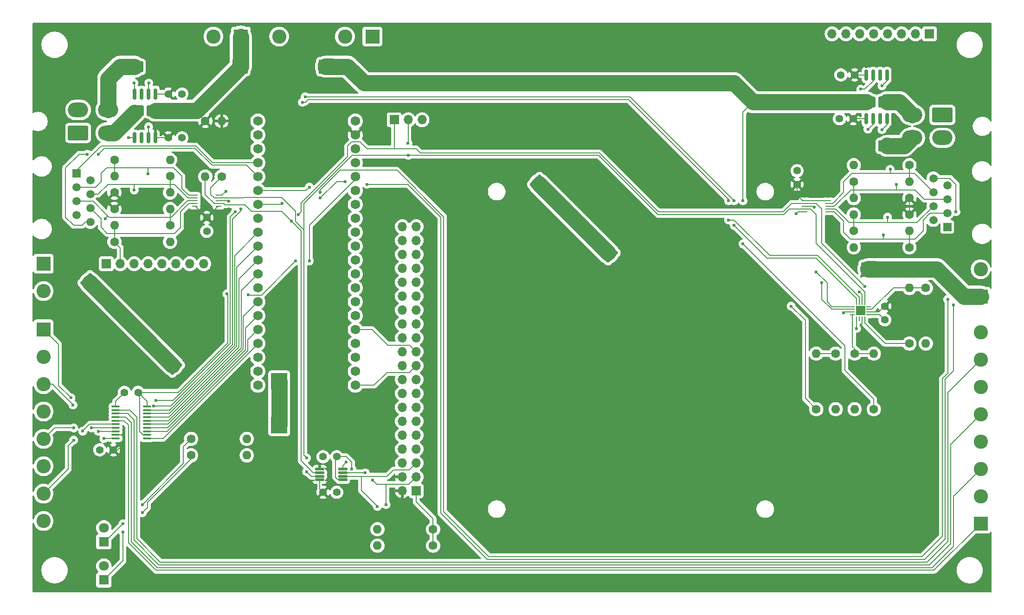
<source format=gbr>
%TF.GenerationSoftware,KiCad,Pcbnew,8.0.4*%
%TF.CreationDate,2025-03-04T01:00:21-06:00*%
%TF.ProjectId,control_pcb,636f6e74-726f-46c5-9f70-63622e6b6963,rev?*%
%TF.SameCoordinates,Original*%
%TF.FileFunction,Copper,L1,Top*%
%TF.FilePolarity,Positive*%
%FSLAX46Y46*%
G04 Gerber Fmt 4.6, Leading zero omitted, Abs format (unit mm)*
G04 Created by KiCad (PCBNEW 8.0.4) date 2025-03-04 01:00:21*
%MOMM*%
%LPD*%
G01*
G04 APERTURE LIST*
G04 Aperture macros list*
%AMRoundRect*
0 Rectangle with rounded corners*
0 $1 Rounding radius*
0 $2 $3 $4 $5 $6 $7 $8 $9 X,Y pos of 4 corners*
0 Add a 4 corners polygon primitive as box body*
4,1,4,$2,$3,$4,$5,$6,$7,$8,$9,$2,$3,0*
0 Add four circle primitives for the rounded corners*
1,1,$1+$1,$2,$3*
1,1,$1+$1,$4,$5*
1,1,$1+$1,$6,$7*
1,1,$1+$1,$8,$9*
0 Add four rect primitives between the rounded corners*
20,1,$1+$1,$2,$3,$4,$5,0*
20,1,$1+$1,$4,$5,$6,$7,0*
20,1,$1+$1,$6,$7,$8,$9,0*
20,1,$1+$1,$8,$9,$2,$3,0*%
G04 Aperture macros list end*
%TA.AperFunction,ComponentPad*%
%ADD10C,1.400000*%
%TD*%
%TA.AperFunction,ComponentPad*%
%ADD11C,1.600000*%
%TD*%
%TA.AperFunction,ComponentPad*%
%ADD12O,1.600000X1.600000*%
%TD*%
%TA.AperFunction,SMDPad,CuDef*%
%ADD13RoundRect,0.125000X0.687500X0.125000X-0.687500X0.125000X-0.687500X-0.125000X0.687500X-0.125000X0*%
%TD*%
%TA.AperFunction,ComponentPad*%
%ADD14R,1.700000X1.700000*%
%TD*%
%TA.AperFunction,ComponentPad*%
%ADD15O,1.700000X1.700000*%
%TD*%
%TA.AperFunction,ComponentPad*%
%ADD16R,2.600000X2.600000*%
%TD*%
%TA.AperFunction,ComponentPad*%
%ADD17C,2.600000*%
%TD*%
%TA.AperFunction,ComponentPad*%
%ADD18RoundRect,0.250001X1.599999X-1.099999X1.599999X1.099999X-1.599999X1.099999X-1.599999X-1.099999X0*%
%TD*%
%TA.AperFunction,ComponentPad*%
%ADD19O,3.700000X2.700000*%
%TD*%
%TA.AperFunction,SMDPad,CuDef*%
%ADD20RoundRect,0.150000X-0.150000X0.825000X-0.150000X-0.825000X0.150000X-0.825000X0.150000X0.825000X0*%
%TD*%
%TA.AperFunction,SMDPad,CuDef*%
%ADD21RoundRect,0.100000X0.637500X0.100000X-0.637500X0.100000X-0.637500X-0.100000X0.637500X-0.100000X0*%
%TD*%
%TA.AperFunction,ComponentPad*%
%ADD22R,1.500000X1.500000*%
%TD*%
%TA.AperFunction,ComponentPad*%
%ADD23C,1.500000*%
%TD*%
%TA.AperFunction,ComponentPad*%
%ADD24R,1.800000X1.800000*%
%TD*%
%TA.AperFunction,ComponentPad*%
%ADD25C,1.800000*%
%TD*%
%TA.AperFunction,SMDPad,CuDef*%
%ADD26RoundRect,0.062500X-0.355000X-0.062500X0.355000X-0.062500X0.355000X0.062500X-0.355000X0.062500X0*%
%TD*%
%TA.AperFunction,SMDPad,CuDef*%
%ADD27RoundRect,0.062500X-0.062500X-0.355000X0.062500X-0.355000X0.062500X0.355000X-0.062500X0.355000X0*%
%TD*%
%TA.AperFunction,HeatsinkPad*%
%ADD28R,1.680000X1.680000*%
%TD*%
%TA.AperFunction,SMDPad,CuDef*%
%ADD29RoundRect,0.150000X0.150000X-0.825000X0.150000X0.825000X-0.150000X0.825000X-0.150000X-0.825000X0*%
%TD*%
%TA.AperFunction,ComponentPad*%
%ADD30C,1.750000*%
%TD*%
%TA.AperFunction,SMDPad,CuDef*%
%ADD31R,1.100000X0.250000*%
%TD*%
%TA.AperFunction,ComponentPad*%
%ADD32RoundRect,0.250001X-1.599999X1.099999X-1.599999X-1.099999X1.599999X-1.099999X1.599999X1.099999X0*%
%TD*%
%TA.AperFunction,ViaPad*%
%ADD33C,0.600000*%
%TD*%
%TA.AperFunction,Conductor*%
%ADD34C,3.000000*%
%TD*%
%TA.AperFunction,Conductor*%
%ADD35C,0.150000*%
%TD*%
%TA.AperFunction,Conductor*%
%ADD36C,0.200000*%
%TD*%
G04 APERTURE END LIST*
D10*
%TO.P,C7,1*%
%TO.N,3V3_RPI*%
X120500000Y-108250000D03*
%TO.P,C7,2*%
%TO.N,GND*%
X118000000Y-108250000D03*
%TD*%
D11*
%TO.P,R18,1*%
%TO.N,Net-(U9-AIN6)*%
X211550000Y-89420000D03*
D12*
%TO.P,R18,2*%
%TO.N,GND*%
X211550000Y-99580000D03*
%TD*%
D11*
%TO.P,R17,1*%
%TO.N,+24V*%
X208000000Y-99580000D03*
D12*
%TO.P,R17,2*%
%TO.N,Net-(U9-AIN6)*%
X208000000Y-89420000D03*
%TD*%
D10*
%TO.P,C3,1*%
%TO.N,+5V*%
X118000000Y-114750000D03*
%TO.P,C3,2*%
%TO.N,GND*%
X120500000Y-114750000D03*
%TD*%
D11*
%TO.P,R25,1*%
%TO.N,3V3_RPI*%
X138080000Y-121500000D03*
D12*
%TO.P,R25,2*%
%TO.N,SCL_3.3*%
X127920000Y-121500000D03*
%TD*%
D11*
%TO.P,R24,1*%
%TO.N,3V3_RPI*%
X138080000Y-124500000D03*
D12*
%TO.P,R24,2*%
%TO.N,SDA_3.3*%
X127920000Y-124500000D03*
%TD*%
D10*
%TO.P,C2,1*%
%TO.N,+5V*%
X204500000Y-58500000D03*
%TO.P,C2,2*%
%TO.N,GND*%
X204500000Y-56000000D03*
%TD*%
%TO.P,C12,1*%
%TO.N,+5V*%
X214750000Y-46500000D03*
%TO.P,C12,2*%
%TO.N,GND*%
X212250000Y-46500000D03*
%TD*%
D11*
%TO.P,R15,1*%
%TO.N,Net-(D1-K)*%
X93920000Y-108000000D03*
D12*
%TO.P,R15,2*%
%TO.N,GND*%
X104080000Y-108000000D03*
%TD*%
D10*
%TO.P,C4,1*%
%TO.N,+5V*%
X79750000Y-107000000D03*
%TO.P,C4,2*%
%TO.N,GND*%
X77250000Y-107000000D03*
%TD*%
D11*
%TO.P,R7,1*%
%TO.N,+5V*%
X96500000Y-46920000D03*
D12*
%TO.P,R7,2*%
%TO.N,SDA*%
X96500000Y-57080000D03*
%TD*%
D11*
%TO.P,R13,1*%
%TO.N,DSCL1-*%
X79920000Y-54000000D03*
D12*
%TO.P,R13,2*%
%TO.N,GND*%
X90080000Y-54000000D03*
%TD*%
D13*
%TO.P,U4,1,VCCA*%
%TO.N,3V3_RPI*%
X121612500Y-112475000D03*
%TO.P,U4,2,SCLA*%
%TO.N,SCL_3.3*%
X121612500Y-111825000D03*
%TO.P,U4,3,SDAA*%
%TO.N,SDA_3.3*%
X121612500Y-111175000D03*
%TO.P,U4,4,GND*%
%TO.N,GND*%
X121612500Y-110525000D03*
%TO.P,U4,5,EN*%
%TO.N,+5V*%
X117387500Y-110525000D03*
%TO.P,U4,6,SDAB*%
%TO.N,SDA*%
X117387500Y-111175000D03*
%TO.P,U4,7,SCLB*%
%TO.N,SCL*%
X117387500Y-111825000D03*
%TO.P,U4,8,VCCB*%
%TO.N,+5V*%
X117387500Y-112475000D03*
%TD*%
D11*
%TO.P,R6,1*%
%TO.N,DSDA2-*%
X225000000Y-55000000D03*
D12*
%TO.P,R6,2*%
%TO.N,GND*%
X214840000Y-55000000D03*
%TD*%
D14*
%TO.P,J1,1,3V3*%
%TO.N,3V3_RPI*%
X135000000Y-114480000D03*
D15*
%TO.P,J1,2,5V*%
%TO.N,+5V*%
X132460000Y-114480000D03*
%TO.P,J1,3,SDA/GPIO2*%
%TO.N,SDA_3.3*%
X135000000Y-111940000D03*
%TO.P,J1,4,5V*%
%TO.N,+5V*%
X132460000Y-111940000D03*
%TO.P,J1,5,SCL/GPIO3*%
%TO.N,SCL_3.3*%
X135000000Y-109400000D03*
%TO.P,J1,6,GND*%
%TO.N,GND*%
X132460000Y-109400000D03*
%TO.P,J1,7,GCLK0/GPIO4*%
%TO.N,unconnected-(J1-GCLK0{slash}GPIO4-Pad7)*%
X135000000Y-106860000D03*
%TO.P,J1,8,GPIO14/TXD*%
%TO.N,unconnected-(J1-GPIO14{slash}TXD-Pad8)*%
X132460000Y-106860000D03*
%TO.P,J1,9,GND*%
%TO.N,GND*%
X135000000Y-104320000D03*
%TO.P,J1,10,GPIO15/RXD*%
%TO.N,unconnected-(J1-GPIO15{slash}RXD-Pad10)*%
X132460000Y-104320000D03*
%TO.P,J1,11,GPIO17*%
%TO.N,unconnected-(J1-GPIO17-Pad11)*%
X135000000Y-101780000D03*
%TO.P,J1,12,GPIO18/PWM0*%
%TO.N,unconnected-(J1-GPIO18{slash}PWM0-Pad12)*%
X132460000Y-101780000D03*
%TO.P,J1,13,GPIO27*%
%TO.N,unconnected-(J1-GPIO27-Pad13)*%
X135000000Y-99240000D03*
%TO.P,J1,14,GND*%
%TO.N,GND*%
X132460000Y-99240000D03*
%TO.P,J1,15,GPIO22*%
%TO.N,unconnected-(J1-GPIO22-Pad15)*%
X135000000Y-96700000D03*
%TO.P,J1,16,GPIO23*%
%TO.N,unconnected-(J1-GPIO23-Pad16)*%
X132460000Y-96700000D03*
%TO.P,J1,17,3V3*%
%TO.N,3V3_RPI*%
X135000000Y-94160000D03*
%TO.P,J1,18,GPIO24*%
%TO.N,unconnected-(J1-GPIO24-Pad18)*%
X132460000Y-94160000D03*
%TO.P,J1,19,MOSI0/GPIO10*%
%TO.N,SPI_MOSI*%
X135000000Y-91620000D03*
%TO.P,J1,20,GND*%
%TO.N,GND*%
X132460000Y-91620000D03*
%TO.P,J1,21,MISO0/GPIO9*%
%TO.N,SPI_MISO*%
X135000000Y-89080000D03*
%TO.P,J1,22,GPIO25*%
%TO.N,unconnected-(J1-GPIO25-Pad22)*%
X132460000Y-89080000D03*
%TO.P,J1,23,SCLK0/GPIO11*%
%TO.N,SPI_SCLK*%
X135000000Y-86540000D03*
%TO.P,J1,24,~{CE0}/GPIO8*%
%TO.N,SPI_CS*%
X132460000Y-86540000D03*
%TO.P,J1,25,GND*%
%TO.N,GND*%
X135000000Y-84000000D03*
%TO.P,J1,26,~{CE1}/GPIO7*%
%TO.N,unconnected-(J1-~{CE1}{slash}GPIO7-Pad26)*%
X132460000Y-84000000D03*
%TO.P,J1,27,ID_SD/GPIO0*%
%TO.N,unconnected-(J1-ID_SD{slash}GPIO0-Pad27)*%
X135000000Y-81460000D03*
%TO.P,J1,28,ID_SC/GPIO1*%
%TO.N,unconnected-(J1-ID_SC{slash}GPIO1-Pad28)*%
X132460000Y-81460000D03*
%TO.P,J1,29,GCLK1/GPIO5*%
%TO.N,unconnected-(J1-GCLK1{slash}GPIO5-Pad29)*%
X135000000Y-78920000D03*
%TO.P,J1,30,GND*%
%TO.N,GND*%
X132460000Y-78920000D03*
%TO.P,J1,31,GCLK2/GPIO6*%
%TO.N,unconnected-(J1-GCLK2{slash}GPIO6-Pad31)*%
X135000000Y-76380000D03*
%TO.P,J1,32,PWM0/GPIO12*%
%TO.N,unconnected-(J1-PWM0{slash}GPIO12-Pad32)*%
X132460000Y-76380000D03*
%TO.P,J1,33,PWM1/GPIO13*%
%TO.N,unconnected-(J1-PWM1{slash}GPIO13-Pad33)*%
X135000000Y-73840000D03*
%TO.P,J1,34,GND*%
%TO.N,GND*%
X132460000Y-73840000D03*
%TO.P,J1,35,GPIO19/MISO1*%
%TO.N,unconnected-(J1-GPIO19{slash}MISO1-Pad35)*%
X135000000Y-71300000D03*
%TO.P,J1,36,GPIO16*%
%TO.N,unconnected-(J1-GPIO16-Pad36)*%
X132460000Y-71300000D03*
%TO.P,J1,37,GPIO26*%
%TO.N,unconnected-(J1-GPIO26-Pad37)*%
X135000000Y-68760000D03*
%TO.P,J1,38,GPIO20/MOSI1*%
%TO.N,unconnected-(J1-GPIO20{slash}MOSI1-Pad38)*%
X132460000Y-68760000D03*
%TO.P,J1,39,GND*%
%TO.N,GND*%
X135000000Y-66220000D03*
%TO.P,J1,40,GPIO21/SCLK1*%
%TO.N,unconnected-(J1-GPIO21{slash}SCLK1-Pad40)*%
X132460000Y-66220000D03*
%TD*%
D16*
%TO.P,J13,1,Pin_1*%
%TO.N,+5V*%
X115000000Y-31500000D03*
D17*
%TO.P,J13,2,Pin_2*%
%TO.N,GND*%
X110000000Y-31500000D03*
%TD*%
D18*
%TO.P,J14,1,Pin_1*%
%TO.N,GND*%
X73300000Y-49100000D03*
D19*
%TO.P,J14,2,Pin_2*%
X73300000Y-44900000D03*
%TO.P,J14,3,Pin_3*%
%TO.N,Net-(J14-Pin_3)*%
X78800000Y-49100000D03*
%TO.P,J14,4,Pin_4*%
%TO.N,Net-(J14-Pin_4)*%
X78800000Y-44900000D03*
%TD*%
D14*
%TO.P,J4,1,Pin_1*%
%TO.N,DSDA2+*%
X228660000Y-31000000D03*
D15*
%TO.P,J4,2,Pin_2*%
%TO.N,DSDA2-*%
X226120000Y-31000000D03*
%TO.P,J4,3,Pin_3*%
%TO.N,DSCL2+*%
X223580000Y-31000000D03*
%TO.P,J4,4,Pin_4*%
%TO.N,DSCL2-*%
X221040000Y-31000000D03*
%TO.P,J4,5,Pin_5*%
%TO.N,GND*%
X218500000Y-31000000D03*
%TO.P,J4,6,Pin_6*%
X215960000Y-31000000D03*
%TO.P,J4,7,Pin_7*%
X213420000Y-31000000D03*
%TO.P,J4,8,Pin_8*%
X210880000Y-31000000D03*
%TD*%
D20*
%TO.P,U6,1,IN+*%
%TO.N,+12V*%
X87405000Y-45025000D03*
%TO.P,U6,2,IN+*%
X86135000Y-45025000D03*
%TO.P,U6,3,IN-*%
%TO.N,Net-(J14-Pin_3)*%
X84865000Y-45025000D03*
%TO.P,U6,4,IN-*%
X83595000Y-45025000D03*
%TO.P,U6,5,GND*%
%TO.N,GND*%
X83595000Y-49975000D03*
%TO.P,U6,6,NC*%
%TO.N,unconnected-(U6-NC-Pad6)*%
X84865000Y-49975000D03*
%TO.P,U6,7,VOUT*%
%TO.N,Net-(U6-VOUT)*%
X86135000Y-49975000D03*
%TO.P,U6,8,VS*%
%TO.N,+5V*%
X87405000Y-49975000D03*
%TD*%
D11*
%TO.P,R4,1*%
%TO.N,DSDA2+*%
X214840000Y-58000000D03*
D12*
%TO.P,R4,2*%
%TO.N,DSDA2-*%
X225000000Y-58000000D03*
%TD*%
D16*
%TO.P,J11,1,Pin_1*%
%TO.N,+24V*%
X127000000Y-31500000D03*
D17*
%TO.P,J11,2,Pin_2*%
%TO.N,GND*%
X122000000Y-31500000D03*
%TD*%
D11*
%TO.P,R10,1*%
%TO.N,+5V*%
X225000000Y-64000000D03*
D12*
%TO.P,R10,2*%
%TO.N,DSCL2+*%
X214840000Y-64000000D03*
%TD*%
D11*
%TO.P,R11,1*%
%TO.N,DSCL1+*%
X90080000Y-57000000D03*
D12*
%TO.P,R11,2*%
%TO.N,DSCL1-*%
X79920000Y-57000000D03*
%TD*%
D11*
%TO.P,R14,1*%
%TO.N,DSCL2-*%
X225000000Y-70000000D03*
D12*
%TO.P,R14,2*%
%TO.N,GND*%
X214840000Y-70000000D03*
%TD*%
D16*
%TO.P,J12,1,Pin_1*%
%TO.N,+12V*%
X103000000Y-31500000D03*
D17*
%TO.P,J12,2,Pin_2*%
%TO.N,GND*%
X98000000Y-31500000D03*
%TD*%
D20*
%TO.P,U7,1,IN+*%
%TO.N,+5V*%
X87405000Y-37025000D03*
%TO.P,U7,2,IN+*%
X86135000Y-37025000D03*
%TO.P,U7,3,IN-*%
%TO.N,Net-(J14-Pin_4)*%
X84865000Y-37025000D03*
%TO.P,U7,4,IN-*%
X83595000Y-37025000D03*
%TO.P,U7,5,GND*%
%TO.N,GND*%
X83595000Y-41975000D03*
%TO.P,U7,6,NC*%
%TO.N,unconnected-(U7-NC-Pad6)*%
X84865000Y-41975000D03*
%TO.P,U7,7,VOUT*%
%TO.N,Net-(U7-VOUT)*%
X86135000Y-41975000D03*
%TO.P,U7,8,VS*%
%TO.N,+5V*%
X87405000Y-41975000D03*
%TD*%
D11*
%TO.P,R8,1*%
%TO.N,SCL*%
X99500000Y-57080000D03*
D12*
%TO.P,R8,2*%
%TO.N,+5V*%
X99500000Y-46920000D03*
%TD*%
D11*
%TO.P,R3,1*%
%TO.N,DSDA1+*%
X90080000Y-66000000D03*
D12*
%TO.P,R3,2*%
%TO.N,DSDA1-*%
X79920000Y-66000000D03*
%TD*%
D21*
%TO.P,U5,1,A1*%
%TO.N,ALARM1+*%
X85862500Y-104925000D03*
%TO.P,U5,2,V_{CCA}*%
%TO.N,3V3_PICO*%
X85862500Y-104275000D03*
%TO.P,U5,3,A2*%
%TO.N,ENA1+*%
X85862500Y-103625000D03*
%TO.P,U5,4,A3*%
%TO.N,DIR1+*%
X85862500Y-102975000D03*
%TO.P,U5,5,A4*%
%TO.N,PUL1+*%
X85862500Y-102325000D03*
%TO.P,U5,6,A5*%
%TO.N,ALARM2+*%
X85862500Y-101675000D03*
%TO.P,U5,7,A6*%
%TO.N,ENA2+*%
X85862500Y-101025000D03*
%TO.P,U5,8,A7*%
%TO.N,DIR2+*%
X85862500Y-100375000D03*
%TO.P,U5,9,A8*%
%TO.N,PUL2+*%
X85862500Y-99725000D03*
%TO.P,U5,10,OE*%
%TO.N,3V3_PICO*%
X85862500Y-99075000D03*
%TO.P,U5,11,GND*%
%TO.N,GND*%
X80137500Y-99075000D03*
%TO.P,U5,12,B8*%
%TO.N,Net-(J9-Pin_7)*%
X80137500Y-99725000D03*
%TO.P,U5,13,B7*%
%TO.N,Net-(J9-Pin_5)*%
X80137500Y-100375000D03*
%TO.P,U5,14,B6*%
%TO.N,Net-(J9-Pin_3)*%
X80137500Y-101025000D03*
%TO.P,U5,15,B5*%
%TO.N,Net-(J9-Pin_1)*%
X80137500Y-101675000D03*
%TO.P,U5,16,B4*%
%TO.N,Net-(J8-Pin_7)*%
X80137500Y-102325000D03*
%TO.P,U5,17,B3*%
%TO.N,Net-(J8-Pin_5)*%
X80137500Y-102975000D03*
%TO.P,U5,18,B2*%
%TO.N,Net-(J8-Pin_3)*%
X80137500Y-103625000D03*
%TO.P,U5,19,V_{CCB}*%
%TO.N,+5V*%
X80137500Y-104275000D03*
%TO.P,U5,20,B1*%
%TO.N,Net-(J8-Pin_1)*%
X80137500Y-104925000D03*
%TD*%
D22*
%TO.P,J10,1*%
%TO.N,LIMIT_SW_RL*%
X231900000Y-66282500D03*
D23*
%TO.P,J10,2*%
%TO.N,GND*%
X229360000Y-65012500D03*
%TO.P,J10,3*%
%TO.N,DSCL2-*%
X231900000Y-63742500D03*
%TO.P,J10,4*%
%TO.N,DSCL2+*%
X229360000Y-62472500D03*
%TO.P,J10,5*%
%TO.N,DSDA2+*%
X231900000Y-61202500D03*
%TO.P,J10,6*%
%TO.N,DSDA2-*%
X229360000Y-59932500D03*
%TO.P,J10,7*%
%TO.N,GND*%
X231900000Y-58662500D03*
%TO.P,J10,8*%
%TO.N,LIMIT_SW_RR*%
X229360000Y-57392500D03*
%TD*%
D11*
%TO.P,R22,1*%
%TO.N,Net-(U9-DECAP)*%
X225000000Y-87580000D03*
D12*
%TO.P,R22,2*%
%TO.N,Net-(U9-ADDR)*%
X225000000Y-77420000D03*
%TD*%
D10*
%TO.P,C5,1*%
%TO.N,3V3_PICO*%
X84250000Y-96500000D03*
%TO.P,C5,2*%
%TO.N,GND*%
X81750000Y-96500000D03*
%TD*%
%TO.P,C11,1*%
%TO.N,+5V*%
X215000000Y-38500000D03*
%TO.P,C11,2*%
%TO.N,GND*%
X212500000Y-38500000D03*
%TD*%
D11*
%TO.P,R23,1*%
%TO.N,Net-(U9-ADDR)*%
X228000000Y-77420000D03*
D12*
%TO.P,R23,2*%
%TO.N,GND*%
X228000000Y-87580000D03*
%TD*%
D24*
%TO.P,D1,1,K*%
%TO.N,Net-(D1-K)*%
X78000000Y-130775000D03*
D25*
%TO.P,D1,2,A*%
%TO.N,LED1*%
X78000000Y-128235000D03*
%TD*%
D11*
%TO.P,R2,1*%
%TO.N,+5V*%
X225000000Y-61000000D03*
D12*
%TO.P,R2,2*%
%TO.N,DSDA2+*%
X214840000Y-61000000D03*
%TD*%
D11*
%TO.P,R9,1*%
%TO.N,+5V*%
X79920000Y-60000000D03*
D12*
%TO.P,R9,2*%
%TO.N,DSCL1+*%
X90080000Y-60000000D03*
%TD*%
D26*
%TO.P,U9,1,AIN2*%
%TO.N,Net-(U10-VOUT)*%
X214622500Y-80830000D03*
%TO.P,U9,2,AIN3*%
%TO.N,Net-(U11-VOUT)*%
X214622500Y-81330000D03*
%TO.P,U9,3,AIN4*%
%TO.N,+5V*%
X214622500Y-81830000D03*
%TO.P,U9,4,AIN5*%
%TO.N,Net-(U9-AIN5)*%
X214622500Y-82330000D03*
D27*
%TO.P,U9,5,AIN6*%
%TO.N,Net-(U9-AIN6)*%
X215330000Y-83037500D03*
%TO.P,U9,6,AIN7*%
%TO.N,unconnected-(U9-AIN7-Pad6)*%
X215830000Y-83037500D03*
%TO.P,U9,7,AVDD*%
%TO.N,+5V*%
X216330000Y-83037500D03*
%TO.P,U9,8,DECAP*%
%TO.N,Net-(U9-DECAP)*%
X216830000Y-83037500D03*
D26*
%TO.P,U9,9,GND*%
%TO.N,GND*%
X217537500Y-82330000D03*
%TO.P,U9,10,DVDD*%
%TO.N,+5V*%
X217537500Y-81830000D03*
%TO.P,U9,11,ADDR*%
%TO.N,Net-(U9-ADDR)*%
X217537500Y-81330000D03*
%TO.P,U9,12,ALERT*%
%TO.N,unconnected-(U9-ALERT-Pad12)*%
X217537500Y-80830000D03*
D27*
%TO.P,U9,13,SCL*%
%TO.N,SCL*%
X216830000Y-80122500D03*
%TO.P,U9,14,SDA*%
%TO.N,SDA*%
X216330000Y-80122500D03*
%TO.P,U9,15,AIN0*%
%TO.N,Net-(U6-VOUT)*%
X215830000Y-80122500D03*
%TO.P,U9,16,AIN1*%
%TO.N,Net-(U7-VOUT)*%
X215330000Y-80122500D03*
D28*
%TO.P,U9,17*%
%TO.N,N/C*%
X216080000Y-81580000D03*
%TD*%
D11*
%TO.P,R16,1*%
%TO.N,Net-(D2-K)*%
X93920000Y-105000000D03*
D12*
%TO.P,R16,2*%
%TO.N,GND*%
X104080000Y-105000000D03*
%TD*%
D10*
%TO.P,C9,1*%
%TO.N,+5V*%
X89750000Y-50000000D03*
%TO.P,C9,2*%
%TO.N,GND*%
X92250000Y-50000000D03*
%TD*%
D14*
%TO.P,J5,1,Pin_1*%
%TO.N,SDA*%
X130975000Y-46706844D03*
D15*
%TO.P,J5,2,Pin_2*%
%TO.N,SCL*%
X133515000Y-46706844D03*
%TO.P,J5,3,Pin_3*%
%TO.N,GND*%
X136055000Y-46706844D03*
%TD*%
D29*
%TO.P,U10,1,IN+*%
%TO.N,+12V*%
X217095000Y-43475000D03*
%TO.P,U10,2,IN+*%
X218365000Y-43475000D03*
%TO.P,U10,3,IN-*%
%TO.N,Net-(J15-Pin_3)*%
X219635000Y-43475000D03*
%TO.P,U10,4,IN-*%
X220905000Y-43475000D03*
%TO.P,U10,5,GND*%
%TO.N,GND*%
X220905000Y-38525000D03*
%TO.P,U10,6,NC*%
%TO.N,unconnected-(U10-NC-Pad6)*%
X219635000Y-38525000D03*
%TO.P,U10,7,VOUT*%
%TO.N,Net-(U10-VOUT)*%
X218365000Y-38525000D03*
%TO.P,U10,8,VS*%
%TO.N,+5V*%
X217095000Y-38525000D03*
%TD*%
D30*
%TO.P,U3,1,GPIO0*%
%TO.N,LED1*%
X106110000Y-46940000D03*
%TO.P,U3,2,GPIO1*%
%TO.N,LED2*%
X106110000Y-49480000D03*
%TO.P,U3,3,GND*%
%TO.N,GND*%
X106110000Y-52020000D03*
%TO.P,U3,4,GPIO2*%
%TO.N,LIMIT_SW_LL*%
X106110000Y-54560000D03*
%TO.P,U3,5,GPIO3*%
%TO.N,LIMIT_SW_LR*%
X106110000Y-57100000D03*
%TO.P,U3,6,GPIO4*%
%TO.N,LIMIT_SW_RL*%
X106110000Y-59640000D03*
%TO.P,U3,7,GPIO5*%
%TO.N,LIMIT_SW_RR*%
X106110000Y-62180000D03*
%TO.P,U3,8,GND*%
%TO.N,GND*%
X106110000Y-64720000D03*
%TO.P,U3,9,GPIO6*%
%TO.N,PUL2+*%
X106110000Y-67260000D03*
%TO.P,U3,10,GPIO7*%
%TO.N,DIR2+*%
X106110000Y-69800000D03*
%TO.P,U3,11,GPIO8*%
%TO.N,ENA2+*%
X106110000Y-72340000D03*
%TO.P,U3,12,GPIO9*%
%TO.N,ALARM2+*%
X106110000Y-74880000D03*
%TO.P,U3,13,GND*%
%TO.N,GND*%
X106110000Y-77420000D03*
%TO.P,U3,14,GPIO10*%
%TO.N,PUL1+*%
X106110000Y-79960000D03*
%TO.P,U3,15,GPIO11*%
%TO.N,DIR1+*%
X106110000Y-82500000D03*
%TO.P,U3,16,GPIO12*%
%TO.N,ENA1+*%
X106110000Y-85040000D03*
%TO.P,U3,17,GPIO13*%
%TO.N,ALARM1+*%
X106110000Y-87580000D03*
%TO.P,U3,18,GND*%
%TO.N,GND*%
X106110000Y-90120000D03*
%TO.P,U3,19,GPIO14*%
%TO.N,unconnected-(U3-GPIO14-Pad19)*%
X106110000Y-92660000D03*
%TO.P,U3,20,GPIO15*%
%TO.N,unconnected-(U3-GPIO15-Pad20)*%
X106110000Y-95200000D03*
%TO.P,U3,21,GPIO16*%
%TO.N,SPI_MOSI*%
X123890000Y-95200000D03*
%TO.P,U3,22,GPIO17*%
%TO.N,SPI_CS*%
X123890000Y-92660000D03*
%TO.P,U3,23,GND*%
%TO.N,GND*%
X123890000Y-90120000D03*
%TO.P,U3,24,GPIO18*%
%TO.N,SPI_SCLK*%
X123890000Y-87580000D03*
%TO.P,U3,25,GPIO19*%
%TO.N,SPI_MISO*%
X123890000Y-85040000D03*
%TO.P,U3,26,GPIO20*%
%TO.N,unconnected-(U3-GPIO20-Pad26)*%
X123890000Y-82500000D03*
%TO.P,U3,27,GPIO21*%
%TO.N,unconnected-(U3-GPIO21-Pad27)*%
X123890000Y-79960000D03*
%TO.P,U3,28,GND*%
%TO.N,GND*%
X123890000Y-77420000D03*
%TO.P,U3,29,GPIO22*%
%TO.N,unconnected-(U3-GPIO22-Pad29)*%
X123890000Y-74880000D03*
%TO.P,U3,30,RUN*%
%TO.N,unconnected-(U3-RUN-Pad30)*%
X123890000Y-72340000D03*
%TO.P,U3,31,GPIO26*%
%TO.N,unconnected-(U3-GPIO26-Pad31)*%
X123890000Y-69800000D03*
%TO.P,U3,32,GPIO27*%
%TO.N,unconnected-(U3-GPIO27-Pad32)*%
X123890000Y-67260000D03*
%TO.P,U3,33,GND*%
%TO.N,GND*%
X123890000Y-64720000D03*
%TO.P,U3,34,GPIO28*%
%TO.N,unconnected-(U3-GPIO28-Pad34)*%
X123890000Y-62180000D03*
%TO.P,U3,35,VREF*%
%TO.N,unconnected-(U3-VREF-Pad35)*%
X123890000Y-59640000D03*
%TO.P,U3,36,3V3_OUT*%
%TO.N,3V3_PICO*%
X123890000Y-57100000D03*
%TO.P,U3,37,3V3_EN*%
%TO.N,unconnected-(U3-3V3_EN-Pad37)*%
X123890000Y-54560000D03*
%TO.P,U3,38,GND*%
%TO.N,GND*%
X123890000Y-52020000D03*
%TO.P,U3,39,VSYS*%
%TO.N,+5V*%
X123890000Y-49480000D03*
%TO.P,U3,40,VBUS*%
%TO.N,unconnected-(U3-VBUS-Pad40)*%
X123890000Y-46940000D03*
%TD*%
D16*
%TO.P,J6,1,Pin_1*%
%TO.N,+24V*%
X67000000Y-73000000D03*
D17*
%TO.P,J6,2,Pin_2*%
%TO.N,GND*%
X67000000Y-78000000D03*
%TD*%
D14*
%TO.P,J3,1,Pin_1*%
%TO.N,DSDA1+*%
X78460000Y-73000000D03*
D15*
%TO.P,J3,2,Pin_2*%
%TO.N,DSDA1-*%
X81000000Y-73000000D03*
%TO.P,J3,3,Pin_3*%
%TO.N,DSCL1+*%
X83540000Y-73000000D03*
%TO.P,J3,4,Pin_4*%
%TO.N,DSCL1-*%
X86080000Y-73000000D03*
%TO.P,J3,5,Pin_5*%
%TO.N,GND*%
X88620000Y-73000000D03*
%TO.P,J3,6,Pin_6*%
X91160000Y-73000000D03*
%TO.P,J3,7,Pin_7*%
X93700000Y-73000000D03*
%TO.P,J3,8,Pin_8*%
X96240000Y-73000000D03*
%TD*%
D16*
%TO.P,J7,1,Pin_1*%
%TO.N,+24V*%
X238000000Y-79000000D03*
D17*
%TO.P,J7,2,Pin_2*%
%TO.N,GND*%
X238000000Y-74000000D03*
%TD*%
D31*
%TO.P,U1,1,V_{DD(A)}*%
%TO.N,+5V*%
X98900000Y-62500000D03*
%TO.P,U1,2,SDA*%
%TO.N,SDA*%
X98900000Y-62000000D03*
%TO.P,U1,3,EN*%
%TO.N,+5V*%
X98900000Y-61500000D03*
%TO.P,U1,4,SCL*%
%TO.N,SCL*%
X98900000Y-61000000D03*
%TO.P,U1,5,V_{SS}*%
%TO.N,GND*%
X98900000Y-60500000D03*
%TO.P,U1,6,DSCLM*%
%TO.N,DSCL1-*%
X94600000Y-60500000D03*
%TO.P,U1,7,DSCLP*%
%TO.N,DSCL1+*%
X94600000Y-61000000D03*
%TO.P,U1,8,DSDAP*%
%TO.N,DSDA1+*%
X94600000Y-61500000D03*
%TO.P,U1,9,DSDAM*%
%TO.N,DSDA1-*%
X94600000Y-62000000D03*
%TO.P,U1,10,V_{DD(B)}*%
%TO.N,+5V*%
X94600000Y-62500000D03*
%TD*%
D16*
%TO.P,J9,1,Pin_1*%
%TO.N,Net-(J9-Pin_1)*%
X238000000Y-120500000D03*
D17*
%TO.P,J9,2,Pin_2*%
%TO.N,GND*%
X238000000Y-115500000D03*
%TO.P,J9,3,Pin_3*%
%TO.N,Net-(J9-Pin_3)*%
X238000000Y-110500000D03*
%TO.P,J9,4,Pin_4*%
%TO.N,GND*%
X238000000Y-105500000D03*
%TO.P,J9,5,Pin_5*%
%TO.N,Net-(J9-Pin_5)*%
X238000000Y-100500000D03*
%TO.P,J9,6,Pin_6*%
%TO.N,GND*%
X238000000Y-95500000D03*
%TO.P,J9,7,Pin_7*%
%TO.N,Net-(J9-Pin_7)*%
X238000000Y-90500000D03*
%TO.P,J9,8,Pin_8*%
%TO.N,GND*%
X238000000Y-85500000D03*
%TD*%
D31*
%TO.P,U2,1,V_{DD(A)}*%
%TO.N,+5V*%
X205850000Y-61500000D03*
%TO.P,U2,2,SDA*%
%TO.N,SDA*%
X205850000Y-62000000D03*
%TO.P,U2,3,EN*%
%TO.N,+5V*%
X205850000Y-62500000D03*
%TO.P,U2,4,SCL*%
%TO.N,SCL*%
X205850000Y-63000000D03*
%TO.P,U2,5,V_{SS}*%
%TO.N,GND*%
X205850000Y-63500000D03*
%TO.P,U2,6,DSCLM*%
%TO.N,DSCL2-*%
X210150000Y-63500000D03*
%TO.P,U2,7,DSCLP*%
%TO.N,DSCL2+*%
X210150000Y-63000000D03*
%TO.P,U2,8,DSDAP*%
%TO.N,DSDA2+*%
X210150000Y-62500000D03*
%TO.P,U2,9,DSDAM*%
%TO.N,DSDA2-*%
X210150000Y-62000000D03*
%TO.P,U2,10,V_{DD(B)}*%
%TO.N,+5V*%
X210150000Y-61500000D03*
%TD*%
D11*
%TO.P,R1,1*%
%TO.N,+5V*%
X79920000Y-63000000D03*
D12*
%TO.P,R1,2*%
%TO.N,DSDA1+*%
X90080000Y-63000000D03*
%TD*%
%TO.P,R21,2*%
%TO.N,GND*%
X215000000Y-99580000D03*
D11*
%TO.P,R21,1*%
%TO.N,Net-(U9-AIN5)*%
X215000000Y-89420000D03*
%TD*%
D24*
%TO.P,D2,1,K*%
%TO.N,Net-(D2-K)*%
X78000000Y-123775000D03*
D25*
%TO.P,D2,2,A*%
%TO.N,LED2*%
X78000000Y-121235000D03*
%TD*%
D10*
%TO.P,C1,1*%
%TO.N,+5V*%
X96778579Y-64568291D03*
%TO.P,C1,2*%
%TO.N,GND*%
X96778579Y-67068291D03*
%TD*%
D11*
%TO.P,R12,1*%
%TO.N,DSCL2+*%
X214840000Y-67000000D03*
D12*
%TO.P,R12,2*%
%TO.N,DSCL2-*%
X225000000Y-67000000D03*
%TD*%
%TO.P,R19,2*%
%TO.N,Net-(U9-AIN5)*%
X218500000Y-89420000D03*
D11*
%TO.P,R19,1*%
%TO.N,+12V*%
X218500000Y-99580000D03*
%TD*%
D10*
%TO.P,C10,1*%
%TO.N,+5V*%
X89750000Y-42000000D03*
%TO.P,C10,2*%
%TO.N,GND*%
X92250000Y-42000000D03*
%TD*%
D32*
%TO.P,J15,1,Pin_1*%
%TO.N,GND*%
X231000000Y-45800000D03*
D19*
%TO.P,J15,2,Pin_2*%
X231000000Y-50000000D03*
%TO.P,J15,3,Pin_3*%
%TO.N,Net-(J15-Pin_3)*%
X225500000Y-45800000D03*
%TO.P,J15,4,Pin_4*%
%TO.N,Net-(J15-Pin_4)*%
X225500000Y-50000000D03*
%TD*%
D22*
%TO.P,J2,1*%
%TO.N,LIMIT_SW_LL*%
X73000000Y-56500000D03*
D23*
%TO.P,J2,2*%
%TO.N,GND*%
X75540000Y-57770000D03*
%TO.P,J2,3*%
%TO.N,DSCL1-*%
X73000000Y-59040000D03*
%TO.P,J2,4*%
%TO.N,DSCL1+*%
X75540000Y-60310000D03*
%TO.P,J2,5*%
%TO.N,DSDA1+*%
X73000000Y-61580000D03*
%TO.P,J2,6*%
%TO.N,DSDA1-*%
X75540000Y-62850000D03*
%TO.P,J2,7*%
%TO.N,GND*%
X73000000Y-64120000D03*
%TO.P,J2,8*%
%TO.N,LIMIT_SW_LR*%
X75540000Y-65390000D03*
%TD*%
D11*
%TO.P,R5,1*%
%TO.N,DSDA1-*%
X79920000Y-69000000D03*
D12*
%TO.P,R5,2*%
%TO.N,GND*%
X90080000Y-69000000D03*
%TD*%
D29*
%TO.P,U11,1,IN+*%
%TO.N,+5V*%
X217095000Y-51475000D03*
%TO.P,U11,2,IN+*%
X218365000Y-51475000D03*
%TO.P,U11,3,IN-*%
%TO.N,Net-(J15-Pin_4)*%
X219635000Y-51475000D03*
%TO.P,U11,4,IN-*%
X220905000Y-51475000D03*
%TO.P,U11,5,GND*%
%TO.N,GND*%
X220905000Y-46525000D03*
%TO.P,U11,6,NC*%
%TO.N,unconnected-(U11-NC-Pad6)*%
X219635000Y-46525000D03*
%TO.P,U11,7,VOUT*%
%TO.N,Net-(U11-VOUT)*%
X218365000Y-46525000D03*
%TO.P,U11,8,VS*%
%TO.N,+5V*%
X217095000Y-46525000D03*
%TD*%
D10*
%TO.P,C6,1*%
%TO.N,+5V*%
X220500000Y-80750000D03*
%TO.P,C6,2*%
%TO.N,GND*%
X220500000Y-83250000D03*
%TD*%
D16*
%TO.P,J8,1,Pin_1*%
%TO.N,Net-(J8-Pin_1)*%
X67000000Y-85000000D03*
D17*
%TO.P,J8,2,Pin_2*%
%TO.N,GND*%
X67000000Y-90000000D03*
%TO.P,J8,3,Pin_3*%
%TO.N,Net-(J8-Pin_3)*%
X67000000Y-95000000D03*
%TO.P,J8,4,Pin_4*%
%TO.N,GND*%
X67000000Y-100000000D03*
%TO.P,J8,5,Pin_5*%
%TO.N,Net-(J8-Pin_5)*%
X67000000Y-105000000D03*
%TO.P,J8,6,Pin_6*%
%TO.N,GND*%
X67000000Y-110000000D03*
%TO.P,J8,7,Pin_7*%
%TO.N,Net-(J8-Pin_7)*%
X67000000Y-115000000D03*
%TO.P,J8,8,Pin_8*%
%TO.N,GND*%
X67000000Y-120000000D03*
%TD*%
D33*
%TO.N,GND*%
X122250000Y-109250000D03*
X110000000Y-101500000D03*
X111000000Y-101500000D03*
X109000000Y-103500000D03*
X110000000Y-103500000D03*
X109000000Y-102500000D03*
X111000000Y-103500000D03*
X109000000Y-101500000D03*
X111000000Y-102500000D03*
X110000000Y-102500000D03*
X111000000Y-93500000D03*
X110000000Y-93500000D03*
X109000000Y-93500000D03*
X111000000Y-94500000D03*
X110000000Y-94500000D03*
X109000000Y-94500000D03*
X111000000Y-95500000D03*
X110000000Y-95500000D03*
X109000000Y-95500000D03*
%TO.N,+24V*%
X91250000Y-90750000D03*
X92000000Y-91500000D03*
X90500000Y-93000000D03*
X89750000Y-92250000D03*
X90500000Y-90000000D03*
X89000000Y-91500000D03*
X91250000Y-92250000D03*
X90500000Y-91500000D03*
X89750000Y-90750000D03*
X76250000Y-75750000D03*
X77000000Y-76500000D03*
X75500000Y-78000000D03*
X74750000Y-77250000D03*
X75500000Y-75000000D03*
X74000000Y-76500000D03*
X76250000Y-77250000D03*
X75500000Y-76500000D03*
X74750000Y-75750000D03*
%TO.N,+5V*%
X141500000Y-54500000D03*
X142250000Y-54500000D03*
X143000000Y-54500000D03*
X143000000Y-51500000D03*
X142250000Y-51500000D03*
X141500000Y-51500000D03*
X213000000Y-82000000D03*
%TO.N,+24V*%
X203414493Y-80753371D03*
%TO.N,Net-(U9-AIN6)*%
X215347857Y-84836984D03*
%TO.N,SDA_3.3*%
X129500000Y-117000000D03*
%TO.N,SCL_3.3*%
X127916277Y-117353485D03*
%TO.N,Net-(D1-K)*%
X85000000Y-118500000D03*
%TO.N,Net-(D2-K)*%
X85000000Y-117000000D03*
%TO.N,Net-(D1-K)*%
X81500000Y-122000000D03*
%TO.N,Net-(D2-K)*%
X81500000Y-120500000D03*
%TO.N,+12V*%
X194625000Y-61500000D03*
X194625000Y-69375000D03*
%TO.N,+5V*%
X100750000Y-63000000D03*
X100750000Y-61600000D03*
%TO.N,GND*%
X83500000Y-40000000D03*
%TO.N,+24V*%
X170750000Y-70250000D03*
X171500000Y-71000000D03*
X170000000Y-72500000D03*
X169250000Y-71750000D03*
X170000000Y-69500000D03*
X168500000Y-71000000D03*
X170750000Y-71750000D03*
X170000000Y-71000000D03*
X169250000Y-70250000D03*
X158250000Y-57750000D03*
X158250000Y-59250000D03*
X157500000Y-57000000D03*
X159000000Y-58500000D03*
X157500000Y-58500000D03*
X156750000Y-59250000D03*
X156000000Y-58500000D03*
X156750000Y-57750000D03*
X157500000Y-60000000D03*
%TO.N,LIMIT_SW_RL*%
X232000000Y-79500000D03*
%TO.N,LIMIT_SW_RR*%
X233000000Y-80500000D03*
X233500000Y-63500000D03*
%TO.N,+24V*%
X218500000Y-75000000D03*
X217500000Y-75000000D03*
X216500000Y-75000000D03*
X218500000Y-74000000D03*
X217500000Y-74000000D03*
X216500000Y-74000000D03*
X218500000Y-73000000D03*
X217500000Y-73000000D03*
X216500000Y-73000000D03*
%TO.N,GND*%
X100250000Y-59750000D03*
%TO.N,+5V*%
X211000000Y-60000000D03*
X211250000Y-65250000D03*
X213150024Y-62675109D03*
%TO.N,GND*%
X204375000Y-63875000D03*
%TO.N,DSCL2-*%
X220250000Y-67750000D03*
%TO.N,DSCL2+*%
X221000000Y-64500000D03*
%TO.N,DSDA2-*%
X221500000Y-55750000D03*
%TO.N,DSDA2+*%
X222623619Y-58500000D03*
%TO.N,DSCL1-*%
X86080000Y-56580000D03*
%TO.N,DSCL1+*%
X83540000Y-59540000D03*
%TO.N,DSDA1+*%
X78250000Y-64750000D03*
%TO.N,+5V*%
X95250000Y-54250000D03*
X94750000Y-53750000D03*
X94250000Y-53250000D03*
X97250000Y-52250000D03*
X96750000Y-51750000D03*
X96250000Y-51250000D03*
X93500000Y-64000000D03*
X93750000Y-58750000D03*
X91750000Y-61250000D03*
%TO.N,GND*%
X82500000Y-50000000D03*
%TO.N,+5V*%
X85250000Y-113750000D03*
X85250000Y-114500000D03*
X85250000Y-115250000D03*
X81250000Y-115250000D03*
X81250000Y-114500000D03*
X81250000Y-113750000D03*
%TO.N,Net-(J8-Pin_7)*%
X72492153Y-105214690D03*
%TO.N,Net-(J8-Pin_5)*%
X72500000Y-103000000D03*
%TO.N,Net-(J8-Pin_3)*%
X72374939Y-98803138D03*
%TO.N,Net-(J8-Pin_1)*%
X72000000Y-97500000D03*
%TO.N,LIMIT_SW_RR*%
X110500000Y-62000000D03*
%TO.N,LIMIT_SW_RL*%
X115500000Y-59000000D03*
%TO.N,LIMIT_SW_RR*%
X117500000Y-61000000D03*
X122000000Y-58000000D03*
X126000000Y-58500000D03*
%TO.N,LIMIT_SW_RL*%
X117500000Y-60000000D03*
%TO.N,LIMIT_SW_LR*%
X77000000Y-53000000D03*
X75000000Y-53000000D03*
%TO.N,3V3_PICO*%
X100450000Y-78500000D03*
X104349976Y-78650024D03*
X113000000Y-72500000D03*
X115500000Y-72500000D03*
%TO.N,LED1*%
X87500000Y-98000000D03*
%TO.N,LED2*%
X87049999Y-99001576D03*
X103000000Y-63000000D03*
%TO.N,LED1*%
X102000000Y-63500000D03*
%TO.N,Net-(J8-Pin_7)*%
X74150000Y-103600000D03*
%TO.N,+12V*%
X119500000Y-37000000D03*
X119500000Y-36000000D03*
X117500000Y-37000000D03*
X118500000Y-38000000D03*
X119500000Y-38000000D03*
X117500000Y-38000000D03*
X118500000Y-37000000D03*
X117500000Y-36000000D03*
X118500000Y-36000000D03*
X102000000Y-36000000D03*
X103000000Y-36000000D03*
X104000000Y-36000000D03*
X104000000Y-37000000D03*
X103000000Y-37000000D03*
X102000000Y-37000000D03*
X102000000Y-38000000D03*
X103000000Y-38000000D03*
X104000000Y-38000000D03*
%TO.N,GND*%
X220000000Y-48500000D03*
X220000000Y-40500000D03*
%TO.N,+5V*%
X207671478Y-62710186D03*
%TO.N,3V3_RPI*%
X123250000Y-110500000D03*
%TO.N,Net-(U7-VOUT)*%
X193000000Y-66000000D03*
%TO.N,Net-(U6-VOUT)*%
X192000000Y-65000000D03*
X192000000Y-61500000D03*
%TO.N,Net-(U7-VOUT)*%
X193000000Y-61500000D03*
%TO.N,Net-(U6-VOUT)*%
X114250000Y-43500000D03*
%TO.N,Net-(U7-VOUT)*%
X114750000Y-42500000D03*
%TO.N,Net-(U6-VOUT)*%
X86161099Y-48000000D03*
%TO.N,Net-(U7-VOUT)*%
X86211190Y-40000000D03*
%TO.N,Net-(U11-VOUT)*%
X209000000Y-76500000D03*
%TO.N,Net-(U10-VOUT)*%
X208000000Y-74500000D03*
%TO.N,Net-(U11-VOUT)*%
X217432500Y-48432500D03*
%TO.N,Net-(U10-VOUT)*%
X216117776Y-41117776D03*
%TO.N,SDA*%
X215830000Y-78122500D03*
X216830000Y-77122500D03*
%TO.N,SCL*%
X133500000Y-51000000D03*
X133546165Y-53195000D03*
%TO.N,SDA*%
X113500000Y-64000000D03*
X112250000Y-65250000D03*
%TO.N,SCL*%
X115000000Y-111000000D03*
X115000000Y-108500000D03*
%TO.N,SDA_3.3*%
X125701888Y-111201887D03*
X127000000Y-112500000D03*
%TO.N,Net-(J8-Pin_1)*%
X78000000Y-104925000D03*
%TO.N,Net-(J8-Pin_3)*%
X77000000Y-103625000D03*
%TO.N,Net-(J8-Pin_5)*%
X75750000Y-103000000D03*
%TO.N,+5V*%
X100500000Y-95500000D03*
X96000000Y-90000000D03*
X101000000Y-95000000D03*
X96500000Y-89500000D03*
X101500000Y-94500000D03*
X95500000Y-90500000D03*
%TD*%
D34*
%TO.N,+12V*%
X193000000Y-40000000D02*
X196475000Y-43475000D01*
D35*
%TO.N,+5V*%
X87430000Y-42000000D02*
X87405000Y-41975000D01*
X89750000Y-42000000D02*
X87430000Y-42000000D01*
D34*
%TO.N,+12V*%
X94930176Y-45025000D02*
X87405000Y-45025000D01*
X102955176Y-37000000D02*
X94930176Y-45025000D01*
X103000000Y-37000000D02*
X102955176Y-37000000D01*
D35*
%TO.N,GND*%
X121612500Y-110525000D02*
X121612500Y-109887500D01*
X121612500Y-109887500D02*
X122250000Y-109250000D01*
D36*
%TO.N,3V3_RPI*%
X122250000Y-108250000D02*
X120500000Y-108250000D01*
X123250000Y-109250000D02*
X122250000Y-108250000D01*
X123250000Y-110500000D02*
X123250000Y-109250000D01*
D35*
X120250000Y-108500000D02*
X120500000Y-108250000D01*
X120250000Y-112000000D02*
X120250000Y-108500000D01*
X121612500Y-112475000D02*
X120725000Y-112475000D01*
X120725000Y-112475000D02*
X120250000Y-112000000D01*
%TO.N,+5V*%
X117387500Y-114137500D02*
X117387500Y-112475000D01*
X118000000Y-114750000D02*
X117387500Y-114137500D01*
D36*
X205850000Y-61500000D02*
X210150000Y-61500000D01*
D35*
X217070000Y-38500000D02*
X217095000Y-38525000D01*
X215000000Y-38500000D02*
X217070000Y-38500000D01*
D34*
%TO.N,+24V*%
X90500000Y-91500000D02*
X75500000Y-76500000D01*
%TO.N,GND*%
X110000000Y-94500000D02*
X110000000Y-102500000D01*
D36*
%TO.N,LIMIT_SW_RR*%
X110500000Y-62000000D02*
X110320000Y-62180000D01*
X110320000Y-62180000D02*
X106110000Y-62180000D01*
%TO.N,SCL*%
X112950000Y-63450000D02*
X112950000Y-65255639D01*
X110403138Y-60903138D02*
X112950000Y-63450000D01*
X112950000Y-65255639D02*
X114500000Y-66805639D01*
X103596862Y-60903138D02*
X110403138Y-60903138D01*
X103500000Y-61000000D02*
X103596862Y-60903138D01*
X98900000Y-61000000D02*
X103500000Y-61000000D01*
%TO.N,LED1*%
X101050000Y-64450000D02*
X102000000Y-63500000D01*
X101050000Y-87600023D02*
X101050000Y-64450000D01*
X87500000Y-98000000D02*
X90650023Y-98000000D01*
X90650023Y-98000000D02*
X101050000Y-87600023D01*
%TO.N,LED2*%
X103000000Y-63348529D02*
X103000000Y-63000000D01*
X101450000Y-64898529D02*
X103000000Y-63348529D01*
X101450000Y-87774512D02*
X101450000Y-64898529D01*
X90222936Y-99001576D02*
X101450000Y-87774512D01*
X87049999Y-99001576D02*
X90222936Y-99001576D01*
D35*
%TO.N,SCL*%
X133515000Y-50985000D02*
X133500000Y-51000000D01*
X133515000Y-46706844D02*
X133515000Y-50985000D01*
%TO.N,SDA*%
X130975000Y-46706844D02*
X130975000Y-51975000D01*
D36*
X130975000Y-51975000D02*
X131000000Y-52000000D01*
%TO.N,+5V*%
X213170000Y-81830000D02*
X214622500Y-81830000D01*
X213000000Y-82000000D02*
X213170000Y-81830000D01*
%TO.N,+24V*%
X206000000Y-97580000D02*
X208000000Y-99580000D01*
X203414493Y-80753371D02*
X206000000Y-83338878D01*
X206000000Y-83338878D02*
X206000000Y-97580000D01*
%TO.N,Net-(U9-AIN6)*%
X215330000Y-83037500D02*
X215330000Y-84819127D01*
X215330000Y-84819127D02*
X215347857Y-84836984D01*
X208000000Y-89420000D02*
X211550000Y-89420000D01*
%TO.N,LIMIT_SW_RL*%
X231000000Y-94000000D02*
X232000000Y-93000000D01*
X232000000Y-93000000D02*
X232000000Y-79500000D01*
X231000000Y-122792756D02*
X231000000Y-94000000D01*
X227292756Y-126500000D02*
X231000000Y-122792756D01*
X148233699Y-126500000D02*
X227292756Y-126500000D01*
X140000000Y-118266301D02*
X148233699Y-126500000D01*
X140000000Y-64434315D02*
X140000000Y-118266301D01*
X121140686Y-55925000D02*
X131490685Y-55925000D01*
X117500000Y-59565686D02*
X121140686Y-55925000D01*
X131490685Y-55925000D02*
X140000000Y-64434315D01*
X117500000Y-60000000D02*
X117500000Y-59565686D01*
%TO.N,SCL_3.3*%
X127920000Y-117349762D02*
X127920000Y-117320001D01*
X127916277Y-117353485D02*
X127920000Y-117349762D01*
%TO.N,+5V*%
X213325133Y-62500000D02*
X213150024Y-62675109D01*
X225000000Y-62500000D02*
X213325133Y-62500000D01*
X225000000Y-62500000D02*
X225000000Y-64000000D01*
X225000000Y-61000000D02*
X225000000Y-62500000D01*
%TO.N,LIMIT_SW_RL*%
X232000000Y-66382500D02*
X231900000Y-66282500D01*
%TO.N,LIMIT_SW_RR*%
X232392500Y-57392500D02*
X229360000Y-57392500D01*
X233500000Y-58500000D02*
X232392500Y-57392500D01*
X233500000Y-63500000D02*
X233500000Y-58500000D01*
%TO.N,Net-(U9-AIN5)*%
X214622500Y-88122500D02*
X214622500Y-82330000D01*
X215000000Y-88500000D02*
X214622500Y-88122500D01*
X215000000Y-89420000D02*
X215000000Y-88500000D01*
%TO.N,Net-(D1-K)*%
X86000000Y-116565686D02*
X86000000Y-117500000D01*
X86000000Y-117500000D02*
X85000000Y-118500000D01*
X93920000Y-108000000D02*
X93920000Y-108645686D01*
X93920000Y-108645686D02*
X86000000Y-116565686D01*
%TO.N,Net-(D2-K)*%
X85000000Y-117000000D02*
X92500000Y-109500000D01*
X92500000Y-106420000D02*
X93920000Y-105000000D01*
X92500000Y-109500000D02*
X92500000Y-106420000D01*
%TO.N,Net-(D1-K)*%
X81500000Y-127275000D02*
X81500000Y-122000000D01*
X78000000Y-130775000D02*
X81500000Y-127275000D01*
%TO.N,Net-(D2-K)*%
X78225000Y-123775000D02*
X81500000Y-120500000D01*
X78000000Y-123775000D02*
X78225000Y-123775000D01*
D34*
%TO.N,+12V*%
X103000000Y-37000000D02*
X102975000Y-37025000D01*
X103000000Y-31500000D02*
X103000000Y-37000000D01*
D36*
%TO.N,+5V*%
X210150000Y-60734452D02*
X210150024Y-60734428D01*
%TO.N,+12V*%
X213250000Y-92500000D02*
X218500000Y-97750000D01*
X194625000Y-69375000D02*
X213250000Y-88000000D01*
X213250000Y-88000000D02*
X213250000Y-92500000D01*
X218500000Y-97750000D02*
X218500000Y-99580000D01*
%TO.N,+5V*%
X216330000Y-83920000D02*
X216000000Y-84250000D01*
X216330000Y-83037500D02*
X216330000Y-83920000D01*
X100650000Y-61500000D02*
X98900000Y-61500000D01*
X100750000Y-61600000D02*
X100650000Y-61500000D01*
%TO.N,SDA*%
X99875000Y-62000000D02*
X98900000Y-62000000D01*
X103750000Y-62250000D02*
X100125000Y-62250000D01*
X104929584Y-63429584D02*
X103750000Y-62250000D01*
X100125000Y-62250000D02*
X99875000Y-62000000D01*
X112250000Y-65250000D02*
X110429584Y-63429584D01*
X110429584Y-63429584D02*
X104929584Y-63429584D01*
%TO.N,GND*%
X83500000Y-40000000D02*
X83595000Y-40095000D01*
X83595000Y-40095000D02*
X83595000Y-41975000D01*
%TO.N,Net-(U10-VOUT)*%
X218365000Y-39635000D02*
X218365000Y-38525000D01*
X216882224Y-41117776D02*
X218365000Y-39635000D01*
X216117776Y-41117776D02*
X216882224Y-41117776D01*
%TO.N,SDA*%
X116175000Y-111175000D02*
X117387500Y-111175000D01*
X114000000Y-109000000D02*
X116175000Y-111175000D01*
X114000000Y-67000000D02*
X114000000Y-109000000D01*
X112250000Y-65250000D02*
X114000000Y-67000000D01*
%TO.N,SCL*%
X115000000Y-111000000D02*
X115825000Y-111825000D01*
X115825000Y-111825000D02*
X117387500Y-111825000D01*
X114500000Y-108000000D02*
X114500000Y-66805639D01*
X115000000Y-108500000D02*
X114500000Y-108000000D01*
%TO.N,GND*%
X220000000Y-40500000D02*
X220905000Y-39595000D01*
X220905000Y-39595000D02*
X220905000Y-38525000D01*
D34*
%TO.N,+24V*%
X157500000Y-58500000D02*
X170000000Y-71000000D01*
D36*
%TO.N,LIMIT_SW_RR*%
X133500000Y-58500000D02*
X126000000Y-58500000D01*
X139500000Y-64500000D02*
X133500000Y-58500000D01*
X139500000Y-118565685D02*
X139500000Y-64500000D01*
X147934315Y-127000000D02*
X139500000Y-118565685D01*
X227752165Y-127000000D02*
X147934315Y-127000000D01*
X233000000Y-92565685D02*
X231500000Y-94065685D01*
X231500000Y-123252165D02*
X227752165Y-127000000D01*
X233000000Y-80500000D02*
X233000000Y-92565685D01*
X231500000Y-94065685D02*
X231500000Y-123252165D01*
D34*
%TO.N,+24V*%
X235000000Y-79000000D02*
X238000000Y-79000000D01*
X217500000Y-74000000D02*
X230000000Y-74000000D01*
X230000000Y-74000000D02*
X235000000Y-79000000D01*
D36*
%TO.N,3V3_PICO*%
X84500000Y-96750000D02*
X84250000Y-96500000D01*
X84500000Y-103649999D02*
X84500000Y-96750000D01*
X85125001Y-104275000D02*
X84500000Y-103649999D01*
X85862500Y-104275000D02*
X85125001Y-104275000D01*
%TO.N,GND*%
X99500000Y-60500000D02*
X100250000Y-59750000D01*
X98900000Y-60500000D02*
X99500000Y-60500000D01*
X204375000Y-63875000D02*
X204750000Y-63500000D01*
X204750000Y-63500000D02*
X205850000Y-63500000D01*
%TO.N,DSCL2-*%
X220250000Y-67750000D02*
X220250000Y-68500000D01*
X220250000Y-68500000D02*
X225000000Y-68500000D01*
X214250000Y-68500000D02*
X220250000Y-68500000D01*
%TO.N,DSCL2+*%
X221000000Y-64500000D02*
X221000000Y-65500000D01*
X221000000Y-65500000D02*
X214840000Y-65500000D01*
X226332500Y-65500000D02*
X221000000Y-65500000D01*
%TO.N,GND*%
X220905000Y-47595000D02*
X220905000Y-46525000D01*
X220000000Y-48500000D02*
X220905000Y-47595000D01*
%TO.N,DSDA2-*%
X221500000Y-56500000D02*
X214500000Y-56500000D01*
X221500000Y-55750000D02*
X221500000Y-56500000D01*
X225000000Y-56500000D02*
X221500000Y-56500000D01*
%TO.N,DSDA2+*%
X222623619Y-59500000D02*
X214840000Y-59500000D01*
X226000000Y-59500000D02*
X222623619Y-59500000D01*
%TO.N,DSCL1-*%
X86077112Y-56577112D02*
X86077112Y-55500000D01*
X86080000Y-56580000D02*
X86077112Y-56577112D01*
X86077112Y-55500000D02*
X90750000Y-55500000D01*
X85500000Y-55500000D02*
X86077112Y-55500000D01*
%TO.N,DSCL1+*%
X83535900Y-59535900D02*
X83535900Y-58500000D01*
X83540000Y-59540000D02*
X83535900Y-59535900D01*
X83000000Y-58500000D02*
X83535900Y-58500000D01*
X83535900Y-58500000D02*
X90080000Y-58500000D01*
%TO.N,DSDA1+*%
X78250000Y-64750000D02*
X78731231Y-64268769D01*
X78731231Y-64268769D02*
X78970584Y-64508122D01*
X76042462Y-61580000D02*
X78731231Y-64268769D01*
%TO.N,DSDA1-*%
X81000000Y-70080000D02*
X79920000Y-69000000D01*
X81000000Y-73000000D02*
X81000000Y-70080000D01*
%TO.N,GND*%
X83570000Y-50000000D02*
X83595000Y-49975000D01*
X82500000Y-50000000D02*
X83570000Y-50000000D01*
X80137500Y-98112500D02*
X81750000Y-96500000D01*
X80137500Y-99075000D02*
X80137500Y-98112500D01*
%TO.N,Net-(J8-Pin_7)*%
X72492153Y-105257847D02*
X71500000Y-106250000D01*
X72492153Y-105214690D02*
X72492153Y-105257847D01*
%TO.N,Net-(J8-Pin_5)*%
X72500000Y-103000000D02*
X69000000Y-103000000D01*
%TO.N,Net-(J8-Pin_3)*%
X72374939Y-98776410D02*
X68598529Y-95000000D01*
X72374939Y-98803138D02*
X72374939Y-98776410D01*
%TO.N,Net-(J8-Pin_1)*%
X72000000Y-97500000D02*
X69750000Y-95250000D01*
%TO.N,LIMIT_SW_RL*%
X115500000Y-59000000D02*
X114860000Y-59640000D01*
X114860000Y-59640000D02*
X106110000Y-59640000D01*
%TO.N,LIMIT_SW_RR*%
X120500000Y-58000000D02*
X122000000Y-58000000D01*
X117500000Y-61000000D02*
X120500000Y-58000000D01*
%TO.N,LIMIT_SW_LR*%
X104010000Y-55000000D02*
X106110000Y-57100000D01*
X97709314Y-55000000D02*
X104010000Y-55000000D01*
X94609314Y-51900000D02*
X97709314Y-55000000D01*
X78100000Y-51900000D02*
X94609314Y-51900000D01*
X77000000Y-53000000D02*
X78100000Y-51900000D01*
X74610000Y-65390000D02*
X75540000Y-65390000D01*
X74000000Y-66000000D02*
X74610000Y-65390000D01*
X72500000Y-66000000D02*
X74000000Y-66000000D01*
X75000000Y-53000000D02*
X73500000Y-53000000D01*
X73500000Y-53000000D02*
X71000000Y-55500000D01*
X71000000Y-55500000D02*
X71000000Y-64500000D01*
X71000000Y-64500000D02*
X72500000Y-66000000D01*
%TO.N,LIMIT_SW_LL*%
X77500000Y-51500000D02*
X94775000Y-51500000D01*
X73000000Y-56000000D02*
X77500000Y-51500000D01*
X94775000Y-51500000D02*
X97835000Y-54560000D01*
X73000000Y-56500000D02*
X73000000Y-56000000D01*
X97835000Y-54560000D02*
X106110000Y-54560000D01*
%TO.N,SCL*%
X98125000Y-61000000D02*
X98900000Y-61000000D01*
X97500000Y-60375000D02*
X98125000Y-61000000D01*
X97500000Y-59080000D02*
X97500000Y-60375000D01*
X99500000Y-57080000D02*
X97500000Y-59080000D01*
%TO.N,SDA*%
X98125000Y-62000000D02*
X98900000Y-62000000D01*
X96500000Y-60375000D02*
X98125000Y-62000000D01*
X96500000Y-57080000D02*
X96500000Y-60375000D01*
%TO.N,3V3_PICO*%
X100650000Y-78700000D02*
X100650000Y-87434337D01*
X100650000Y-87434337D02*
X91584337Y-96500000D01*
X91584337Y-96500000D02*
X84250000Y-96500000D01*
X100450000Y-78500000D02*
X100650000Y-78700000D01*
%TO.N,+5V*%
X81500000Y-104490772D02*
X81284228Y-104275000D01*
X81500000Y-106000000D02*
X81500000Y-104490772D01*
X80500000Y-107000000D02*
X81500000Y-106000000D01*
X81284228Y-104275000D02*
X80137500Y-104275000D01*
X79750000Y-107000000D02*
X80500000Y-107000000D01*
%TO.N,3V3_PICO*%
X85862500Y-98112500D02*
X85862500Y-99075000D01*
X84250000Y-96500000D02*
X85862500Y-98112500D01*
X106762555Y-78737445D02*
X113000000Y-72500000D01*
X104437397Y-78737445D02*
X106762555Y-78737445D01*
X104349976Y-78650024D02*
X104437397Y-78737445D01*
X115500000Y-66000000D02*
X115500000Y-72500000D01*
X123890000Y-57610000D02*
X115500000Y-66000000D01*
X123890000Y-57100000D02*
X123890000Y-57610000D01*
%TO.N,Net-(J8-Pin_7)*%
X71500000Y-110500000D02*
X67000000Y-115000000D01*
X75425000Y-102325000D02*
X80137500Y-102325000D01*
X71500000Y-106250000D02*
X71500000Y-110500000D01*
X74150000Y-103600000D02*
X75425000Y-102325000D01*
%TO.N,Net-(J8-Pin_5)*%
X69000000Y-103000000D02*
X67000000Y-105000000D01*
%TO.N,Net-(J8-Pin_3)*%
X77000000Y-103625000D02*
X80137500Y-103625000D01*
X68598529Y-95000000D02*
X67000000Y-95000000D01*
%TO.N,Net-(J8-Pin_1)*%
X69750000Y-95250000D02*
X69750000Y-87750000D01*
X69750000Y-87750000D02*
X67000000Y-85000000D01*
X78000000Y-104925000D02*
X80137500Y-104925000D01*
D34*
%TO.N,+12V*%
X125500000Y-40000000D02*
X193000000Y-40000000D01*
X122500000Y-37000000D02*
X125500000Y-40000000D01*
X118500000Y-37000000D02*
X122500000Y-37000000D01*
%TO.N,Net-(J15-Pin_4)*%
X224025000Y-51475000D02*
X220905000Y-51475000D01*
X225500000Y-50000000D02*
X224025000Y-51475000D01*
%TO.N,Net-(J15-Pin_3)*%
X223175000Y-43475000D02*
X225500000Y-45800000D01*
X220905000Y-43475000D02*
X223175000Y-43475000D01*
D36*
%TO.N,+5V*%
X217070000Y-46500000D02*
X217095000Y-46525000D01*
X214750000Y-46500000D02*
X217070000Y-46500000D01*
%TO.N,Net-(U11-VOUT)*%
X217432500Y-48432499D02*
X218365000Y-47499999D01*
X217432500Y-48432500D02*
X217432500Y-48432499D01*
X218365000Y-47499999D02*
X218365000Y-46525000D01*
%TO.N,+5V*%
X207461292Y-62500000D02*
X207671478Y-62710186D01*
X205850000Y-62500000D02*
X207461292Y-62500000D01*
%TO.N,Net-(U10-VOUT)*%
X210000000Y-79934314D02*
X210895686Y-80830000D01*
X210000000Y-76500000D02*
X210000000Y-79934314D01*
X210895686Y-80830000D02*
X214622500Y-80830000D01*
X208000000Y-74500000D02*
X210000000Y-76500000D01*
%TO.N,Net-(U11-VOUT)*%
X209000000Y-79500000D02*
X210830000Y-81330000D01*
X209000000Y-76500000D02*
X209000000Y-79500000D01*
X210830000Y-81330000D02*
X214622500Y-81330000D01*
%TO.N,SCL*%
X216830000Y-78122500D02*
X216830000Y-80122500D01*
X208000000Y-64032843D02*
X208000000Y-69292500D01*
X208000000Y-69292500D02*
X216830000Y-78122500D01*
X206967157Y-63000000D02*
X208000000Y-64032843D01*
X205850000Y-63000000D02*
X206967157Y-63000000D01*
%TO.N,SDA*%
X209000000Y-63000000D02*
X209000000Y-69292500D01*
X208000000Y-62000000D02*
X209000000Y-63000000D01*
X205850000Y-62000000D02*
X208000000Y-62000000D01*
X209000000Y-69292500D02*
X216830000Y-77122500D01*
%TO.N,+5V*%
X204500000Y-60500000D02*
X204500000Y-58500000D01*
X205500000Y-61500000D02*
X204500000Y-60500000D01*
X205850000Y-61500000D02*
X205500000Y-61500000D01*
X90226405Y-41975000D02*
X90251405Y-42000000D01*
%TO.N,Net-(U9-AIN5)*%
X215000000Y-89420000D02*
X218500000Y-89420000D01*
%TO.N,Net-(U9-DECAP)*%
X216830000Y-83037500D02*
X216830000Y-83830000D01*
X216830000Y-83830000D02*
X220580000Y-87580000D01*
X220580000Y-87580000D02*
X225000000Y-87580000D01*
%TO.N,Net-(U9-ADDR)*%
X225000000Y-77420000D02*
X228000000Y-77420000D01*
X222080000Y-77420000D02*
X225000000Y-77420000D01*
X218170000Y-81330000D02*
X222080000Y-77420000D01*
X217537500Y-81330000D02*
X218170000Y-81330000D01*
%TO.N,+5V*%
X98846870Y-62500000D02*
X96778579Y-64568291D01*
X98900000Y-62500000D02*
X98846870Y-62500000D01*
X94710288Y-62500000D02*
X96778579Y-64568291D01*
X94600000Y-62500000D02*
X94710288Y-62500000D01*
%TO.N,GND*%
X219580000Y-82330000D02*
X217537500Y-82330000D01*
X220500000Y-83250000D02*
X219580000Y-82330000D01*
%TO.N,+5V*%
X220500000Y-80750000D02*
X219420000Y-81830000D01*
X219420000Y-81830000D02*
X217537500Y-81830000D01*
%TO.N,SCL_3.3*%
X127920000Y-117320001D02*
X125000000Y-114400001D01*
X125000000Y-114400001D02*
X125000000Y-111825000D01*
D34*
%TO.N,Net-(J14-Pin_4)*%
X78800000Y-39200000D02*
X81000000Y-37000000D01*
X81000000Y-37000000D02*
X83570000Y-37000000D01*
X78800000Y-44900000D02*
X78800000Y-39200000D01*
X83570000Y-37000000D02*
X83595000Y-37025000D01*
%TO.N,Net-(J14-Pin_3)*%
X79900000Y-49100000D02*
X83595000Y-45405000D01*
X78800000Y-49100000D02*
X79900000Y-49100000D01*
D36*
%TO.N,Net-(U7-VOUT)*%
X174000000Y-42500000D02*
X193000000Y-61500000D01*
X164250000Y-42500000D02*
X174000000Y-42500000D01*
%TO.N,Net-(U6-VOUT)*%
X173738067Y-43000000D02*
X192000000Y-61261933D01*
X192000000Y-61261933D02*
X192000000Y-61500000D01*
X163988067Y-43000000D02*
X173738067Y-43000000D01*
X208199359Y-71500000D02*
X215830000Y-79130641D01*
X199500000Y-71500000D02*
X208199359Y-71500000D01*
X215830000Y-79130641D02*
X215830000Y-80122500D01*
X193000000Y-65000000D02*
X199500000Y-71500000D01*
X192000000Y-65000000D02*
X193000000Y-65000000D01*
%TO.N,Net-(U7-VOUT)*%
X208000000Y-72000000D02*
X215330000Y-79330000D01*
X215330000Y-79330000D02*
X215330000Y-80122500D01*
X199000000Y-72000000D02*
X208000000Y-72000000D01*
X193000000Y-66000000D02*
X199000000Y-72000000D01*
%TO.N,Net-(U6-VOUT)*%
X115250000Y-43000000D02*
X163988067Y-43000000D01*
X114750000Y-43500000D02*
X115250000Y-43000000D01*
X114250000Y-43500000D02*
X114750000Y-43500000D01*
%TO.N,Net-(U7-VOUT)*%
X114750000Y-42500000D02*
X164250000Y-42500000D01*
%TO.N,Net-(U6-VOUT)*%
X86135000Y-48026099D02*
X86161099Y-48000000D01*
X86135000Y-49975000D02*
X86135000Y-48026099D01*
%TO.N,Net-(U7-VOUT)*%
X86135000Y-40076190D02*
X86211190Y-40000000D01*
X86135000Y-41975000D02*
X86135000Y-40076190D01*
%TO.N,SDA*%
X216330000Y-78622500D02*
X216330000Y-80122500D01*
X215830000Y-78122500D02*
X216330000Y-78622500D01*
%TO.N,+5V*%
X87430000Y-50000000D02*
X87405000Y-49975000D01*
X89750000Y-50000000D02*
X87430000Y-50000000D01*
%TO.N,SDA*%
X203500000Y-62000000D02*
X205850000Y-62000000D01*
X202000000Y-63500000D02*
X203500000Y-62000000D01*
X179175686Y-63500000D02*
X202000000Y-63500000D01*
X135795000Y-52795000D02*
X168470686Y-52795000D01*
X168470686Y-52795000D02*
X179175686Y-63500000D01*
X135000000Y-52000000D02*
X135795000Y-52795000D01*
X131000000Y-52000000D02*
X135000000Y-52000000D01*
%TO.N,SCL*%
X133546165Y-53195000D02*
X123305000Y-53195000D01*
X114500000Y-62000000D02*
X114500000Y-66805639D01*
X203065686Y-63000000D02*
X205850000Y-63000000D01*
X179110000Y-64000000D02*
X202065686Y-64000000D01*
X123305000Y-53195000D02*
X114500000Y-62000000D01*
X202065686Y-64000000D02*
X203065686Y-63000000D01*
X168305000Y-53195000D02*
X179110000Y-64000000D01*
X133546165Y-53195000D02*
X168305000Y-53195000D01*
%TO.N,SDA*%
X126000000Y-52000000D02*
X131000000Y-52000000D01*
X124732765Y-50732765D02*
X126000000Y-52000000D01*
X123267235Y-50732765D02*
X124732765Y-50732765D01*
X122500000Y-51500000D02*
X123267235Y-50732765D01*
X122500000Y-53434314D02*
X122500000Y-51500000D01*
X114000000Y-61934314D02*
X122500000Y-53434314D01*
X114000000Y-63500000D02*
X114000000Y-61934314D01*
X113500000Y-64000000D02*
X114000000Y-63500000D01*
%TO.N,Net-(J9-Pin_7)*%
X232000000Y-123713796D02*
X232000000Y-96500000D01*
X228213796Y-127500000D02*
X232000000Y-123713796D01*
X232000000Y-96500000D02*
X238000000Y-90500000D01*
X84000000Y-101000000D02*
X84000000Y-123245340D01*
X80137500Y-99725000D02*
X82725000Y-99725000D01*
X82725000Y-99725000D02*
X84000000Y-101000000D01*
X84000000Y-123245340D02*
X88254660Y-127500000D01*
X88254660Y-127500000D02*
X228213796Y-127500000D01*
%TO.N,Net-(J9-Pin_5)*%
X82375000Y-100375000D02*
X80137500Y-100375000D01*
X88011232Y-128000000D02*
X83500000Y-123488768D01*
X83500000Y-101500000D02*
X82375000Y-100375000D01*
X232500000Y-124123784D02*
X228623784Y-128000000D01*
X83500000Y-123488768D02*
X83500000Y-101500000D01*
X232500000Y-106000000D02*
X232500000Y-124123784D01*
X238000000Y-100500000D02*
X232500000Y-106000000D01*
X228623784Y-128000000D02*
X88011232Y-128000000D01*
%TO.N,Net-(J9-Pin_3)*%
X83000000Y-123768759D02*
X83000000Y-102000000D01*
X87731241Y-128500000D02*
X83000000Y-123768759D01*
X82025000Y-101025000D02*
X80137500Y-101025000D01*
X229115022Y-128500000D02*
X87731241Y-128500000D01*
X83000000Y-102000000D02*
X82025000Y-101025000D01*
X233000000Y-124615022D02*
X229115022Y-128500000D01*
X238000000Y-110500000D02*
X233000000Y-115500000D01*
X233000000Y-115500000D02*
X233000000Y-124615022D01*
%TO.N,Net-(J9-Pin_1)*%
X81675000Y-101675000D02*
X80137500Y-101675000D01*
X82500000Y-102500000D02*
X81675000Y-101675000D01*
X82500000Y-124000000D02*
X82500000Y-102500000D01*
X87500000Y-129000000D02*
X82500000Y-124000000D01*
X238000000Y-120500000D02*
X229500000Y-129000000D01*
X229500000Y-129000000D02*
X87500000Y-129000000D01*
%TO.N,SDA_3.3*%
X129500000Y-113267484D02*
X129500000Y-117000000D01*
X129500000Y-113267484D02*
X127767484Y-113267484D01*
X133672516Y-113267484D02*
X129500000Y-113267484D01*
%TO.N,SCL_3.3*%
X124000000Y-111825000D02*
X129675000Y-111825000D01*
X121612500Y-111825000D02*
X124000000Y-111825000D01*
%TO.N,3V3_RPI*%
X135000000Y-116500000D02*
X135000000Y-114480000D01*
X138080000Y-119580000D02*
X135000000Y-116500000D01*
X138080000Y-121500000D02*
X138080000Y-119580000D01*
X138080000Y-121500000D02*
X138080000Y-124500000D01*
%TO.N,SDA_3.3*%
X127767484Y-113267484D02*
X127000000Y-112500000D01*
X135000000Y-111940000D02*
X133672516Y-113267484D01*
%TO.N,SCL_3.3*%
X133748734Y-110651266D02*
X135000000Y-109400000D01*
X129675000Y-111825000D02*
X130848734Y-110651266D01*
X130848734Y-110651266D02*
X133748734Y-110651266D01*
%TO.N,SDA_3.3*%
X125675001Y-111175000D02*
X121612500Y-111175000D01*
X125701888Y-111201887D02*
X125675001Y-111175000D01*
%TO.N,SPI_MISO*%
X133780011Y-87860011D02*
X135000000Y-89080000D01*
X129801525Y-87860011D02*
X133780011Y-87860011D01*
X126981514Y-85040000D02*
X129801525Y-87860011D01*
X123890000Y-85040000D02*
X126981514Y-85040000D01*
%TO.N,SPI_MOSI*%
X133744966Y-92875034D02*
X135000000Y-91620000D01*
X129624966Y-92875034D02*
X133744966Y-92875034D01*
X127300000Y-95200000D02*
X129624966Y-92875034D01*
X123890000Y-95200000D02*
X127300000Y-95200000D01*
%TO.N,Net-(J8-Pin_5)*%
X75775000Y-102975000D02*
X80137500Y-102975000D01*
X75750000Y-103000000D02*
X75775000Y-102975000D01*
%TO.N,ENA2+*%
X102650000Y-88271570D02*
X89896570Y-101025000D01*
X102650000Y-75800000D02*
X102650000Y-88271570D01*
X106110000Y-72340000D02*
X102650000Y-75800000D01*
X89896570Y-101025000D02*
X85862500Y-101025000D01*
%TO.N,PUL2+*%
X101850000Y-87940198D02*
X101850000Y-71520000D01*
X90065198Y-99725000D02*
X101850000Y-87940198D01*
X101850000Y-71520000D02*
X106110000Y-67260000D01*
X85862500Y-99725000D02*
X90065198Y-99725000D01*
%TO.N,DIR2+*%
X102250000Y-88105884D02*
X102250000Y-73660000D01*
X89980884Y-100375000D02*
X102250000Y-88105884D01*
X102250000Y-73660000D02*
X106110000Y-69800000D01*
X85862500Y-100375000D02*
X89980884Y-100375000D01*
%TO.N,ALARM2+*%
X103050000Y-88437256D02*
X103050000Y-77950000D01*
X89812256Y-101675000D02*
X103050000Y-88437256D01*
X103050000Y-77950000D02*
X106110000Y-74890000D01*
X85862500Y-101675000D02*
X89812256Y-101675000D01*
X106110000Y-74890000D02*
X106110000Y-74880000D01*
%TO.N,PUL1+*%
X103450000Y-88602942D02*
X103450000Y-82620000D01*
X103450000Y-82620000D02*
X106110000Y-79960000D01*
X89727942Y-102325000D02*
X103450000Y-88602942D01*
X85862500Y-102325000D02*
X89727942Y-102325000D01*
%TO.N,DIR1+*%
X89643628Y-102975000D02*
X85862500Y-102975000D01*
X103850000Y-88768628D02*
X89643628Y-102975000D01*
X103850000Y-84760000D02*
X103850000Y-88768628D01*
X106110000Y-82500000D02*
X103850000Y-84760000D01*
%TO.N,ENA1+*%
X104250000Y-86900000D02*
X106110000Y-85040000D01*
X89559314Y-103625000D02*
X104250000Y-88934314D01*
X104250000Y-88934314D02*
X104250000Y-86900000D01*
X85862500Y-103625000D02*
X89559314Y-103625000D01*
%TO.N,DSCL1+*%
X93375000Y-61000000D02*
X94600000Y-61000000D01*
X90080000Y-57000000D02*
X90080000Y-58500000D01*
X90875000Y-58500000D02*
X93375000Y-61000000D01*
X90080000Y-58500000D02*
X90875000Y-58500000D01*
X90080000Y-58500000D02*
X90080000Y-60000000D01*
%TO.N,DSDA1-*%
X90919952Y-67455048D02*
X92000000Y-66375000D01*
X92000000Y-63500000D02*
X93500000Y-62000000D01*
X93500000Y-62000000D02*
X94600000Y-62000000D01*
X79920000Y-67455048D02*
X90919952Y-67455048D01*
X77500000Y-66320541D02*
X78634507Y-67455048D01*
X79920000Y-66000000D02*
X79920000Y-67455048D01*
X79920000Y-67455048D02*
X79920000Y-69000000D01*
X92000000Y-66375000D02*
X92000000Y-63500000D01*
X77500000Y-64810000D02*
X77500000Y-66320541D01*
X78634507Y-67455048D02*
X79920000Y-67455048D01*
X75540000Y-62850000D02*
X77500000Y-64810000D01*
%TO.N,DSCL1-*%
X79920000Y-54000000D02*
X79920000Y-55500000D01*
X93500000Y-60500000D02*
X94600000Y-60500000D01*
X73000000Y-59040000D02*
X76460000Y-59040000D01*
X76460000Y-59040000D02*
X77500000Y-58000000D01*
X79750000Y-55500000D02*
X85500000Y-55500000D01*
X79750000Y-55500000D02*
X79920000Y-55500000D01*
X92250000Y-57000000D02*
X92250000Y-59250000D01*
X90750000Y-55500000D02*
X92250000Y-57000000D01*
X77500000Y-56500000D02*
X78500000Y-55500000D01*
X79920000Y-55500000D02*
X79920000Y-57000000D01*
X77500000Y-58000000D02*
X77500000Y-56500000D01*
X78500000Y-55500000D02*
X79750000Y-55500000D01*
X92250000Y-59250000D02*
X93500000Y-60500000D01*
%TO.N,DSDA1+*%
X73000000Y-61580000D02*
X76042462Y-61580000D01*
X90055729Y-64508122D02*
X90065564Y-64498287D01*
X90080000Y-64000000D02*
X90080000Y-66000000D01*
X93287500Y-61500000D02*
X94600000Y-61500000D01*
X78970584Y-64508122D02*
X90055729Y-64508122D01*
X90065564Y-64498287D02*
X90289213Y-64498287D01*
X90080000Y-63000000D02*
X90080000Y-64000000D01*
X90289213Y-64498287D02*
X93287500Y-61500000D01*
%TO.N,DSCL2-*%
X225000000Y-68500000D02*
X225000000Y-70000000D01*
X231900000Y-63742500D02*
X228757500Y-63742500D01*
X211250000Y-63500000D02*
X213000000Y-65250000D01*
X213000000Y-65250000D02*
X213000000Y-67250000D01*
X227500000Y-65000000D02*
X227500000Y-67000000D01*
X227500000Y-67000000D02*
X226000000Y-68500000D01*
X213000000Y-67250000D02*
X214250000Y-68500000D01*
X225000000Y-67000000D02*
X225000000Y-68500000D01*
X228757500Y-63742500D02*
X227500000Y-65000000D01*
X210150000Y-63500000D02*
X211250000Y-63500000D01*
X226000000Y-68500000D02*
X225000000Y-68500000D01*
%TO.N,DSCL2+*%
X211500000Y-63000000D02*
X214000000Y-65500000D01*
X214000000Y-65500000D02*
X214840000Y-65500000D01*
X210150000Y-63000000D02*
X211500000Y-63000000D01*
X229360000Y-62472500D02*
X226332500Y-65500000D01*
X214840000Y-65500000D02*
X214840000Y-67000000D01*
X214840000Y-64000000D02*
X214840000Y-65500000D01*
%TO.N,DSDA2-*%
X225927500Y-56500000D02*
X225000000Y-56500000D01*
X213000000Y-58000000D02*
X213000000Y-60000000D01*
X213000000Y-60000000D02*
X211000000Y-62000000D01*
X229360000Y-59932500D02*
X225927500Y-56500000D01*
X225000000Y-56500000D02*
X225000000Y-58000000D01*
X225000000Y-55000000D02*
X225000000Y-56500000D01*
X214500000Y-56500000D02*
X213000000Y-58000000D01*
X211000000Y-62000000D02*
X210150000Y-62000000D01*
%TO.N,DSDA2+*%
X214840000Y-59500000D02*
X214315685Y-59500000D01*
X214840000Y-59500000D02*
X214840000Y-61000000D01*
X227702500Y-61202500D02*
X226000000Y-59500000D01*
X214840000Y-58000000D02*
X214840000Y-59500000D01*
X211315685Y-62500000D02*
X210150000Y-62500000D01*
X214315685Y-59500000D02*
X211315685Y-62500000D01*
X231900000Y-61202500D02*
X227702500Y-61202500D01*
%TO.N,PUL1+*%
X106110000Y-80692942D02*
X106110000Y-79960000D01*
%TO.N,ALARM1+*%
X106110000Y-87640000D02*
X88825000Y-104925000D01*
X88825000Y-104925000D02*
X85862500Y-104925000D01*
X106110000Y-87580000D02*
X106110000Y-87640000D01*
%TO.N,DSCL1+*%
X75540000Y-60310000D02*
X76940000Y-60310000D01*
X76940000Y-60310000D02*
X78750000Y-58500000D01*
X78750000Y-58500000D02*
X83000000Y-58500000D01*
%TO.N,DSDA2+*%
X222623619Y-58500000D02*
X222623619Y-59500000D01*
%TO.N,+12V*%
X194625000Y-61500000D02*
X194625000Y-45325000D01*
X194625000Y-45325000D02*
X196475000Y-43475000D01*
D34*
X196475000Y-43475000D02*
X217095000Y-43475000D01*
%TD*%
%TA.AperFunction,Conductor*%
%TO.N,Net-(J14-Pin_4)*%
G36*
X84782586Y-36011206D02*
G01*
X84790538Y-36014838D01*
X84857577Y-36034523D01*
X84857581Y-36034524D01*
X84999997Y-36055000D01*
X85017991Y-36055000D01*
X85052564Y-36059917D01*
X85057990Y-36061494D01*
X85086524Y-36073840D01*
X85091113Y-36076554D01*
X85115659Y-36095596D01*
X85119399Y-36099336D01*
X85138450Y-36123896D01*
X85141158Y-36128475D01*
X85153499Y-36156991D01*
X85155073Y-36162407D01*
X85160000Y-36197012D01*
X85160000Y-37852986D01*
X85155073Y-37887594D01*
X85153498Y-37893013D01*
X85141156Y-37921528D01*
X85138452Y-37926100D01*
X85119402Y-37950658D01*
X85115659Y-37954401D01*
X85091091Y-37973457D01*
X85086518Y-37976161D01*
X85058021Y-37988494D01*
X85052600Y-37990070D01*
X85017984Y-37995000D01*
X84999759Y-37995000D01*
X84962187Y-37996398D01*
X84943824Y-37997766D01*
X84923897Y-37999999D01*
X84906456Y-38001953D01*
X84906454Y-38001953D01*
X84906450Y-38001954D01*
X84906449Y-38001954D01*
X84768647Y-38043312D01*
X84751157Y-38051426D01*
X84750780Y-38051482D01*
X84705436Y-38072635D01*
X84705200Y-38072745D01*
X84685163Y-38082040D01*
X84680550Y-38088280D01*
X84673390Y-38093318D01*
X84664039Y-38099416D01*
X84656978Y-38103693D01*
X84644084Y-38110927D01*
X84631972Y-38113707D01*
X84611303Y-38129567D01*
X84611266Y-38129596D01*
X84570309Y-38160996D01*
X84570141Y-38161152D01*
X84433805Y-38265765D01*
X84420320Y-38274776D01*
X84264679Y-38364637D01*
X84250148Y-38371803D01*
X84249863Y-38371922D01*
X84249859Y-38371924D01*
X84247833Y-38372762D01*
X84247807Y-38372773D01*
X84084092Y-38440586D01*
X84068733Y-38445800D01*
X83895136Y-38492316D01*
X83879228Y-38495480D01*
X83860947Y-38497886D01*
X83852954Y-38498939D01*
X83836770Y-38500000D01*
X83246531Y-38500000D01*
X83228885Y-38498738D01*
X83202887Y-38495000D01*
X83202886Y-38495000D01*
X83124000Y-38495000D01*
X83056961Y-38475315D01*
X83011206Y-38422511D01*
X83000000Y-38371000D01*
X83000000Y-36124000D01*
X83019685Y-36056961D01*
X83072489Y-36011206D01*
X83124000Y-36000000D01*
X84731073Y-36000000D01*
X84782586Y-36011206D01*
G37*
%TD.AperFunction*%
%TD*%
%TA.AperFunction,Conductor*%
%TO.N,Net-(J14-Pin_3)*%
G36*
X85003643Y-44019685D02*
G01*
X85014307Y-44027366D01*
X85031993Y-44041590D01*
X85031994Y-44041591D01*
X85031996Y-44041592D01*
X85032300Y-44041772D01*
X85032772Y-44042051D01*
X85032793Y-44042064D01*
X85065321Y-44061300D01*
X85156739Y-44115363D01*
X85162390Y-44118914D01*
X85173487Y-44126313D01*
X85173490Y-44126314D01*
X85179391Y-44129392D01*
X85179312Y-44129542D01*
X85187317Y-44133446D01*
X85192724Y-44136644D01*
X85200488Y-44139692D01*
X85266007Y-44172490D01*
X85317142Y-44220099D01*
X85334500Y-44283372D01*
X85334500Y-45770933D01*
X85314815Y-45837972D01*
X85262011Y-45883727D01*
X85253883Y-45887096D01*
X85246814Y-45889736D01*
X85243254Y-45890817D01*
X85231432Y-45895455D01*
X85231083Y-45895615D01*
X85204656Y-45910063D01*
X85194569Y-45912262D01*
X85084415Y-45977407D01*
X85084406Y-45977413D01*
X84982416Y-46056951D01*
X84938164Y-46101668D01*
X84938159Y-46101675D01*
X84859682Y-46204502D01*
X84859676Y-46204511D01*
X84844772Y-46230326D01*
X84835763Y-46243809D01*
X84726354Y-46386394D01*
X84715660Y-46398589D01*
X84650566Y-46463682D01*
X84589246Y-46497166D01*
X84562887Y-46500000D01*
X83124000Y-46500000D01*
X83056961Y-46480315D01*
X83011206Y-46427511D01*
X83000000Y-46376000D01*
X83000000Y-44124000D01*
X83019685Y-44056961D01*
X83072489Y-44011206D01*
X83124000Y-44000000D01*
X84936604Y-44000000D01*
X85003643Y-44019685D01*
G37*
%TD.AperFunction*%
%TD*%
%TA.AperFunction,Conductor*%
%TO.N,Net-(J15-Pin_4)*%
G36*
X221443039Y-50019685D02*
G01*
X221488794Y-50072489D01*
X221500000Y-50124000D01*
X221500000Y-52376000D01*
X221480315Y-52443039D01*
X221427511Y-52488794D01*
X221376000Y-52500000D01*
X219769162Y-52500000D01*
X219717648Y-52488793D01*
X219714316Y-52487271D01*
X219709700Y-52485163D01*
X219642655Y-52465476D01*
X219595182Y-52458650D01*
X219500238Y-52445000D01*
X219500236Y-52445000D01*
X219482012Y-52445000D01*
X219447413Y-52440075D01*
X219441996Y-52438501D01*
X219413471Y-52426156D01*
X219408894Y-52423449D01*
X219384337Y-52404400D01*
X219380595Y-52400658D01*
X219361543Y-52376096D01*
X219358841Y-52371527D01*
X219346495Y-52342996D01*
X219344921Y-52337577D01*
X219340000Y-52302989D01*
X219340000Y-50647006D01*
X219344917Y-50612434D01*
X219346494Y-50607004D01*
X219358838Y-50578475D01*
X219361556Y-50573880D01*
X219380592Y-50549342D01*
X219384342Y-50545592D01*
X219408886Y-50526553D01*
X219413473Y-50523840D01*
X219442008Y-50511493D01*
X219445537Y-50510468D01*
X219447434Y-50509918D01*
X219482010Y-50505000D01*
X219500250Y-50505000D01*
X219537750Y-50503606D01*
X219538649Y-50503539D01*
X219556127Y-50502238D01*
X219593467Y-50498058D01*
X219731280Y-50456716D01*
X219792325Y-50428405D01*
X219792324Y-50428404D01*
X219793957Y-50427648D01*
X219794376Y-50427454D01*
X219794897Y-50427212D01*
X219794897Y-50427211D01*
X219814672Y-50418041D01*
X219819447Y-50411584D01*
X219826616Y-50406540D01*
X219834699Y-50401272D01*
X219841610Y-50397085D01*
X219855837Y-50389093D01*
X219868032Y-50386287D01*
X219884194Y-50373885D01*
X219884215Y-50373870D01*
X219887703Y-50371192D01*
X219887712Y-50371188D01*
X219889351Y-50369930D01*
X219889350Y-50369928D01*
X219890879Y-50368755D01*
X219890880Y-50368756D01*
X220066195Y-50234228D01*
X220079668Y-50225225D01*
X220235336Y-50135351D01*
X220249859Y-50128189D01*
X220415905Y-50059411D01*
X220431257Y-50054201D01*
X220449055Y-50049433D01*
X220449056Y-50049433D01*
X220604888Y-50007677D01*
X220620768Y-50004518D01*
X220647044Y-50001059D01*
X220663219Y-50000000D01*
X221376000Y-50000000D01*
X221443039Y-50019685D01*
G37*
%TD.AperFunction*%
%TD*%
%TA.AperFunction,Conductor*%
%TO.N,Net-(J15-Pin_3)*%
G36*
X221443039Y-42019685D02*
G01*
X221488794Y-42072489D01*
X221500000Y-42124000D01*
X221500000Y-44376000D01*
X221480315Y-44443039D01*
X221427511Y-44488794D01*
X221376000Y-44500000D01*
X219563305Y-44500000D01*
X219496266Y-44480315D01*
X219485637Y-44472663D01*
X219467590Y-44458162D01*
X219467581Y-44458156D01*
X219390958Y-44412842D01*
X219390958Y-44412843D01*
X219390938Y-44412831D01*
X219390008Y-44412281D01*
X219342316Y-44361221D01*
X219329799Y-44292482D01*
X219330364Y-44287952D01*
X219340000Y-44220933D01*
X219340000Y-42733372D01*
X219339999Y-42733369D01*
X219339999Y-42733360D01*
X219331851Y-42672864D01*
X219330252Y-42660992D01*
X219340811Y-42591926D01*
X219387035Y-42539532D01*
X219389932Y-42537762D01*
X219413480Y-42523836D01*
X219442012Y-42511492D01*
X219446434Y-42510207D01*
X219447437Y-42509917D01*
X219482010Y-42505000D01*
X219500250Y-42505000D01*
X219537750Y-42503606D01*
X219538649Y-42503539D01*
X219556127Y-42502238D01*
X219593467Y-42498058D01*
X219731280Y-42456716D01*
X219792325Y-42428405D01*
X219792324Y-42428404D01*
X219793957Y-42427648D01*
X219794376Y-42427454D01*
X219794897Y-42427212D01*
X219794897Y-42427211D01*
X219814672Y-42418041D01*
X219819447Y-42411584D01*
X219826616Y-42406540D01*
X219834699Y-42401272D01*
X219841610Y-42397085D01*
X219855837Y-42389093D01*
X219868032Y-42386287D01*
X219884194Y-42373885D01*
X219884215Y-42373870D01*
X219887703Y-42371192D01*
X219887712Y-42371188D01*
X219889351Y-42369930D01*
X219889350Y-42369928D01*
X219890879Y-42368755D01*
X219890880Y-42368756D01*
X220066195Y-42234228D01*
X220079668Y-42225225D01*
X220235336Y-42135351D01*
X220249865Y-42128187D01*
X220415898Y-42059414D01*
X220431244Y-42054205D01*
X220436725Y-42052737D01*
X220436724Y-42052736D01*
X220505686Y-42034262D01*
X220505699Y-42034254D01*
X220604889Y-42007676D01*
X220620763Y-42004519D01*
X220647042Y-42001059D01*
X220663217Y-42000000D01*
X221376000Y-42000000D01*
X221443039Y-42019685D01*
G37*
%TD.AperFunction*%
%TD*%
%TA.AperFunction,Conductor*%
%TO.N,+5V*%
G36*
X81581176Y-102430411D02*
G01*
X81863181Y-102712416D01*
X81896666Y-102773739D01*
X81899500Y-102800097D01*
X81899500Y-119616936D01*
X81879815Y-119683975D01*
X81827011Y-119729730D01*
X81757853Y-119739674D01*
X81734547Y-119733978D01*
X81679260Y-119714633D01*
X81679249Y-119714630D01*
X81500004Y-119694435D01*
X81499996Y-119694435D01*
X81320750Y-119714630D01*
X81320745Y-119714631D01*
X81150476Y-119774211D01*
X80997737Y-119870184D01*
X80870184Y-119997737D01*
X80774210Y-120150478D01*
X80714630Y-120320750D01*
X80704837Y-120407668D01*
X80677770Y-120472082D01*
X80669298Y-120481465D01*
X79598372Y-121552391D01*
X79537049Y-121585876D01*
X79467357Y-121580892D01*
X79411424Y-121539020D01*
X79387007Y-121473556D01*
X79387115Y-121454470D01*
X79405300Y-121235006D01*
X79405300Y-121234993D01*
X79386135Y-121003702D01*
X79386133Y-121003691D01*
X79329157Y-120778699D01*
X79235924Y-120566151D01*
X79108983Y-120371852D01*
X79108980Y-120371849D01*
X79108979Y-120371847D01*
X78951784Y-120201087D01*
X78951779Y-120201083D01*
X78951777Y-120201081D01*
X78768634Y-120058535D01*
X78768628Y-120058531D01*
X78564504Y-119948064D01*
X78564495Y-119948061D01*
X78344984Y-119872702D01*
X78173282Y-119844050D01*
X78116049Y-119834500D01*
X77883951Y-119834500D01*
X77838164Y-119842140D01*
X77655015Y-119872702D01*
X77435504Y-119948061D01*
X77435495Y-119948064D01*
X77231371Y-120058531D01*
X77231365Y-120058535D01*
X77048222Y-120201081D01*
X77048219Y-120201084D01*
X76891016Y-120371852D01*
X76764075Y-120566151D01*
X76670842Y-120778699D01*
X76613866Y-121003691D01*
X76613864Y-121003702D01*
X76594700Y-121234993D01*
X76594700Y-121235006D01*
X76613864Y-121466297D01*
X76613866Y-121466308D01*
X76670842Y-121691300D01*
X76764075Y-121903848D01*
X76891016Y-122098147D01*
X76891019Y-122098151D01*
X76891021Y-122098153D01*
X76985803Y-122201114D01*
X77016724Y-122263767D01*
X77008864Y-122333193D01*
X76964716Y-122387348D01*
X76937906Y-122401277D01*
X76857669Y-122431203D01*
X76857664Y-122431206D01*
X76742455Y-122517452D01*
X76742452Y-122517455D01*
X76656206Y-122632664D01*
X76656202Y-122632671D01*
X76605908Y-122767517D01*
X76599501Y-122827116D01*
X76599500Y-122827135D01*
X76599500Y-124722870D01*
X76599501Y-124722876D01*
X76605908Y-124782483D01*
X76656202Y-124917328D01*
X76656206Y-124917335D01*
X76742452Y-125032544D01*
X76742455Y-125032547D01*
X76857664Y-125118793D01*
X76857671Y-125118797D01*
X76992517Y-125169091D01*
X76992516Y-125169091D01*
X76999444Y-125169835D01*
X77052127Y-125175500D01*
X78947872Y-125175499D01*
X79007483Y-125169091D01*
X79142331Y-125118796D01*
X79257546Y-125032546D01*
X79343796Y-124917331D01*
X79394091Y-124782483D01*
X79400500Y-124722873D01*
X79400499Y-123500095D01*
X79420184Y-123433057D01*
X79436813Y-123412420D01*
X80563515Y-122285718D01*
X80624836Y-122252235D01*
X80694528Y-122257219D01*
X80750461Y-122299091D01*
X80768236Y-122332447D01*
X80774210Y-122349521D01*
X80806731Y-122401277D01*
X80868792Y-122500047D01*
X80870185Y-122502263D01*
X80872445Y-122505097D01*
X80873334Y-122507275D01*
X80873889Y-122508158D01*
X80873734Y-122508255D01*
X80898855Y-122569783D01*
X80899500Y-122582412D01*
X80899500Y-126974902D01*
X80879815Y-127041941D01*
X80863181Y-127062583D01*
X79616310Y-128309454D01*
X79554987Y-128342939D01*
X79485295Y-128337955D01*
X79429362Y-128296083D01*
X79405053Y-128232013D01*
X79386135Y-128003702D01*
X79386133Y-128003691D01*
X79329157Y-127778699D01*
X79235924Y-127566151D01*
X79108983Y-127371852D01*
X79108980Y-127371849D01*
X79108979Y-127371847D01*
X78951784Y-127201087D01*
X78951779Y-127201083D01*
X78951777Y-127201081D01*
X78768634Y-127058535D01*
X78768628Y-127058531D01*
X78564504Y-126948064D01*
X78564495Y-126948061D01*
X78344984Y-126872702D01*
X78173282Y-126844050D01*
X78116049Y-126834500D01*
X77883951Y-126834500D01*
X77838164Y-126842140D01*
X77655015Y-126872702D01*
X77435504Y-126948061D01*
X77435495Y-126948064D01*
X77231371Y-127058531D01*
X77231365Y-127058535D01*
X77048222Y-127201081D01*
X77048219Y-127201084D01*
X76891016Y-127371852D01*
X76764075Y-127566151D01*
X76670842Y-127778699D01*
X76613866Y-128003691D01*
X76613864Y-128003702D01*
X76594700Y-128234993D01*
X76594700Y-128235006D01*
X76613864Y-128466297D01*
X76613866Y-128466308D01*
X76670842Y-128691300D01*
X76764075Y-128903848D01*
X76891016Y-129098147D01*
X76891019Y-129098151D01*
X76891021Y-129098153D01*
X76985803Y-129201114D01*
X77016724Y-129263767D01*
X77008864Y-129333193D01*
X76964716Y-129387348D01*
X76937906Y-129401277D01*
X76857669Y-129431203D01*
X76857664Y-129431206D01*
X76742455Y-129517452D01*
X76742452Y-129517455D01*
X76656206Y-129632664D01*
X76656202Y-129632671D01*
X76605908Y-129767517D01*
X76599501Y-129827116D01*
X76599500Y-129827135D01*
X76599500Y-131722870D01*
X76599501Y-131722876D01*
X76605908Y-131782483D01*
X76656202Y-131917328D01*
X76656206Y-131917335D01*
X76742452Y-132032544D01*
X76742455Y-132032547D01*
X76857664Y-132118793D01*
X76857671Y-132118797D01*
X76992517Y-132169091D01*
X76992516Y-132169091D01*
X76999444Y-132169835D01*
X77052127Y-132175500D01*
X78947872Y-132175499D01*
X79007483Y-132169091D01*
X79142331Y-132118796D01*
X79257546Y-132032546D01*
X79343796Y-131917331D01*
X79394091Y-131782483D01*
X79400500Y-131722873D01*
X79400499Y-130275095D01*
X79420184Y-130208057D01*
X79436813Y-130187420D01*
X81858506Y-127765728D01*
X81858511Y-127765724D01*
X81868714Y-127755520D01*
X81868716Y-127755520D01*
X81980520Y-127643716D01*
X82059577Y-127506784D01*
X82100500Y-127354057D01*
X82100500Y-124749097D01*
X82120185Y-124682058D01*
X82172989Y-124636303D01*
X82242147Y-124626359D01*
X82305703Y-124655384D01*
X82312181Y-124661416D01*
X87015139Y-129364374D01*
X87015149Y-129364385D01*
X87019479Y-129368715D01*
X87019480Y-129368716D01*
X87131284Y-129480520D01*
X87195259Y-129517455D01*
X87218095Y-129530639D01*
X87218097Y-129530641D01*
X87256151Y-129552611D01*
X87268215Y-129559577D01*
X87420943Y-129600501D01*
X87420946Y-129600501D01*
X87586653Y-129600501D01*
X87586669Y-129600500D01*
X229413331Y-129600500D01*
X229413347Y-129600501D01*
X229420943Y-129600501D01*
X229579054Y-129600501D01*
X229579057Y-129600501D01*
X229731785Y-129559577D01*
X229781904Y-129530639D01*
X229868716Y-129480520D01*
X229980520Y-129368716D01*
X229980520Y-129368714D01*
X229990728Y-129358507D01*
X229990730Y-129358504D01*
X230484048Y-128865186D01*
X233599500Y-128865186D01*
X233599500Y-129134813D01*
X233629686Y-129402719D01*
X233629688Y-129402731D01*
X233689684Y-129665594D01*
X233689687Y-129665602D01*
X233778734Y-129920082D01*
X233895714Y-130162994D01*
X233895716Y-130162997D01*
X234039162Y-130391289D01*
X234207266Y-130602085D01*
X234397915Y-130792734D01*
X234608711Y-130960838D01*
X234837003Y-131104284D01*
X235079921Y-131221267D01*
X235271049Y-131288145D01*
X235334397Y-131310312D01*
X235334405Y-131310315D01*
X235334408Y-131310315D01*
X235334409Y-131310316D01*
X235597268Y-131370312D01*
X235865187Y-131400499D01*
X235865188Y-131400500D01*
X235865191Y-131400500D01*
X236134812Y-131400500D01*
X236134812Y-131400499D01*
X236402732Y-131370312D01*
X236665591Y-131310316D01*
X236920079Y-131221267D01*
X237162997Y-131104284D01*
X237391289Y-130960838D01*
X237602085Y-130792734D01*
X237792734Y-130602085D01*
X237960838Y-130391289D01*
X238104284Y-130162997D01*
X238221267Y-129920079D01*
X238310316Y-129665591D01*
X238370312Y-129402732D01*
X238400500Y-129134809D01*
X238400500Y-128865191D01*
X238370312Y-128597268D01*
X238310316Y-128334409D01*
X238221267Y-128079921D01*
X238104284Y-127837003D01*
X237960838Y-127608711D01*
X237792734Y-127397915D01*
X237602085Y-127207266D01*
X237391289Y-127039162D01*
X237162997Y-126895716D01*
X237162994Y-126895714D01*
X236920082Y-126778734D01*
X236665602Y-126689687D01*
X236665594Y-126689684D01*
X236468446Y-126644687D01*
X236402732Y-126629688D01*
X236402728Y-126629687D01*
X236402719Y-126629686D01*
X236134813Y-126599500D01*
X236134809Y-126599500D01*
X235865191Y-126599500D01*
X235865186Y-126599500D01*
X235597280Y-126629686D01*
X235597268Y-126629688D01*
X235334405Y-126689684D01*
X235334397Y-126689687D01*
X235079917Y-126778734D01*
X234837005Y-126895714D01*
X234608712Y-127039161D01*
X234397915Y-127207265D01*
X234207265Y-127397915D01*
X234039161Y-127608712D01*
X233895714Y-127837005D01*
X233778734Y-128079917D01*
X233689687Y-128334397D01*
X233689684Y-128334405D01*
X233629688Y-128597268D01*
X233629686Y-128597280D01*
X233599500Y-128865186D01*
X230484048Y-128865186D01*
X237012416Y-122336818D01*
X237073739Y-122303333D01*
X237100097Y-122300499D01*
X239347871Y-122300499D01*
X239347872Y-122300499D01*
X239407483Y-122294091D01*
X239542331Y-122243796D01*
X239657546Y-122157546D01*
X239743796Y-122042331D01*
X239759818Y-121999375D01*
X239801689Y-121943441D01*
X239867153Y-121919023D01*
X239935426Y-121933874D01*
X239984832Y-121983279D01*
X240000000Y-122042707D01*
X240000000Y-132876000D01*
X239980315Y-132943039D01*
X239927511Y-132988794D01*
X239876000Y-133000000D01*
X65124000Y-133000000D01*
X65056961Y-132980315D01*
X65011206Y-132927511D01*
X65000000Y-132876000D01*
X65000000Y-128865186D01*
X66599500Y-128865186D01*
X66599500Y-129134813D01*
X66629686Y-129402719D01*
X66629688Y-129402731D01*
X66689684Y-129665594D01*
X66689687Y-129665602D01*
X66778734Y-129920082D01*
X66895714Y-130162994D01*
X66895716Y-130162997D01*
X67039162Y-130391289D01*
X67207266Y-130602085D01*
X67397915Y-130792734D01*
X67608711Y-130960838D01*
X67837003Y-131104284D01*
X68079921Y-131221267D01*
X68271049Y-131288145D01*
X68334397Y-131310312D01*
X68334405Y-131310315D01*
X68334408Y-131310315D01*
X68334409Y-131310316D01*
X68597268Y-131370312D01*
X68865187Y-131400499D01*
X68865188Y-131400500D01*
X68865191Y-131400500D01*
X69134812Y-131400500D01*
X69134812Y-131400499D01*
X69402732Y-131370312D01*
X69665591Y-131310316D01*
X69920079Y-131221267D01*
X70162997Y-131104284D01*
X70391289Y-130960838D01*
X70602085Y-130792734D01*
X70792734Y-130602085D01*
X70960838Y-130391289D01*
X71104284Y-130162997D01*
X71221267Y-129920079D01*
X71310316Y-129665591D01*
X71370312Y-129402732D01*
X71400500Y-129134809D01*
X71400500Y-128865191D01*
X71370312Y-128597268D01*
X71310316Y-128334409D01*
X71221267Y-128079921D01*
X71104284Y-127837003D01*
X70960838Y-127608711D01*
X70792734Y-127397915D01*
X70602085Y-127207266D01*
X70391289Y-127039162D01*
X70162997Y-126895716D01*
X70162994Y-126895714D01*
X69920082Y-126778734D01*
X69665602Y-126689687D01*
X69665594Y-126689684D01*
X69468446Y-126644687D01*
X69402732Y-126629688D01*
X69402728Y-126629687D01*
X69402719Y-126629686D01*
X69134813Y-126599500D01*
X69134809Y-126599500D01*
X68865191Y-126599500D01*
X68865186Y-126599500D01*
X68597280Y-126629686D01*
X68597268Y-126629688D01*
X68334405Y-126689684D01*
X68334397Y-126689687D01*
X68079917Y-126778734D01*
X67837005Y-126895714D01*
X67608712Y-127039161D01*
X67397915Y-127207265D01*
X67207265Y-127397915D01*
X67039161Y-127608712D01*
X66895714Y-127837005D01*
X66778734Y-128079917D01*
X66689687Y-128334397D01*
X66689684Y-128334405D01*
X66629688Y-128597268D01*
X66629686Y-128597280D01*
X66599500Y-128865186D01*
X65000000Y-128865186D01*
X65000000Y-120429336D01*
X65019685Y-120362297D01*
X65072489Y-120316542D01*
X65141647Y-120306598D01*
X65205203Y-120335623D01*
X65242977Y-120394401D01*
X65244891Y-120401744D01*
X65274663Y-120532185D01*
X65274664Y-120532188D01*
X65274666Y-120532195D01*
X65373257Y-120783398D01*
X65508185Y-121017102D01*
X65644080Y-121187509D01*
X65676442Y-121228089D01*
X65759995Y-121305614D01*
X65874259Y-121411635D01*
X66097226Y-121563651D01*
X66340359Y-121680738D01*
X66598228Y-121760280D01*
X66598229Y-121760280D01*
X66598232Y-121760281D01*
X66865063Y-121800499D01*
X66865068Y-121800499D01*
X66865071Y-121800500D01*
X66865072Y-121800500D01*
X67134928Y-121800500D01*
X67134929Y-121800500D01*
X67134936Y-121800499D01*
X67401767Y-121760281D01*
X67401768Y-121760280D01*
X67401772Y-121760280D01*
X67659641Y-121680738D01*
X67902775Y-121563651D01*
X68125741Y-121411635D01*
X68316102Y-121235006D01*
X68323557Y-121228089D01*
X68323557Y-121228087D01*
X68323561Y-121228085D01*
X68491815Y-121017102D01*
X68626743Y-120783398D01*
X68725334Y-120532195D01*
X68785383Y-120269103D01*
X68805549Y-120000000D01*
X68805379Y-119997738D01*
X68785383Y-119730898D01*
X68785383Y-119730897D01*
X68725334Y-119467805D01*
X68626743Y-119216602D01*
X68491815Y-118982898D01*
X68323561Y-118771915D01*
X68323560Y-118771914D01*
X68323557Y-118771910D01*
X68125741Y-118588365D01*
X67902775Y-118436349D01*
X67902769Y-118436346D01*
X67902768Y-118436345D01*
X67902767Y-118436344D01*
X67659643Y-118319263D01*
X67659645Y-118319263D01*
X67401773Y-118239720D01*
X67401767Y-118239718D01*
X67134936Y-118199500D01*
X67134929Y-118199500D01*
X66865071Y-118199500D01*
X66865063Y-118199500D01*
X66598232Y-118239718D01*
X66598226Y-118239720D01*
X66340358Y-118319262D01*
X66097230Y-118436346D01*
X65874258Y-118588365D01*
X65676442Y-118771910D01*
X65508185Y-118982898D01*
X65373258Y-119216599D01*
X65373256Y-119216603D01*
X65274666Y-119467804D01*
X65274664Y-119467811D01*
X65244891Y-119598256D01*
X65210782Y-119659234D01*
X65149121Y-119692092D01*
X65079484Y-119686397D01*
X65023980Y-119643957D01*
X65000232Y-119578247D01*
X65000000Y-119570663D01*
X65000000Y-115429336D01*
X65019685Y-115362297D01*
X65072489Y-115316542D01*
X65141647Y-115306598D01*
X65205203Y-115335623D01*
X65242977Y-115394401D01*
X65244891Y-115401744D01*
X65274663Y-115532185D01*
X65274666Y-115532195D01*
X65373256Y-115783396D01*
X65373258Y-115783400D01*
X65387407Y-115807907D01*
X65508185Y-116017102D01*
X65587801Y-116116937D01*
X65676442Y-116228089D01*
X65863183Y-116401358D01*
X65874259Y-116411635D01*
X66097226Y-116563651D01*
X66097229Y-116563652D01*
X66097230Y-116563653D01*
X66106500Y-116568117D01*
X66340359Y-116680738D01*
X66598228Y-116760280D01*
X66598229Y-116760280D01*
X66598232Y-116760281D01*
X66865063Y-116800499D01*
X66865068Y-116800499D01*
X66865071Y-116800500D01*
X66865072Y-116800500D01*
X67134928Y-116800500D01*
X67134929Y-116800500D01*
X67146586Y-116798743D01*
X67401767Y-116760281D01*
X67401768Y-116760280D01*
X67401772Y-116760280D01*
X67659641Y-116680738D01*
X67893501Y-116568117D01*
X67902767Y-116563655D01*
X67902767Y-116563654D01*
X67902775Y-116563651D01*
X68125741Y-116411635D01*
X68323561Y-116228085D01*
X68491815Y-116017102D01*
X68626743Y-115783398D01*
X68725334Y-115532195D01*
X68785383Y-115269103D01*
X68798186Y-115098256D01*
X68805549Y-115000004D01*
X68805549Y-114999995D01*
X68788217Y-114768713D01*
X68785383Y-114730897D01*
X68725334Y-114467805D01*
X68658063Y-114296405D01*
X68651895Y-114226809D01*
X68684333Y-114164925D01*
X68685751Y-114163482D01*
X71868713Y-110980521D01*
X71868716Y-110980520D01*
X71980520Y-110868716D01*
X72030639Y-110781904D01*
X72059577Y-110731785D01*
X72100501Y-110579057D01*
X72100501Y-110420943D01*
X72100501Y-110413348D01*
X72100500Y-110413330D01*
X72100500Y-106550096D01*
X72120185Y-106483057D01*
X72136815Y-106462419D01*
X72559325Y-106039908D01*
X72620646Y-106006425D01*
X72633102Y-106004373D01*
X72671408Y-106000058D01*
X72841675Y-105940479D01*
X72994415Y-105844506D01*
X73121969Y-105716952D01*
X73217942Y-105564212D01*
X73277521Y-105393945D01*
X73281515Y-105358498D01*
X73297718Y-105214693D01*
X73297718Y-105214686D01*
X73277522Y-105035440D01*
X73277521Y-105035435D01*
X73251901Y-104962217D01*
X73217942Y-104865168D01*
X73121969Y-104712428D01*
X72994415Y-104584874D01*
X72947520Y-104555408D01*
X72841676Y-104488901D01*
X72671407Y-104429321D01*
X72671402Y-104429320D01*
X72492157Y-104409125D01*
X72492149Y-104409125D01*
X72312903Y-104429320D01*
X72312898Y-104429321D01*
X72142629Y-104488901D01*
X71989890Y-104584874D01*
X71862337Y-104712427D01*
X71766363Y-104865168D01*
X71706783Y-105035440D01*
X71691510Y-105170995D01*
X71664443Y-105235409D01*
X71655971Y-105244792D01*
X71131286Y-105769478D01*
X71019481Y-105881282D01*
X71019479Y-105881285D01*
X71007667Y-105901744D01*
X70980161Y-105949388D01*
X70969361Y-105968094D01*
X70969359Y-105968096D01*
X70940425Y-106018209D01*
X70940424Y-106018210D01*
X70931562Y-106051284D01*
X70899499Y-106170943D01*
X70899499Y-106170945D01*
X70899499Y-106339046D01*
X70899500Y-106339059D01*
X70899500Y-110199902D01*
X70879815Y-110266941D01*
X70863181Y-110287583D01*
X67837852Y-113312911D01*
X67776529Y-113346396D01*
X67706837Y-113341412D01*
X67696383Y-113336956D01*
X67659641Y-113319262D01*
X67581504Y-113295160D01*
X67401773Y-113239720D01*
X67401767Y-113239718D01*
X67134936Y-113199500D01*
X67134929Y-113199500D01*
X66865071Y-113199500D01*
X66865063Y-113199500D01*
X66598232Y-113239718D01*
X66598226Y-113239720D01*
X66340358Y-113319262D01*
X66097230Y-113436346D01*
X65874258Y-113588365D01*
X65676442Y-113771910D01*
X65508185Y-113982898D01*
X65373258Y-114216599D01*
X65373256Y-114216603D01*
X65274666Y-114467804D01*
X65274664Y-114467811D01*
X65244891Y-114598256D01*
X65210782Y-114659234D01*
X65149121Y-114692092D01*
X65079484Y-114686397D01*
X65023980Y-114643957D01*
X65000232Y-114578247D01*
X65000000Y-114570663D01*
X65000000Y-110429336D01*
X65019685Y-110362297D01*
X65072489Y-110316542D01*
X65141647Y-110306598D01*
X65205203Y-110335623D01*
X65242977Y-110394401D01*
X65244891Y-110401744D01*
X65274663Y-110532185D01*
X65274666Y-110532195D01*
X65372670Y-110781904D01*
X65373257Y-110783398D01*
X65508185Y-111017102D01*
X65615772Y-111152011D01*
X65676442Y-111228089D01*
X65849211Y-111388394D01*
X65874259Y-111411635D01*
X66097226Y-111563651D01*
X66340359Y-111680738D01*
X66598228Y-111760280D01*
X66598229Y-111760280D01*
X66598232Y-111760281D01*
X66865063Y-111800499D01*
X66865068Y-111800499D01*
X66865071Y-111800500D01*
X66865072Y-111800500D01*
X67134928Y-111800500D01*
X67134929Y-111800500D01*
X67134936Y-111800499D01*
X67401767Y-111760281D01*
X67401768Y-111760280D01*
X67401772Y-111760280D01*
X67659641Y-111680738D01*
X67902775Y-111563651D01*
X68125741Y-111411635D01*
X68323561Y-111228085D01*
X68491815Y-111017102D01*
X68626743Y-110783398D01*
X68725334Y-110532195D01*
X68785383Y-110269103D01*
X68805549Y-110000000D01*
X68805379Y-109997738D01*
X68785383Y-109730898D01*
X68782120Y-109716602D01*
X68725334Y-109467805D01*
X68626743Y-109216602D01*
X68491815Y-108982898D01*
X68323561Y-108771915D01*
X68323560Y-108771914D01*
X68323557Y-108771910D01*
X68125741Y-108588365D01*
X68118422Y-108583375D01*
X67902775Y-108436349D01*
X67902769Y-108436346D01*
X67902768Y-108436345D01*
X67902767Y-108436344D01*
X67659643Y-108319263D01*
X67659645Y-108319263D01*
X67401773Y-108239720D01*
X67401767Y-108239718D01*
X67134936Y-108199500D01*
X67134929Y-108199500D01*
X66865071Y-108199500D01*
X66865063Y-108199500D01*
X66598232Y-108239718D01*
X66598226Y-108239720D01*
X66340358Y-108319262D01*
X66097230Y-108436346D01*
X65874258Y-108588365D01*
X65676442Y-108771910D01*
X65508185Y-108982898D01*
X65373258Y-109216599D01*
X65373256Y-109216603D01*
X65274666Y-109467804D01*
X65274664Y-109467811D01*
X65244891Y-109598256D01*
X65210782Y-109659234D01*
X65149121Y-109692092D01*
X65079484Y-109686397D01*
X65023980Y-109643957D01*
X65000232Y-109578247D01*
X65000000Y-109570663D01*
X65000000Y-105429336D01*
X65019685Y-105362297D01*
X65072489Y-105316542D01*
X65141647Y-105306598D01*
X65205203Y-105335623D01*
X65242977Y-105394401D01*
X65244891Y-105401744D01*
X65274663Y-105532185D01*
X65274666Y-105532195D01*
X65367794Y-105769480D01*
X65373257Y-105783398D01*
X65508185Y-106017102D01*
X65639822Y-106182169D01*
X65676442Y-106228089D01*
X65857772Y-106396337D01*
X65874259Y-106411635D01*
X66097226Y-106563651D01*
X66097229Y-106563652D01*
X66097230Y-106563653D01*
X66127490Y-106578225D01*
X66340359Y-106680738D01*
X66598228Y-106760280D01*
X66598229Y-106760280D01*
X66598232Y-106760281D01*
X66865063Y-106800499D01*
X66865068Y-106800499D01*
X66865071Y-106800500D01*
X66865072Y-106800500D01*
X67134928Y-106800500D01*
X67134929Y-106800500D01*
X67214989Y-106788433D01*
X67401767Y-106760281D01*
X67401768Y-106760280D01*
X67401772Y-106760280D01*
X67659641Y-106680738D01*
X67851765Y-106588216D01*
X67902767Y-106563655D01*
X67902767Y-106563654D01*
X67902775Y-106563651D01*
X68125741Y-106411635D01*
X68309299Y-106241318D01*
X68323557Y-106228089D01*
X68323557Y-106228087D01*
X68323561Y-106228085D01*
X68491815Y-106017102D01*
X68626743Y-105783398D01*
X68725334Y-105532195D01*
X68785383Y-105269103D01*
X68797736Y-105104255D01*
X68805549Y-105000004D01*
X68805549Y-104999995D01*
X68785383Y-104730898D01*
X68782120Y-104716602D01*
X68725334Y-104467805D01*
X68658063Y-104296405D01*
X68651895Y-104226809D01*
X68684333Y-104164925D01*
X68685746Y-104163487D01*
X69212416Y-103636819D01*
X69273739Y-103603334D01*
X69300097Y-103600500D01*
X71917588Y-103600500D01*
X71984627Y-103620185D01*
X71994903Y-103627555D01*
X71997736Y-103629814D01*
X71997738Y-103629816D01*
X72150478Y-103725789D01*
X72278498Y-103770585D01*
X72320745Y-103785368D01*
X72320750Y-103785369D01*
X72499996Y-103805565D01*
X72500000Y-103805565D01*
X72500004Y-103805565D01*
X72679249Y-103785369D01*
X72679252Y-103785368D01*
X72679255Y-103785368D01*
X72849522Y-103725789D01*
X73002262Y-103629816D01*
X73129816Y-103502262D01*
X73129819Y-103502256D01*
X73133518Y-103498558D01*
X73194841Y-103465073D01*
X73264533Y-103470057D01*
X73320467Y-103511928D01*
X73344884Y-103577392D01*
X73344435Y-103599468D01*
X73344435Y-103600003D01*
X73364630Y-103779249D01*
X73364631Y-103779254D01*
X73424211Y-103949523D01*
X73477903Y-104034972D01*
X73520184Y-104102262D01*
X73647738Y-104229816D01*
X73693447Y-104258537D01*
X73799333Y-104325070D01*
X73800478Y-104325789D01*
X73929192Y-104370828D01*
X73970745Y-104385368D01*
X73970750Y-104385369D01*
X74149996Y-104405565D01*
X74150000Y-104405565D01*
X74150004Y-104405565D01*
X74329249Y-104385369D01*
X74329252Y-104385368D01*
X74329255Y-104385368D01*
X74499522Y-104325789D01*
X74652262Y-104229816D01*
X74779816Y-104102262D01*
X74875789Y-103949522D01*
X74935368Y-103779255D01*
X74945161Y-103692329D01*
X74972226Y-103627918D01*
X74980691Y-103618542D01*
X75020898Y-103578336D01*
X75082221Y-103544851D01*
X75151913Y-103549837D01*
X75196259Y-103578337D01*
X75247738Y-103629816D01*
X75400478Y-103725789D01*
X75528498Y-103770585D01*
X75570745Y-103785368D01*
X75570750Y-103785369D01*
X75749996Y-103805565D01*
X75750000Y-103805565D01*
X75750004Y-103805565D01*
X75929249Y-103785369D01*
X75929251Y-103785368D01*
X75929255Y-103785368D01*
X75929258Y-103785366D01*
X75929262Y-103785366D01*
X76060571Y-103739419D01*
X76130350Y-103735857D01*
X76190977Y-103770585D01*
X76218567Y-103815505D01*
X76274209Y-103974519D01*
X76274211Y-103974522D01*
X76370184Y-104127262D01*
X76497738Y-104254816D01*
X76524943Y-104271910D01*
X76644872Y-104347267D01*
X76650478Y-104350789D01*
X76807019Y-104405565D01*
X76820745Y-104410368D01*
X76820750Y-104410369D01*
X76999996Y-104430565D01*
X77000000Y-104430565D01*
X77000003Y-104430565D01*
X77142149Y-104414549D01*
X77210971Y-104426603D01*
X77262351Y-104473952D01*
X77279975Y-104541563D01*
X77273075Y-104578724D01*
X77214631Y-104745745D01*
X77214630Y-104745750D01*
X77194435Y-104924996D01*
X77194435Y-104925003D01*
X77214630Y-105104249D01*
X77214631Y-105104254D01*
X77274211Y-105274523D01*
X77370184Y-105427262D01*
X77497738Y-105554816D01*
X77553733Y-105590000D01*
X77558283Y-105592859D01*
X77604574Y-105645194D01*
X77615222Y-105714248D01*
X77586847Y-105778096D01*
X77528457Y-105816468D01*
X77469526Y-105819741D01*
X77361243Y-105799500D01*
X77138757Y-105799500D01*
X76920060Y-105840382D01*
X76788864Y-105891207D01*
X76712601Y-105920752D01*
X76712595Y-105920754D01*
X76523439Y-106037874D01*
X76523437Y-106037876D01*
X76359020Y-106187761D01*
X76224943Y-106365308D01*
X76224938Y-106365316D01*
X76125775Y-106564461D01*
X76125769Y-106564476D01*
X76064885Y-106778462D01*
X76064884Y-106778464D01*
X76044357Y-106999999D01*
X76044357Y-107000000D01*
X76064884Y-107221535D01*
X76064885Y-107221537D01*
X76125769Y-107435523D01*
X76125775Y-107435538D01*
X76224938Y-107634683D01*
X76224943Y-107634691D01*
X76359020Y-107812238D01*
X76523437Y-107962123D01*
X76523439Y-107962125D01*
X76712595Y-108079245D01*
X76712596Y-108079245D01*
X76712599Y-108079247D01*
X76920060Y-108159618D01*
X77138757Y-108200500D01*
X77138759Y-108200500D01*
X77361241Y-108200500D01*
X77361243Y-108200500D01*
X77579940Y-108159618D01*
X77787401Y-108079247D01*
X77904280Y-108006879D01*
X79096672Y-108006879D01*
X79096672Y-108006880D01*
X79212821Y-108078797D01*
X79212822Y-108078798D01*
X79420195Y-108159134D01*
X79638807Y-108200000D01*
X79861193Y-108200000D01*
X80079809Y-108159133D01*
X80287168Y-108078801D01*
X80287181Y-108078795D01*
X80403326Y-108006879D01*
X79750001Y-107353553D01*
X79750000Y-107353553D01*
X79096672Y-108006879D01*
X77904280Y-108006879D01*
X77976562Y-107962124D01*
X78140981Y-107812236D01*
X78275058Y-107634689D01*
X78374229Y-107435528D01*
X78380994Y-107411750D01*
X78418271Y-107352661D01*
X78481580Y-107323102D01*
X78550820Y-107332463D01*
X78604007Y-107377772D01*
X78619525Y-107411753D01*
X78626236Y-107435342D01*
X78626239Y-107435348D01*
X78725369Y-107634428D01*
X78741137Y-107655308D01*
X78741138Y-107655308D01*
X79396447Y-107000000D01*
X79350369Y-106953922D01*
X79400000Y-106953922D01*
X79400000Y-107046078D01*
X79423852Y-107135095D01*
X79469930Y-107214905D01*
X79535095Y-107280070D01*
X79614905Y-107326148D01*
X79703922Y-107350000D01*
X79796078Y-107350000D01*
X79885095Y-107326148D01*
X79964905Y-107280070D01*
X80030070Y-107214905D01*
X80076148Y-107135095D01*
X80100000Y-107046078D01*
X80100000Y-106999999D01*
X80103553Y-106999999D01*
X80103553Y-107000000D01*
X80758861Y-107655308D01*
X80774631Y-107634425D01*
X80774633Y-107634422D01*
X80873759Y-107435350D01*
X80934621Y-107221439D01*
X80955141Y-107000000D01*
X80955141Y-106999999D01*
X80934621Y-106778560D01*
X80873759Y-106564649D01*
X80774635Y-106365580D01*
X80774630Y-106365572D01*
X80758860Y-106344690D01*
X80103553Y-106999999D01*
X80100000Y-106999999D01*
X80100000Y-106953922D01*
X80076148Y-106864905D01*
X80030070Y-106785095D01*
X79964905Y-106719930D01*
X79885095Y-106673852D01*
X79796078Y-106650000D01*
X79703922Y-106650000D01*
X79614905Y-106673852D01*
X79535095Y-106719930D01*
X79469930Y-106785095D01*
X79423852Y-106864905D01*
X79400000Y-106953922D01*
X79350369Y-106953922D01*
X78741138Y-106344691D01*
X78741137Y-106344691D01*
X78725368Y-106365574D01*
X78626239Y-106564651D01*
X78626238Y-106564652D01*
X78619525Y-106588248D01*
X78582245Y-106647340D01*
X78518935Y-106676898D01*
X78449696Y-106667535D01*
X78396510Y-106622224D01*
X78380995Y-106588253D01*
X78374229Y-106564472D01*
X78374224Y-106564461D01*
X78275061Y-106365316D01*
X78275056Y-106365308D01*
X78140979Y-106187761D01*
X77976562Y-106037876D01*
X77976560Y-106037874D01*
X77833649Y-105949388D01*
X77787013Y-105897360D01*
X77775909Y-105828379D01*
X77803862Y-105764344D01*
X77861997Y-105725588D01*
X77912809Y-105720741D01*
X77945885Y-105724467D01*
X77999998Y-105730565D01*
X78000000Y-105730565D01*
X78000004Y-105730565D01*
X78179249Y-105710369D01*
X78179252Y-105710368D01*
X78179255Y-105710368D01*
X78349522Y-105650789D01*
X78502262Y-105554816D01*
X78502267Y-105554810D01*
X78505097Y-105552555D01*
X78507275Y-105551665D01*
X78508158Y-105551111D01*
X78508255Y-105551265D01*
X78569783Y-105526145D01*
X78582412Y-105525500D01*
X79123743Y-105525500D01*
X79190782Y-105545185D01*
X79196099Y-105548924D01*
X79197157Y-105549534D01*
X79197159Y-105549536D01*
X79197160Y-105549536D01*
X79197163Y-105549538D01*
X79232590Y-105564212D01*
X79343238Y-105610044D01*
X79364402Y-105612830D01*
X79428298Y-105641096D01*
X79466770Y-105699420D01*
X79467602Y-105769285D01*
X79430530Y-105828509D01*
X79393011Y-105851395D01*
X79212833Y-105921196D01*
X79212823Y-105921201D01*
X79096671Y-105993119D01*
X79750000Y-106646447D01*
X79750001Y-106646447D01*
X80403327Y-105993119D01*
X80287178Y-105921202D01*
X80287168Y-105921197D01*
X80142430Y-105865125D01*
X80087028Y-105822553D01*
X80063438Y-105756786D01*
X80079149Y-105688705D01*
X80129173Y-105639927D01*
X80187222Y-105625499D01*
X80814360Y-105625499D01*
X80814363Y-105625499D01*
X80931753Y-105610046D01*
X80931757Y-105610044D01*
X80931762Y-105610044D01*
X81077841Y-105549536D01*
X81203282Y-105453282D01*
X81299536Y-105327841D01*
X81360044Y-105181762D01*
X81375500Y-105064361D01*
X81375499Y-104785640D01*
X81375499Y-104785639D01*
X81375499Y-104785636D01*
X81360046Y-104668246D01*
X81360044Y-104668241D01*
X81360044Y-104668238D01*
X81351162Y-104646797D01*
X81343694Y-104577328D01*
X81351164Y-104551890D01*
X81359555Y-104531632D01*
X81359555Y-104531630D01*
X81367012Y-104475000D01*
X81324500Y-104475000D01*
X81257461Y-104455315D01*
X81226125Y-104426487D01*
X81203283Y-104396719D01*
X81203282Y-104396718D01*
X81172860Y-104373374D01*
X81131658Y-104316949D01*
X81127503Y-104247203D01*
X81161714Y-104186282D01*
X81172851Y-104176631D01*
X81203282Y-104153282D01*
X81223248Y-104127262D01*
X81226125Y-104123513D01*
X81282553Y-104082310D01*
X81324500Y-104075000D01*
X81367010Y-104075000D01*
X81367011Y-104074998D01*
X81359558Y-104018377D01*
X81359554Y-104018365D01*
X81351163Y-103998106D01*
X81343694Y-103928637D01*
X81351164Y-103903199D01*
X81360044Y-103881762D01*
X81375500Y-103764361D01*
X81375499Y-103485640D01*
X81360044Y-103368238D01*
X81351434Y-103347454D01*
X81343965Y-103277986D01*
X81351435Y-103252545D01*
X81352291Y-103250478D01*
X81360044Y-103231762D01*
X81375500Y-103114361D01*
X81375499Y-102835640D01*
X81372733Y-102814632D01*
X81367350Y-102773739D01*
X81360044Y-102718238D01*
X81357632Y-102712416D01*
X81351435Y-102697455D01*
X81343965Y-102627986D01*
X81351435Y-102602545D01*
X81360044Y-102581762D01*
X81370557Y-102501905D01*
X81398822Y-102438011D01*
X81457146Y-102399539D01*
X81527010Y-102398707D01*
X81581176Y-102430411D01*
G37*
%TD.AperFunction*%
%TA.AperFunction,Conductor*%
G36*
X125325694Y-58977976D02*
G01*
X125376656Y-59008734D01*
X125497738Y-59129816D01*
X125650478Y-59225789D01*
X125742466Y-59257977D01*
X125820745Y-59285368D01*
X125820750Y-59285369D01*
X125999996Y-59305565D01*
X126000000Y-59305565D01*
X126000004Y-59305565D01*
X126179249Y-59285369D01*
X126179252Y-59285368D01*
X126179255Y-59285368D01*
X126349522Y-59225789D01*
X126502262Y-59129816D01*
X126502267Y-59129810D01*
X126505097Y-59127555D01*
X126507275Y-59126665D01*
X126508158Y-59126111D01*
X126508255Y-59126265D01*
X126569783Y-59101145D01*
X126582412Y-59100500D01*
X133199903Y-59100500D01*
X133266942Y-59120185D01*
X133287584Y-59136819D01*
X138863181Y-64712416D01*
X138896666Y-64773739D01*
X138899500Y-64800097D01*
X138899500Y-118479015D01*
X138899499Y-118479033D01*
X138899499Y-118644739D01*
X138899498Y-118644739D01*
X138914172Y-118699501D01*
X138940423Y-118797470D01*
X138956825Y-118825878D01*
X138978059Y-118862656D01*
X139019479Y-118934400D01*
X139138349Y-119053270D01*
X139138355Y-119053275D01*
X146772898Y-126687819D01*
X146806383Y-126749142D01*
X146801399Y-126818834D01*
X146759527Y-126874767D01*
X146694063Y-126899184D01*
X146685217Y-126899500D01*
X88554757Y-126899500D01*
X88487718Y-126879815D01*
X88467076Y-126863181D01*
X86103893Y-124499998D01*
X126614532Y-124499998D01*
X126614532Y-124500001D01*
X126634364Y-124726686D01*
X126634366Y-124726697D01*
X126693258Y-124946488D01*
X126693261Y-124946497D01*
X126789431Y-125152732D01*
X126789432Y-125152734D01*
X126919954Y-125339141D01*
X127080858Y-125500045D01*
X127080861Y-125500047D01*
X127267266Y-125630568D01*
X127473504Y-125726739D01*
X127693308Y-125785635D01*
X127855230Y-125799801D01*
X127919998Y-125805468D01*
X127920000Y-125805468D01*
X127920002Y-125805468D01*
X127976673Y-125800509D01*
X128146692Y-125785635D01*
X128366496Y-125726739D01*
X128572734Y-125630568D01*
X128759139Y-125500047D01*
X128920047Y-125339139D01*
X129050568Y-125152734D01*
X129146739Y-124946496D01*
X129205635Y-124726692D01*
X129225468Y-124500000D01*
X129221070Y-124449736D01*
X129205635Y-124273313D01*
X129205635Y-124273308D01*
X129146739Y-124053504D01*
X129050568Y-123847266D01*
X128920047Y-123660861D01*
X128920045Y-123660858D01*
X128759141Y-123499954D01*
X128572734Y-123369432D01*
X128572732Y-123369431D01*
X128366497Y-123273261D01*
X128366488Y-123273258D01*
X128146697Y-123214366D01*
X128146693Y-123214365D01*
X128146692Y-123214365D01*
X128146691Y-123214364D01*
X128146686Y-123214364D01*
X127920002Y-123194532D01*
X127919998Y-123194532D01*
X127693313Y-123214364D01*
X127693302Y-123214366D01*
X127473511Y-123273258D01*
X127473502Y-123273261D01*
X127267267Y-123369431D01*
X127267265Y-123369432D01*
X127080858Y-123499954D01*
X126919954Y-123660858D01*
X126789432Y-123847265D01*
X126789431Y-123847267D01*
X126693261Y-124053502D01*
X126693258Y-124053511D01*
X126634366Y-124273302D01*
X126634364Y-124273313D01*
X126614532Y-124499998D01*
X86103893Y-124499998D01*
X84636819Y-123032924D01*
X84603334Y-122971601D01*
X84600500Y-122945243D01*
X84600500Y-121499998D01*
X126614532Y-121499998D01*
X126614532Y-121500001D01*
X126634364Y-121726686D01*
X126634366Y-121726697D01*
X126693258Y-121946488D01*
X126693261Y-121946497D01*
X126789431Y-122152732D01*
X126789432Y-122152734D01*
X126919954Y-122339141D01*
X127080858Y-122500045D01*
X127080861Y-122500047D01*
X127267266Y-122630568D01*
X127473504Y-122726739D01*
X127693308Y-122785635D01*
X127855230Y-122799801D01*
X127919998Y-122805468D01*
X127920000Y-122805468D01*
X127920002Y-122805468D01*
X127976673Y-122800509D01*
X128146692Y-122785635D01*
X128366496Y-122726739D01*
X128572734Y-122630568D01*
X128759139Y-122500047D01*
X128920047Y-122339139D01*
X129050568Y-122152734D01*
X129146739Y-121946496D01*
X129205635Y-121726692D01*
X129225468Y-121500000D01*
X129223154Y-121473556D01*
X129217737Y-121411634D01*
X129205635Y-121273308D01*
X129146739Y-121053504D01*
X129050568Y-120847266D01*
X128920047Y-120660861D01*
X128920045Y-120660858D01*
X128759141Y-120499954D01*
X128572734Y-120369432D01*
X128572732Y-120369431D01*
X128366497Y-120273261D01*
X128366488Y-120273258D01*
X128146697Y-120214366D01*
X128146693Y-120214365D01*
X128146692Y-120214365D01*
X128146691Y-120214364D01*
X128146686Y-120214364D01*
X127920002Y-120194532D01*
X127919998Y-120194532D01*
X127693313Y-120214364D01*
X127693302Y-120214366D01*
X127473511Y-120273258D01*
X127473502Y-120273261D01*
X127267267Y-120369431D01*
X127267265Y-120369432D01*
X127080858Y-120499954D01*
X126919954Y-120660858D01*
X126789432Y-120847265D01*
X126789431Y-120847267D01*
X126693261Y-121053502D01*
X126693258Y-121053511D01*
X126634366Y-121273302D01*
X126634364Y-121273313D01*
X126614532Y-121499998D01*
X84600500Y-121499998D01*
X84600500Y-119383062D01*
X84620185Y-119316023D01*
X84672989Y-119270268D01*
X84742147Y-119260324D01*
X84765448Y-119266018D01*
X84820745Y-119285368D01*
X84820748Y-119285368D01*
X84820750Y-119285369D01*
X84999996Y-119305565D01*
X85000000Y-119305565D01*
X85000004Y-119305565D01*
X85179249Y-119285369D01*
X85179252Y-119285368D01*
X85179255Y-119285368D01*
X85349522Y-119225789D01*
X85502262Y-119129816D01*
X85629816Y-119002262D01*
X85725789Y-118849522D01*
X85785368Y-118679255D01*
X85795161Y-118592329D01*
X85822226Y-118527918D01*
X85830689Y-118518544D01*
X86480520Y-117868716D01*
X86559577Y-117731784D01*
X86600501Y-117579057D01*
X86600501Y-117420942D01*
X86600501Y-117413347D01*
X86600500Y-117413329D01*
X86600500Y-116865782D01*
X86620185Y-116798743D01*
X86636814Y-116778106D01*
X87658041Y-115756879D01*
X117346672Y-115756879D01*
X117346672Y-115756880D01*
X117462821Y-115828797D01*
X117462822Y-115828798D01*
X117670195Y-115909134D01*
X117888807Y-115950000D01*
X118111193Y-115950000D01*
X118329809Y-115909133D01*
X118537168Y-115828801D01*
X118537181Y-115828795D01*
X118653326Y-115756879D01*
X118000001Y-115103553D01*
X118000000Y-115103553D01*
X117346672Y-115756879D01*
X87658041Y-115756879D01*
X94099421Y-109315498D01*
X94155003Y-109283407D01*
X94366496Y-109226739D01*
X94572734Y-109130568D01*
X94759139Y-109000047D01*
X94920047Y-108839139D01*
X95050568Y-108652734D01*
X95146739Y-108446496D01*
X95205635Y-108226692D01*
X95225468Y-108000000D01*
X95225468Y-107999998D01*
X102774532Y-107999998D01*
X102774532Y-108000001D01*
X102794364Y-108226686D01*
X102794366Y-108226697D01*
X102853258Y-108446488D01*
X102853261Y-108446497D01*
X102949431Y-108652732D01*
X102949432Y-108652734D01*
X103079954Y-108839141D01*
X103240858Y-109000045D01*
X103240861Y-109000047D01*
X103427266Y-109130568D01*
X103633504Y-109226739D01*
X103633509Y-109226740D01*
X103633511Y-109226741D01*
X103685342Y-109240629D01*
X103853308Y-109285635D01*
X104015230Y-109299801D01*
X104079998Y-109305468D01*
X104080000Y-109305468D01*
X104080002Y-109305468D01*
X104136673Y-109300509D01*
X104306692Y-109285635D01*
X104526496Y-109226739D01*
X104732734Y-109130568D01*
X104919139Y-109000047D01*
X105080047Y-108839139D01*
X105210568Y-108652734D01*
X105306739Y-108446496D01*
X105365635Y-108226692D01*
X105385468Y-108000000D01*
X105365635Y-107773308D01*
X105306739Y-107553504D01*
X105210568Y-107347266D01*
X105093964Y-107180737D01*
X105080045Y-107160858D01*
X104919141Y-106999954D01*
X104732734Y-106869432D01*
X104732732Y-106869431D01*
X104526497Y-106773261D01*
X104526488Y-106773258D01*
X104306697Y-106714366D01*
X104306693Y-106714365D01*
X104306692Y-106714365D01*
X104306691Y-106714364D01*
X104306686Y-106714364D01*
X104080002Y-106694532D01*
X104079998Y-106694532D01*
X103853313Y-106714364D01*
X103853302Y-106714366D01*
X103633511Y-106773258D01*
X103633502Y-106773261D01*
X103427267Y-106869431D01*
X103427265Y-106869432D01*
X103240858Y-106999954D01*
X103079954Y-107160858D01*
X102949432Y-107347265D01*
X102949431Y-107347267D01*
X102853261Y-107553502D01*
X102853258Y-107553511D01*
X102794366Y-107773302D01*
X102794364Y-107773313D01*
X102774532Y-107999998D01*
X95225468Y-107999998D01*
X95205635Y-107773308D01*
X95146739Y-107553504D01*
X95050568Y-107347266D01*
X94933964Y-107180737D01*
X94920045Y-107160858D01*
X94759141Y-106999954D01*
X94572734Y-106869432D01*
X94572732Y-106869431D01*
X94366497Y-106773261D01*
X94366488Y-106773258D01*
X94146697Y-106714366D01*
X94146693Y-106714365D01*
X94146692Y-106714365D01*
X94146691Y-106714364D01*
X94146686Y-106714364D01*
X93920002Y-106694532D01*
X93919998Y-106694532D01*
X93693313Y-106714364D01*
X93693302Y-106714366D01*
X93473511Y-106773258D01*
X93473504Y-106773260D01*
X93473504Y-106773261D01*
X93462346Y-106778464D01*
X93276905Y-106864937D01*
X93207827Y-106875429D01*
X93144043Y-106846909D01*
X93105804Y-106788433D01*
X93100500Y-106752555D01*
X93100500Y-106720096D01*
X93120185Y-106653057D01*
X93136815Y-106632419D01*
X93477294Y-106291939D01*
X93538615Y-106258456D01*
X93597066Y-106259847D01*
X93616604Y-106265082D01*
X93693308Y-106285635D01*
X93855230Y-106299801D01*
X93919998Y-106305468D01*
X93920000Y-106305468D01*
X93920002Y-106305468D01*
X93981391Y-106300097D01*
X94146692Y-106285635D01*
X94366496Y-106226739D01*
X94572734Y-106130568D01*
X94759139Y-106000047D01*
X94920047Y-105839139D01*
X95050568Y-105652734D01*
X95146739Y-105446496D01*
X95205635Y-105226692D01*
X95225468Y-105000000D01*
X95225468Y-104999998D01*
X102774532Y-104999998D01*
X102774532Y-105000001D01*
X102794364Y-105226686D01*
X102794366Y-105226697D01*
X102853258Y-105446488D01*
X102853261Y-105446497D01*
X102949431Y-105652732D01*
X102949432Y-105652734D01*
X103079954Y-105839141D01*
X103240858Y-106000045D01*
X103240861Y-106000047D01*
X103427266Y-106130568D01*
X103633504Y-106226739D01*
X103853308Y-106285635D01*
X104015230Y-106299801D01*
X104079998Y-106305468D01*
X104080000Y-106305468D01*
X104080002Y-106305468D01*
X104141391Y-106300097D01*
X104306692Y-106285635D01*
X104526496Y-106226739D01*
X104732734Y-106130568D01*
X104919139Y-106000047D01*
X105080047Y-105839139D01*
X105210568Y-105652734D01*
X105306739Y-105446496D01*
X105365635Y-105226692D01*
X105385468Y-105000000D01*
X105385278Y-104997834D01*
X105373672Y-104865168D01*
X105365635Y-104773308D01*
X105306739Y-104553504D01*
X105210568Y-104347266D01*
X105080047Y-104160861D01*
X105080045Y-104160858D01*
X104919141Y-103999954D01*
X104732734Y-103869432D01*
X104732732Y-103869431D01*
X104526497Y-103773261D01*
X104526488Y-103773258D01*
X104306697Y-103714366D01*
X104306693Y-103714365D01*
X104306692Y-103714365D01*
X104306691Y-103714364D01*
X104306686Y-103714364D01*
X104080002Y-103694532D01*
X104079998Y-103694532D01*
X103853313Y-103714364D01*
X103853302Y-103714366D01*
X103633511Y-103773258D01*
X103633502Y-103773261D01*
X103427267Y-103869431D01*
X103427265Y-103869432D01*
X103240858Y-103999954D01*
X103079954Y-104160858D01*
X102949432Y-104347265D01*
X102949431Y-104347267D01*
X102853261Y-104553502D01*
X102853258Y-104553511D01*
X102794366Y-104773302D01*
X102794364Y-104773313D01*
X102774532Y-104999998D01*
X95225468Y-104999998D01*
X95225278Y-104997834D01*
X95213672Y-104865168D01*
X95205635Y-104773308D01*
X95146739Y-104553504D01*
X95050568Y-104347266D01*
X94920047Y-104160861D01*
X94920045Y-104160858D01*
X94759141Y-103999954D01*
X94572734Y-103869432D01*
X94572732Y-103869431D01*
X94366497Y-103773261D01*
X94366488Y-103773258D01*
X94146697Y-103714366D01*
X94146693Y-103714365D01*
X94146692Y-103714365D01*
X94146691Y-103714364D01*
X94146686Y-103714364D01*
X93920002Y-103694532D01*
X93919998Y-103694532D01*
X93693313Y-103714364D01*
X93693302Y-103714366D01*
X93473511Y-103773258D01*
X93473502Y-103773261D01*
X93267267Y-103869431D01*
X93267265Y-103869432D01*
X93080858Y-103999954D01*
X92919954Y-104160858D01*
X92789432Y-104347265D01*
X92789431Y-104347267D01*
X92693261Y-104553502D01*
X92693258Y-104553511D01*
X92634366Y-104773302D01*
X92634364Y-104773313D01*
X92614532Y-104999998D01*
X92614532Y-105000001D01*
X92634364Y-105226686D01*
X92634366Y-105226697D01*
X92660152Y-105322931D01*
X92658489Y-105392781D01*
X92628058Y-105442705D01*
X92131286Y-105939478D01*
X92019481Y-106051282D01*
X92019477Y-106051287D01*
X91978554Y-106122170D01*
X91978554Y-106122171D01*
X91940423Y-106188214D01*
X91940423Y-106188215D01*
X91899499Y-106340943D01*
X91899499Y-106340945D01*
X91899499Y-106509046D01*
X91899500Y-106509059D01*
X91899500Y-109199902D01*
X91879815Y-109266941D01*
X91863181Y-109287583D01*
X84981465Y-116169298D01*
X84920142Y-116202783D01*
X84907668Y-116204837D01*
X84820748Y-116214630D01*
X84765453Y-116233979D01*
X84695674Y-116237540D01*
X84635047Y-116202810D01*
X84602821Y-116140817D01*
X84600500Y-116116937D01*
X84600500Y-105554165D01*
X84620185Y-105487126D01*
X84672989Y-105441371D01*
X84742147Y-105431427D01*
X84799982Y-105455787D01*
X84922159Y-105549536D01*
X85068238Y-105610044D01*
X85185639Y-105625500D01*
X86539360Y-105625499D01*
X86539363Y-105625499D01*
X86656753Y-105610046D01*
X86656757Y-105610044D01*
X86656762Y-105610044D01*
X86802841Y-105549536D01*
X86802845Y-105549532D01*
X86809876Y-105545474D01*
X86810882Y-105547216D01*
X86865932Y-105525931D01*
X86876257Y-105525500D01*
X88738331Y-105525500D01*
X88738347Y-105525501D01*
X88745943Y-105525501D01*
X88904054Y-105525501D01*
X88904057Y-105525501D01*
X89056785Y-105484577D01*
X89131155Y-105441639D01*
X89193716Y-105405520D01*
X89305520Y-105293716D01*
X89305520Y-105293714D01*
X89315724Y-105283511D01*
X89315728Y-105283506D01*
X104521449Y-90077784D01*
X104582770Y-90044301D01*
X104652462Y-90049285D01*
X104708395Y-90091157D01*
X104732704Y-90155227D01*
X104748608Y-90347167D01*
X104748610Y-90347179D01*
X104804569Y-90568155D01*
X104896137Y-90776908D01*
X105020814Y-90967742D01*
X105175208Y-91135458D01*
X105175212Y-91135461D01*
X105262748Y-91203593D01*
X105355094Y-91275469D01*
X105355096Y-91275470D01*
X105355099Y-91275472D01*
X105365214Y-91280946D01*
X105414804Y-91330166D01*
X105429911Y-91398382D01*
X105405740Y-91463938D01*
X105365214Y-91499054D01*
X105355099Y-91504527D01*
X105355090Y-91504533D01*
X105175212Y-91644538D01*
X105175208Y-91644541D01*
X105020814Y-91812257D01*
X104896137Y-92003091D01*
X104804569Y-92211844D01*
X104748610Y-92432820D01*
X104748608Y-92432831D01*
X104729786Y-92659993D01*
X104729786Y-92660006D01*
X104748608Y-92887168D01*
X104748610Y-92887179D01*
X104804569Y-93108155D01*
X104896137Y-93316908D01*
X105020814Y-93507742D01*
X105095033Y-93588365D01*
X105133190Y-93629815D01*
X105175208Y-93675458D01*
X105175212Y-93675461D01*
X105342369Y-93805565D01*
X105355094Y-93815469D01*
X105355096Y-93815470D01*
X105355099Y-93815472D01*
X105365214Y-93820946D01*
X105414804Y-93870166D01*
X105429911Y-93938382D01*
X105405740Y-94003938D01*
X105365214Y-94039054D01*
X105355099Y-94044527D01*
X105355090Y-94044533D01*
X105175212Y-94184538D01*
X105175208Y-94184541D01*
X105020814Y-94352257D01*
X104896137Y-94543091D01*
X104804569Y-94751844D01*
X104748610Y-94972820D01*
X104748608Y-94972831D01*
X104729786Y-95199993D01*
X104729786Y-95200006D01*
X104748608Y-95427168D01*
X104748610Y-95427179D01*
X104804569Y-95648155D01*
X104896137Y-95856908D01*
X105020814Y-96047742D01*
X105175208Y-96215458D01*
X105175212Y-96215461D01*
X105262500Y-96283400D01*
X105355094Y-96355469D01*
X105355096Y-96355470D01*
X105355099Y-96355472D01*
X105458878Y-96411634D01*
X105555574Y-96463963D01*
X105660543Y-96499999D01*
X105771173Y-96537979D01*
X105771175Y-96537979D01*
X105771177Y-96537980D01*
X105996023Y-96575500D01*
X105996024Y-96575500D01*
X106223976Y-96575500D01*
X106223977Y-96575500D01*
X106448823Y-96537980D01*
X106664426Y-96463963D01*
X106864906Y-96355469D01*
X107044794Y-96215456D01*
X107199183Y-96047745D01*
X107323862Y-95856909D01*
X107415430Y-95648155D01*
X107471390Y-95427176D01*
X107471922Y-95420754D01*
X107490214Y-95200006D01*
X107490214Y-95199993D01*
X107471391Y-94972831D01*
X107471389Y-94972820D01*
X107415430Y-94751844D01*
X107323862Y-94543091D01*
X107199185Y-94352257D01*
X107044791Y-94184541D01*
X107044787Y-94184538D01*
X106864909Y-94044533D01*
X106864900Y-94044527D01*
X106854789Y-94039056D01*
X106805197Y-93989838D01*
X106790087Y-93921621D01*
X106814257Y-93856065D01*
X106854789Y-93820944D01*
X106864900Y-93815472D01*
X106864906Y-93815469D01*
X107044794Y-93675456D01*
X107199183Y-93507745D01*
X107323862Y-93316909D01*
X107408479Y-93124001D01*
X107994500Y-93124001D01*
X107994500Y-95876008D01*
X107998789Y-95915891D01*
X107999500Y-95929147D01*
X107999500Y-101080354D01*
X107998238Y-101097999D01*
X107994500Y-101123996D01*
X107994500Y-101124000D01*
X107994500Y-103876000D01*
X107995466Y-103884990D01*
X108006052Y-103983450D01*
X108006054Y-103983462D01*
X108017260Y-104034972D01*
X108051383Y-104137497D01*
X108051386Y-104137503D01*
X108129171Y-104258537D01*
X108129179Y-104258548D01*
X108174923Y-104311340D01*
X108174926Y-104311343D01*
X108174930Y-104311347D01*
X108283664Y-104405567D01*
X108283667Y-104405568D01*
X108283668Y-104405569D01*
X108377925Y-104448616D01*
X108414541Y-104465338D01*
X108481580Y-104485023D01*
X108481584Y-104485024D01*
X108624000Y-104505500D01*
X108624003Y-104505500D01*
X111375990Y-104505500D01*
X111376000Y-104505500D01*
X111483456Y-104493947D01*
X111534967Y-104482741D01*
X111579845Y-104467804D01*
X111637497Y-104448616D01*
X111637501Y-104448613D01*
X111637504Y-104448613D01*
X111758543Y-104370825D01*
X111811347Y-104325070D01*
X111905567Y-104216336D01*
X111965338Y-104085459D01*
X111985023Y-104018420D01*
X111985024Y-104018416D01*
X112005500Y-103876000D01*
X112005500Y-101124000D01*
X112001209Y-101084088D01*
X112000500Y-101070852D01*
X112000500Y-95919645D01*
X112001762Y-95901999D01*
X112004951Y-95879815D01*
X112005500Y-95876000D01*
X112005500Y-93124000D01*
X111993947Y-93016544D01*
X111982741Y-92965033D01*
X111972546Y-92934401D01*
X111948616Y-92862502D01*
X111948613Y-92862496D01*
X111906822Y-92797469D01*
X111870825Y-92741457D01*
X111862444Y-92731785D01*
X111825076Y-92688659D01*
X111825072Y-92688656D01*
X111825070Y-92688653D01*
X111716336Y-92594433D01*
X111716333Y-92594431D01*
X111716331Y-92594430D01*
X111585465Y-92534664D01*
X111585460Y-92534662D01*
X111585459Y-92534662D01*
X111518420Y-92514977D01*
X111518422Y-92514977D01*
X111518417Y-92514976D01*
X111456347Y-92506052D01*
X111376000Y-92494500D01*
X108624000Y-92494500D01*
X108623991Y-92494500D01*
X108623990Y-92494501D01*
X108516549Y-92506052D01*
X108516537Y-92506054D01*
X108465027Y-92517260D01*
X108362502Y-92551383D01*
X108362496Y-92551386D01*
X108241462Y-92629171D01*
X108241451Y-92629179D01*
X108188659Y-92674923D01*
X108094433Y-92783664D01*
X108094430Y-92783668D01*
X108034664Y-92914534D01*
X108014976Y-92981582D01*
X108009949Y-93016549D01*
X107994502Y-93123990D01*
X107994500Y-93124001D01*
X107408479Y-93124001D01*
X107415430Y-93108155D01*
X107471390Y-92887176D01*
X107472920Y-92868715D01*
X107490214Y-92660006D01*
X107490214Y-92659993D01*
X107471391Y-92432831D01*
X107471389Y-92432820D01*
X107415430Y-92211844D01*
X107323862Y-92003091D01*
X107199185Y-91812257D01*
X107044791Y-91644541D01*
X107044787Y-91644538D01*
X106864909Y-91504533D01*
X106864900Y-91504527D01*
X106854789Y-91499056D01*
X106805197Y-91449838D01*
X106790087Y-91381621D01*
X106814257Y-91316065D01*
X106854789Y-91280944D01*
X106864900Y-91275472D01*
X106864906Y-91275469D01*
X107044794Y-91135456D01*
X107199183Y-90967745D01*
X107323862Y-90776909D01*
X107415430Y-90568155D01*
X107471390Y-90347176D01*
X107472160Y-90337883D01*
X107490214Y-90120006D01*
X107490214Y-90119993D01*
X107471391Y-89892831D01*
X107471389Y-89892820D01*
X107415430Y-89671844D01*
X107323862Y-89463091D01*
X107199185Y-89272257D01*
X107044791Y-89104541D01*
X107044787Y-89104538D01*
X106864909Y-88964533D01*
X106864900Y-88964527D01*
X106854789Y-88959056D01*
X106805197Y-88909838D01*
X106790087Y-88841621D01*
X106814257Y-88776065D01*
X106854789Y-88740944D01*
X106857051Y-88739720D01*
X106864906Y-88735469D01*
X107044794Y-88595456D01*
X107199183Y-88427745D01*
X107323862Y-88236909D01*
X107415430Y-88028155D01*
X107471390Y-87807176D01*
X107471431Y-87806686D01*
X107490214Y-87580006D01*
X107490214Y-87579993D01*
X107471391Y-87352831D01*
X107471389Y-87352820D01*
X107415430Y-87131844D01*
X107323862Y-86923091D01*
X107199185Y-86732257D01*
X107044791Y-86564541D01*
X107044787Y-86564538D01*
X106864909Y-86424533D01*
X106864900Y-86424527D01*
X106854789Y-86419056D01*
X106805197Y-86369838D01*
X106790087Y-86301621D01*
X106814257Y-86236065D01*
X106854789Y-86200944D01*
X106864900Y-86195472D01*
X106864906Y-86195469D01*
X107044794Y-86055456D01*
X107199183Y-85887745D01*
X107323862Y-85696909D01*
X107415430Y-85488155D01*
X107471390Y-85267176D01*
X107471391Y-85267168D01*
X107490214Y-85040006D01*
X107490214Y-85039993D01*
X107471391Y-84812831D01*
X107471389Y-84812820D01*
X107415430Y-84591844D01*
X107323862Y-84383091D01*
X107199185Y-84192257D01*
X107103545Y-84088365D01*
X107044794Y-84024544D01*
X107044793Y-84024543D01*
X107044791Y-84024541D01*
X107044787Y-84024538D01*
X106864909Y-83884533D01*
X106864900Y-83884527D01*
X106854789Y-83879056D01*
X106805197Y-83829838D01*
X106790087Y-83761621D01*
X106814257Y-83696065D01*
X106854789Y-83660944D01*
X106864900Y-83655472D01*
X106864906Y-83655469D01*
X107044794Y-83515456D01*
X107199183Y-83347745D01*
X107323862Y-83156909D01*
X107415430Y-82948155D01*
X107471390Y-82727176D01*
X107473021Y-82707500D01*
X107490214Y-82500000D01*
X107490214Y-82499993D01*
X107471391Y-82272831D01*
X107471389Y-82272820D01*
X107415430Y-82051844D01*
X107323862Y-81843091D01*
X107199185Y-81652257D01*
X107044791Y-81484541D01*
X107044787Y-81484538D01*
X106864909Y-81344533D01*
X106864900Y-81344527D01*
X106854789Y-81339056D01*
X106805197Y-81289838D01*
X106790087Y-81221621D01*
X106814257Y-81156065D01*
X106854789Y-81120944D01*
X106864900Y-81115472D01*
X106864906Y-81115469D01*
X107044794Y-80975456D01*
X107199183Y-80807745D01*
X107323862Y-80616909D01*
X107415430Y-80408155D01*
X107471390Y-80187176D01*
X107471586Y-80184815D01*
X107490214Y-79960006D01*
X107490214Y-79959993D01*
X107471391Y-79732831D01*
X107471389Y-79732820D01*
X107415430Y-79511844D01*
X107331606Y-79320745D01*
X107323862Y-79303091D01*
X107308671Y-79279840D01*
X107269194Y-79219415D01*
X107249006Y-79152525D01*
X107268185Y-79085340D01*
X107285317Y-79063916D01*
X113018535Y-73330698D01*
X113079856Y-73297215D01*
X113092311Y-73295163D01*
X113179255Y-73285368D01*
X113234545Y-73266020D01*
X113304323Y-73262458D01*
X113364951Y-73297186D01*
X113397178Y-73359180D01*
X113399500Y-73383062D01*
X113399500Y-108913330D01*
X113399499Y-108913348D01*
X113399499Y-109079054D01*
X113399498Y-109079054D01*
X113440423Y-109231786D01*
X113444433Y-109238731D01*
X113448734Y-109246179D01*
X113448736Y-109246188D01*
X113448739Y-109246187D01*
X113496692Y-109329245D01*
X113519479Y-109368714D01*
X113519481Y-109368717D01*
X113638349Y-109487585D01*
X113638355Y-109487590D01*
X114421662Y-110270897D01*
X114455147Y-110332220D01*
X114450163Y-110401912D01*
X114421663Y-110446258D01*
X114370184Y-110497737D01*
X114274211Y-110650476D01*
X114214631Y-110820745D01*
X114214630Y-110820750D01*
X114194435Y-110999996D01*
X114194435Y-111000003D01*
X114214630Y-111179249D01*
X114214631Y-111179254D01*
X114274211Y-111349523D01*
X114352473Y-111474075D01*
X114370184Y-111502262D01*
X114497738Y-111629816D01*
X114650478Y-111725789D01*
X114820745Y-111785368D01*
X114907669Y-111795161D01*
X114972080Y-111822226D01*
X114981465Y-111830700D01*
X115340139Y-112189374D01*
X115340149Y-112189385D01*
X115344479Y-112193715D01*
X115344480Y-112193716D01*
X115456284Y-112305520D01*
X115539155Y-112353365D01*
X115593215Y-112384577D01*
X115745942Y-112425500D01*
X115745943Y-112425500D01*
X116241899Y-112425500D01*
X116306674Y-112444520D01*
X116306865Y-112444199D01*
X116308132Y-112444948D01*
X116308938Y-112445185D01*
X116311015Y-112446653D01*
X116391527Y-112494268D01*
X116439211Y-112545337D01*
X116451714Y-112614079D01*
X116425069Y-112678668D01*
X116367733Y-112718598D01*
X116328406Y-112725000D01*
X116085474Y-112725000D01*
X116121843Y-112850185D01*
X116121845Y-112850191D01*
X116202226Y-112986108D01*
X116202232Y-112986116D01*
X116313883Y-113097767D01*
X116313891Y-113097773D01*
X116449811Y-113178155D01*
X116449814Y-113178156D01*
X116601446Y-113222210D01*
X116601452Y-113222211D01*
X116636881Y-113224999D01*
X116636894Y-113225000D01*
X116876000Y-113225000D01*
X116943039Y-113244685D01*
X116988794Y-113297489D01*
X117000000Y-113349000D01*
X117000000Y-114041396D01*
X116980315Y-114108435D01*
X116975613Y-114115177D01*
X116975370Y-114115570D01*
X116876240Y-114314649D01*
X116815378Y-114528560D01*
X116794859Y-114749999D01*
X116794859Y-114750000D01*
X116815378Y-114971439D01*
X116876240Y-115185350D01*
X116975369Y-115384428D01*
X116991137Y-115405308D01*
X116991138Y-115405308D01*
X117650000Y-114746446D01*
X117650000Y-114796078D01*
X117673852Y-114885095D01*
X117719930Y-114964905D01*
X117785095Y-115030070D01*
X117864905Y-115076148D01*
X117953922Y-115100000D01*
X118046078Y-115100000D01*
X118135095Y-115076148D01*
X118214905Y-115030070D01*
X118280070Y-114964905D01*
X118326148Y-114885095D01*
X118350000Y-114796078D01*
X118350000Y-114749999D01*
X118353553Y-114749999D01*
X118353553Y-114750000D01*
X119008861Y-115405308D01*
X119024631Y-115384425D01*
X119024633Y-115384422D01*
X119123760Y-115185348D01*
X119123761Y-115185345D01*
X119130473Y-115161756D01*
X119167750Y-115102662D01*
X119231059Y-115073102D01*
X119300299Y-115082462D01*
X119353487Y-115127771D01*
X119369005Y-115161750D01*
X119375720Y-115185350D01*
X119375771Y-115185527D01*
X119375775Y-115185538D01*
X119474938Y-115384683D01*
X119474943Y-115384691D01*
X119609020Y-115562238D01*
X119773437Y-115712123D01*
X119773439Y-115712125D01*
X119962595Y-115829245D01*
X119962596Y-115829245D01*
X119962599Y-115829247D01*
X120170060Y-115909618D01*
X120388757Y-115950500D01*
X120388759Y-115950500D01*
X120611241Y-115950500D01*
X120611243Y-115950500D01*
X120829940Y-115909618D01*
X121037401Y-115829247D01*
X121226562Y-115712124D01*
X121390981Y-115562236D01*
X121525058Y-115384689D01*
X121624229Y-115185528D01*
X121685115Y-114971536D01*
X121705643Y-114750000D01*
X121685115Y-114528464D01*
X121624229Y-114314472D01*
X121623661Y-114313331D01*
X121525061Y-114115316D01*
X121525056Y-114115308D01*
X121390979Y-113937761D01*
X121226561Y-113787875D01*
X121226560Y-113787874D01*
X121037404Y-113670754D01*
X121037398Y-113670752D01*
X120829940Y-113590382D01*
X120611243Y-113549500D01*
X120388757Y-113549500D01*
X120170060Y-113590382D01*
X120062970Y-113631869D01*
X119962601Y-113670752D01*
X119962595Y-113670754D01*
X119773439Y-113787874D01*
X119773439Y-113787875D01*
X119609020Y-113937761D01*
X119474943Y-114115308D01*
X119474938Y-114115316D01*
X119375775Y-114314461D01*
X119375768Y-114314479D01*
X119369005Y-114338249D01*
X119331725Y-114397342D01*
X119268414Y-114426898D01*
X119199175Y-114417534D01*
X119145990Y-114372223D01*
X119130473Y-114338244D01*
X119123761Y-114314652D01*
X119123760Y-114314651D01*
X119024635Y-114115580D01*
X119024630Y-114115572D01*
X119008860Y-114094690D01*
X118353553Y-114749999D01*
X118350000Y-114749999D01*
X118350000Y-114703922D01*
X118326148Y-114614905D01*
X118280070Y-114535095D01*
X118214905Y-114469930D01*
X118135095Y-114423852D01*
X118046078Y-114400000D01*
X117996446Y-114400000D01*
X118653327Y-113743119D01*
X118537178Y-113671202D01*
X118537177Y-113671201D01*
X118329804Y-113590865D01*
X118111193Y-113550000D01*
X117888803Y-113550000D01*
X117885434Y-113550312D01*
X117883840Y-113550000D01*
X117883071Y-113550000D01*
X117883071Y-113549849D01*
X117816865Y-113536893D01*
X117766436Y-113488533D01*
X117750000Y-113426840D01*
X117750000Y-113349000D01*
X117769685Y-113281961D01*
X117822489Y-113236206D01*
X117874000Y-113225000D01*
X118138106Y-113225000D01*
X118138118Y-113224999D01*
X118173547Y-113222211D01*
X118173553Y-113222210D01*
X118325185Y-113178156D01*
X118325188Y-113178155D01*
X118461108Y-113097773D01*
X118461116Y-113097767D01*
X118572767Y-112986116D01*
X118572773Y-112986108D01*
X118653154Y-112850191D01*
X118653156Y-112850185D01*
X118689525Y-112725000D01*
X118446594Y-112725000D01*
X118379555Y-112705315D01*
X118333800Y-112652511D01*
X118323856Y-112583353D01*
X118352881Y-112519797D01*
X118383473Y-112494268D01*
X118438405Y-112461781D01*
X118461420Y-112448170D01*
X118573170Y-112336420D01*
X118603060Y-112285879D01*
X118654129Y-112238196D01*
X118685137Y-112230844D01*
X118689525Y-112224999D01*
X118678047Y-112185489D01*
X118678047Y-112116300D01*
X118697709Y-112048627D01*
X118700500Y-112013163D01*
X118700499Y-111636838D01*
X118697709Y-111601373D01*
X118678308Y-111534595D01*
X118678308Y-111465404D01*
X118697709Y-111398627D01*
X118700500Y-111363163D01*
X118700499Y-110986838D01*
X118697709Y-110951373D01*
X118678047Y-110883695D01*
X118678047Y-110814506D01*
X118689525Y-110775000D01*
X118683793Y-110767365D01*
X118642753Y-110755315D01*
X118603060Y-110714121D01*
X118573172Y-110663583D01*
X118573165Y-110663574D01*
X118461425Y-110551834D01*
X118461416Y-110551827D01*
X118383473Y-110505732D01*
X118335789Y-110454663D01*
X118323286Y-110385921D01*
X118349931Y-110321332D01*
X118407267Y-110281402D01*
X118446594Y-110275000D01*
X118689526Y-110275000D01*
X118689525Y-110274999D01*
X118653156Y-110149814D01*
X118653154Y-110149808D01*
X118572773Y-110013891D01*
X118572767Y-110013883D01*
X118461116Y-109902232D01*
X118461108Y-109902226D01*
X118325188Y-109821844D01*
X118325185Y-109821843D01*
X118173553Y-109777789D01*
X118173547Y-109777788D01*
X118138118Y-109775000D01*
X117637500Y-109775000D01*
X117637500Y-110300500D01*
X117617815Y-110367539D01*
X117565011Y-110413294D01*
X117513500Y-110424500D01*
X117261500Y-110424500D01*
X117194461Y-110404815D01*
X117148706Y-110352011D01*
X117137500Y-110300500D01*
X117137500Y-109775000D01*
X116636881Y-109775000D01*
X116601452Y-109777788D01*
X116601446Y-109777789D01*
X116449814Y-109821843D01*
X116449811Y-109821844D01*
X116313891Y-109902226D01*
X116313883Y-109902232D01*
X116202232Y-110013883D01*
X116202228Y-110013889D01*
X116157584Y-110089377D01*
X116106514Y-110137060D01*
X116037772Y-110149563D01*
X115973183Y-110122917D01*
X115963171Y-110113936D01*
X115285721Y-109436486D01*
X115252236Y-109375163D01*
X115257220Y-109305471D01*
X115299092Y-109249538D01*
X115332448Y-109231763D01*
X115349522Y-109225789D01*
X115502262Y-109129816D01*
X115629816Y-109002262D01*
X115725789Y-108849522D01*
X115785368Y-108679255D01*
X115785369Y-108679249D01*
X115805565Y-108500003D01*
X115805565Y-108499996D01*
X115785369Y-108320750D01*
X115785368Y-108320745D01*
X115743117Y-108200000D01*
X115725789Y-108150478D01*
X115629816Y-107997738D01*
X115502262Y-107870184D01*
X115449983Y-107837335D01*
X115349521Y-107774210D01*
X115256845Y-107741781D01*
X115183544Y-107716132D01*
X115126770Y-107675412D01*
X115101022Y-107610460D01*
X115100500Y-107599092D01*
X115100500Y-73383062D01*
X115120185Y-73316023D01*
X115172989Y-73270268D01*
X115242147Y-73260324D01*
X115265448Y-73266018D01*
X115320745Y-73285368D01*
X115320748Y-73285368D01*
X115320750Y-73285369D01*
X115499996Y-73305565D01*
X115500000Y-73305565D01*
X115500004Y-73305565D01*
X115679249Y-73285369D01*
X115679252Y-73285368D01*
X115679255Y-73285368D01*
X115849522Y-73225789D01*
X116002262Y-73129816D01*
X116129816Y-73002262D01*
X116225789Y-72849522D01*
X116285368Y-72679255D01*
X116285369Y-72679249D01*
X116305565Y-72500003D01*
X116305565Y-72499996D01*
X116285369Y-72320750D01*
X116285368Y-72320745D01*
X116245337Y-72206344D01*
X116225789Y-72150478D01*
X116212041Y-72128599D01*
X116175258Y-72070058D01*
X116129816Y-71997738D01*
X116129814Y-71997736D01*
X116129813Y-71997734D01*
X116127550Y-71994896D01*
X116126659Y-71992715D01*
X116126111Y-71991842D01*
X116126264Y-71991745D01*
X116101144Y-71930209D01*
X116100500Y-71917587D01*
X116100500Y-66300096D01*
X116120185Y-66233057D01*
X116136814Y-66212420D01*
X122364891Y-59984342D01*
X122426212Y-59950859D01*
X122495904Y-59955843D01*
X122551837Y-59997715D01*
X122572775Y-60041583D01*
X122584568Y-60088152D01*
X122676137Y-60296908D01*
X122800814Y-60487742D01*
X122857319Y-60549123D01*
X122952698Y-60652732D01*
X122955208Y-60655458D01*
X122955212Y-60655461D01*
X123135090Y-60795466D01*
X123135094Y-60795469D01*
X123135096Y-60795470D01*
X123135099Y-60795472D01*
X123145214Y-60800946D01*
X123194804Y-60850166D01*
X123209911Y-60918382D01*
X123185740Y-60983938D01*
X123145214Y-61019054D01*
X123135099Y-61024527D01*
X123135090Y-61024533D01*
X122955212Y-61164538D01*
X122955208Y-61164541D01*
X122800814Y-61332257D01*
X122676137Y-61523091D01*
X122584569Y-61731844D01*
X122528610Y-61952820D01*
X122528608Y-61952831D01*
X122509786Y-62179993D01*
X122509786Y-62180006D01*
X122528608Y-62407168D01*
X122528610Y-62407179D01*
X122584569Y-62628155D01*
X122676137Y-62836908D01*
X122800814Y-63027742D01*
X122955208Y-63195458D01*
X122955212Y-63195461D01*
X123062967Y-63279330D01*
X123135094Y-63335469D01*
X123135096Y-63335470D01*
X123135099Y-63335472D01*
X123145214Y-63340946D01*
X123194804Y-63390166D01*
X123209911Y-63458382D01*
X123185740Y-63523938D01*
X123145214Y-63559054D01*
X123135099Y-63564527D01*
X123135090Y-63564533D01*
X122955212Y-63704538D01*
X122955208Y-63704541D01*
X122800814Y-63872257D01*
X122676137Y-64063091D01*
X122584569Y-64271844D01*
X122528610Y-64492820D01*
X122528608Y-64492831D01*
X122509786Y-64719993D01*
X122509786Y-64720006D01*
X122528608Y-64947168D01*
X122528610Y-64947179D01*
X122584569Y-65168155D01*
X122676137Y-65376908D01*
X122800814Y-65567742D01*
X122857957Y-65629816D01*
X122941131Y-65720167D01*
X122955208Y-65735458D01*
X122955212Y-65735461D01*
X123135090Y-65875466D01*
X123135094Y-65875469D01*
X123135096Y-65875470D01*
X123135099Y-65875472D01*
X123145214Y-65880946D01*
X123194804Y-65930166D01*
X123209911Y-65998382D01*
X123185740Y-66063938D01*
X123145214Y-66099054D01*
X123135099Y-66104527D01*
X123135090Y-66104533D01*
X122955212Y-66244538D01*
X122955208Y-66244541D01*
X122800814Y-66412257D01*
X122676137Y-66603091D01*
X122584569Y-66811844D01*
X122528610Y-67032820D01*
X122528608Y-67032831D01*
X122509786Y-67259993D01*
X122509786Y-67260006D01*
X122528608Y-67487168D01*
X122528610Y-67487179D01*
X122584569Y-67708155D01*
X122676137Y-67916908D01*
X122800814Y-68107742D01*
X122816680Y-68124977D01*
X122949070Y-68268791D01*
X122955208Y-68275458D01*
X122955212Y-68275461D01*
X123086597Y-68377722D01*
X123135094Y-68415469D01*
X123135096Y-68415470D01*
X123135099Y-68415472D01*
X123145214Y-68420946D01*
X123194804Y-68470166D01*
X123209911Y-68538382D01*
X123185740Y-68603938D01*
X123145214Y-68639054D01*
X123135099Y-68644527D01*
X123135090Y-68644533D01*
X122955212Y-68784538D01*
X122955208Y-68784541D01*
X122800814Y-68952257D01*
X122676137Y-69143091D01*
X122584569Y-69351844D01*
X122528610Y-69572820D01*
X122528608Y-69572831D01*
X122509786Y-69799993D01*
X122509786Y-69800006D01*
X122528608Y-70027168D01*
X122528610Y-70027179D01*
X122584569Y-70248155D01*
X122676137Y-70456908D01*
X122800814Y-70647742D01*
X122955208Y-70815458D01*
X122955212Y-70815461D01*
X122985636Y-70839141D01*
X123135094Y-70955469D01*
X123135096Y-70955470D01*
X123135099Y-70955472D01*
X123145214Y-70960946D01*
X123194804Y-71010166D01*
X123209911Y-71078382D01*
X123185740Y-71143938D01*
X123145214Y-71179054D01*
X123135099Y-71184527D01*
X123135090Y-71184533D01*
X122955212Y-71324538D01*
X122955208Y-71324541D01*
X122800814Y-71492257D01*
X122676137Y-71683091D01*
X122584569Y-71891844D01*
X122528610Y-72112820D01*
X122528608Y-72112831D01*
X122509786Y-72339993D01*
X122509786Y-72340006D01*
X122528608Y-72567168D01*
X122528610Y-72567179D01*
X122584569Y-72788155D01*
X122676137Y-72996908D01*
X122800814Y-73187742D01*
X122867631Y-73260324D01*
X122932416Y-73330700D01*
X122955208Y-73355458D01*
X122955212Y-73355461D01*
X123094230Y-73463663D01*
X123135094Y-73495469D01*
X123135096Y-73495470D01*
X123135099Y-73495472D01*
X123145214Y-73500946D01*
X123194804Y-73550166D01*
X123209911Y-73618382D01*
X123185740Y-73683938D01*
X123145214Y-73719054D01*
X123135099Y-73724527D01*
X123135090Y-73724533D01*
X122955212Y-73864538D01*
X122955208Y-73864541D01*
X122800814Y-74032257D01*
X122676137Y-74223091D01*
X122584569Y-74431844D01*
X122528610Y-74652820D01*
X122528608Y-74652831D01*
X122509786Y-74879993D01*
X122509786Y-74880006D01*
X122528608Y-75107168D01*
X122528610Y-75107179D01*
X122584569Y-75328155D01*
X122676137Y-75536908D01*
X122800814Y-75727742D01*
X122840541Y-75770897D01*
X122931941Y-75870184D01*
X122955208Y-75895458D01*
X122955212Y-75895461D01*
X122993197Y-75925026D01*
X123135094Y-76035469D01*
X123135096Y-76035470D01*
X123135099Y-76035472D01*
X123145214Y-76040946D01*
X123194804Y-76090166D01*
X123209911Y-76158382D01*
X123185740Y-76223938D01*
X123145214Y-76259054D01*
X123135099Y-76264527D01*
X123135090Y-76264533D01*
X122955212Y-76404538D01*
X122955208Y-76404541D01*
X122800814Y-76572257D01*
X122676137Y-76763091D01*
X122584569Y-76971844D01*
X122528610Y-77192820D01*
X122528608Y-77192831D01*
X122509786Y-77419993D01*
X122509786Y-77420006D01*
X122528608Y-77647168D01*
X122528610Y-77647179D01*
X122584569Y-77868155D01*
X122676137Y-78076908D01*
X122800814Y-78267742D01*
X122955208Y-78435458D01*
X122955212Y-78435461D01*
X123079483Y-78532185D01*
X123135094Y-78575469D01*
X123135096Y-78575470D01*
X123135099Y-78575472D01*
X123145214Y-78580946D01*
X123194804Y-78630166D01*
X123209911Y-78698382D01*
X123185740Y-78763938D01*
X123145214Y-78799054D01*
X123135099Y-78804527D01*
X123135090Y-78804533D01*
X122955212Y-78944538D01*
X122955208Y-78944541D01*
X122800814Y-79112257D01*
X122676137Y-79303091D01*
X122584569Y-79511844D01*
X122528610Y-79732820D01*
X122528608Y-79732831D01*
X122509786Y-79959993D01*
X122509786Y-79960006D01*
X122528608Y-80187168D01*
X122528610Y-80187179D01*
X122584569Y-80408155D01*
X122676137Y-80616908D01*
X122800814Y-80807742D01*
X122955208Y-80975458D01*
X122955212Y-80975461D01*
X123118936Y-81102893D01*
X123135094Y-81115469D01*
X123135096Y-81115470D01*
X123135099Y-81115472D01*
X123145214Y-81120946D01*
X123194804Y-81170166D01*
X123209911Y-81238382D01*
X123185740Y-81303938D01*
X123145214Y-81339054D01*
X123135099Y-81344527D01*
X123135090Y-81344533D01*
X122955212Y-81484538D01*
X122955208Y-81484541D01*
X122800814Y-81652257D01*
X122676137Y-81843091D01*
X122584569Y-82051844D01*
X122528610Y-82272820D01*
X122528608Y-82272831D01*
X122509786Y-82499993D01*
X122509786Y-82500000D01*
X122528608Y-82727168D01*
X122528610Y-82727179D01*
X122584569Y-82948155D01*
X122676137Y-83156908D01*
X122800814Y-83347742D01*
X122955208Y-83515458D01*
X122955212Y-83515461D01*
X123130795Y-83652123D01*
X123135094Y-83655469D01*
X123135096Y-83655470D01*
X123135099Y-83655472D01*
X123145214Y-83660946D01*
X123194804Y-83710166D01*
X123209911Y-83778382D01*
X123185740Y-83843938D01*
X123145214Y-83879054D01*
X123135099Y-83884527D01*
X123135090Y-83884533D01*
X122955212Y-84024538D01*
X122955208Y-84024541D01*
X122800814Y-84192257D01*
X122676137Y-84383091D01*
X122584569Y-84591844D01*
X122528610Y-84812820D01*
X122528608Y-84812831D01*
X122509786Y-85039993D01*
X122509786Y-85040006D01*
X122528608Y-85267168D01*
X122528610Y-85267179D01*
X122584569Y-85488155D01*
X122676137Y-85696908D01*
X122800814Y-85887742D01*
X122955208Y-86055458D01*
X122955212Y-86055461D01*
X123135090Y-86195466D01*
X123135094Y-86195469D01*
X123135096Y-86195470D01*
X123135099Y-86195472D01*
X123145214Y-86200946D01*
X123194804Y-86250166D01*
X123209911Y-86318382D01*
X123185740Y-86383938D01*
X123145214Y-86419054D01*
X123135099Y-86424527D01*
X123135090Y-86424533D01*
X122955212Y-86564538D01*
X122955208Y-86564541D01*
X122800814Y-86732257D01*
X122676137Y-86923091D01*
X122584569Y-87131844D01*
X122528610Y-87352820D01*
X122528608Y-87352831D01*
X122509786Y-87579993D01*
X122509786Y-87580006D01*
X122528608Y-87807168D01*
X122528610Y-87807179D01*
X122584569Y-88028155D01*
X122676137Y-88236908D01*
X122800814Y-88427742D01*
X122955208Y-88595458D01*
X122955212Y-88595461D01*
X123088881Y-88699500D01*
X123135094Y-88735469D01*
X123135096Y-88735470D01*
X123135099Y-88735472D01*
X123145214Y-88740946D01*
X123194804Y-88790166D01*
X123209911Y-88858382D01*
X123185740Y-88923938D01*
X123145214Y-88959054D01*
X123135099Y-88964527D01*
X123135090Y-88964533D01*
X122955212Y-89104538D01*
X122955208Y-89104541D01*
X122800814Y-89272257D01*
X122676137Y-89463091D01*
X122584569Y-89671844D01*
X122528610Y-89892820D01*
X122528608Y-89892831D01*
X122509786Y-90119993D01*
X122509786Y-90120006D01*
X122528608Y-90347168D01*
X122528610Y-90347179D01*
X122584569Y-90568155D01*
X122676137Y-90776908D01*
X122800814Y-90967742D01*
X122955208Y-91135458D01*
X122955212Y-91135461D01*
X123042748Y-91203593D01*
X123135094Y-91275469D01*
X123135096Y-91275470D01*
X123135099Y-91275472D01*
X123145214Y-91280946D01*
X123194804Y-91330166D01*
X123209911Y-91398382D01*
X123185740Y-91463938D01*
X123145214Y-91499054D01*
X123135099Y-91504527D01*
X123135090Y-91504533D01*
X122955212Y-91644538D01*
X122955208Y-91644541D01*
X122800814Y-91812257D01*
X122676137Y-92003091D01*
X122584569Y-92211844D01*
X122528610Y-92432820D01*
X122528608Y-92432831D01*
X122509786Y-92659993D01*
X122509786Y-92660006D01*
X122528608Y-92887168D01*
X122528610Y-92887179D01*
X122584569Y-93108155D01*
X122676137Y-93316908D01*
X122800814Y-93507742D01*
X122875033Y-93588365D01*
X122913190Y-93629815D01*
X122955208Y-93675458D01*
X122955212Y-93675461D01*
X123122369Y-93805565D01*
X123135094Y-93815469D01*
X123135096Y-93815470D01*
X123135099Y-93815472D01*
X123145214Y-93820946D01*
X123194804Y-93870166D01*
X123209911Y-93938382D01*
X123185740Y-94003938D01*
X123145214Y-94039054D01*
X123135099Y-94044527D01*
X123135090Y-94044533D01*
X122955212Y-94184538D01*
X122955208Y-94184541D01*
X122800814Y-94352257D01*
X122676137Y-94543091D01*
X122584569Y-94751844D01*
X122528610Y-94972820D01*
X122528608Y-94972831D01*
X122509786Y-95199993D01*
X122509786Y-95200006D01*
X122528608Y-95427168D01*
X122528610Y-95427179D01*
X122584569Y-95648155D01*
X122676137Y-95856908D01*
X122800814Y-96047742D01*
X122955208Y-96215458D01*
X122955212Y-96215461D01*
X123042500Y-96283400D01*
X123135094Y-96355469D01*
X123135096Y-96355470D01*
X123135099Y-96355472D01*
X123238878Y-96411634D01*
X123335574Y-96463963D01*
X123440543Y-96499999D01*
X123551173Y-96537979D01*
X123551175Y-96537979D01*
X123551177Y-96537980D01*
X123776023Y-96575500D01*
X123776024Y-96575500D01*
X124003976Y-96575500D01*
X124003977Y-96575500D01*
X124228823Y-96537980D01*
X124444426Y-96463963D01*
X124644906Y-96355469D01*
X124824794Y-96215456D01*
X124979183Y-96047745D01*
X125103862Y-95856909D01*
X125103861Y-95856909D01*
X125104013Y-95856678D01*
X125157160Y-95811322D01*
X125207822Y-95800500D01*
X127213331Y-95800500D01*
X127213347Y-95800501D01*
X127220943Y-95800501D01*
X127379054Y-95800501D01*
X127379057Y-95800501D01*
X127531785Y-95759577D01*
X127582113Y-95730520D01*
X127582114Y-95730520D01*
X127668709Y-95680524D01*
X127668708Y-95680524D01*
X127668716Y-95680520D01*
X127780520Y-95568716D01*
X127780520Y-95568714D01*
X127790724Y-95558511D01*
X127790727Y-95558506D01*
X129837382Y-93511853D01*
X129898705Y-93478368D01*
X129925063Y-93475534D01*
X131094418Y-93475534D01*
X131161457Y-93495219D01*
X131207212Y-93548023D01*
X131217156Y-93617181D01*
X131206800Y-93651938D01*
X131186099Y-93696330D01*
X131186094Y-93696344D01*
X131124938Y-93924586D01*
X131124936Y-93924596D01*
X131104341Y-94159999D01*
X131104341Y-94160000D01*
X131124936Y-94395403D01*
X131124938Y-94395413D01*
X131186094Y-94623655D01*
X131186096Y-94623659D01*
X131186097Y-94623663D01*
X131266004Y-94795023D01*
X131285965Y-94837830D01*
X131285967Y-94837834D01*
X131376979Y-94967811D01*
X131421501Y-95031396D01*
X131421506Y-95031402D01*
X131588597Y-95198493D01*
X131588603Y-95198498D01*
X131774158Y-95328425D01*
X131817783Y-95383002D01*
X131824977Y-95452500D01*
X131793454Y-95514855D01*
X131774158Y-95531575D01*
X131588597Y-95661505D01*
X131421505Y-95828597D01*
X131285965Y-96022169D01*
X131285964Y-96022171D01*
X131186098Y-96236335D01*
X131186094Y-96236344D01*
X131124938Y-96464586D01*
X131124936Y-96464596D01*
X131104341Y-96699999D01*
X131104341Y-96700000D01*
X131124936Y-96935403D01*
X131124938Y-96935413D01*
X131186094Y-97163655D01*
X131186096Y-97163659D01*
X131186097Y-97163663D01*
X131264251Y-97331265D01*
X131285965Y-97377830D01*
X131285967Y-97377834D01*
X131372167Y-97500939D01*
X131421501Y-97571396D01*
X131421506Y-97571402D01*
X131588597Y-97738493D01*
X131588603Y-97738498D01*
X131774158Y-97868425D01*
X131817783Y-97923002D01*
X131824977Y-97992500D01*
X131793454Y-98054855D01*
X131774158Y-98071575D01*
X131588597Y-98201505D01*
X131421505Y-98368597D01*
X131285965Y-98562169D01*
X131285964Y-98562171D01*
X131186098Y-98776335D01*
X131186094Y-98776344D01*
X131124938Y-99004586D01*
X131124936Y-99004596D01*
X131104341Y-99239999D01*
X131104341Y-99240000D01*
X131124936Y-99475403D01*
X131124938Y-99475413D01*
X131186094Y-99703655D01*
X131186096Y-99703659D01*
X131186097Y-99703663D01*
X131261033Y-99864363D01*
X131285965Y-99917830D01*
X131285967Y-99917834D01*
X131378697Y-100050265D01*
X131421501Y-100111396D01*
X131421506Y-100111402D01*
X131588597Y-100278493D01*
X131588603Y-100278498D01*
X131774158Y-100408425D01*
X131817783Y-100463002D01*
X131824977Y-100532500D01*
X131793454Y-100594855D01*
X131774158Y-100611575D01*
X131588597Y-100741505D01*
X131421505Y-100908597D01*
X131285965Y-101102169D01*
X131285964Y-101102171D01*
X131186098Y-101316335D01*
X131186094Y-101316344D01*
X131124938Y-101544586D01*
X131124936Y-101544596D01*
X131104341Y-101779999D01*
X131104341Y-101780000D01*
X131124936Y-102015403D01*
X131124938Y-102015413D01*
X131186094Y-102243655D01*
X131186096Y-102243659D01*
X131186097Y-102243663D01*
X131266004Y-102415023D01*
X131285965Y-102457830D01*
X131285967Y-102457834D01*
X131372743Y-102581762D01*
X131421501Y-102651396D01*
X131421506Y-102651402D01*
X131588597Y-102818493D01*
X131588603Y-102818498D01*
X131774158Y-102948425D01*
X131817783Y-103003002D01*
X131824977Y-103072500D01*
X131793454Y-103134855D01*
X131774158Y-103151575D01*
X131588597Y-103281505D01*
X131421505Y-103448597D01*
X131285965Y-103642169D01*
X131285964Y-103642171D01*
X131186098Y-103856335D01*
X131186094Y-103856344D01*
X131124938Y-104084586D01*
X131124936Y-104084596D01*
X131104341Y-104319999D01*
X131104341Y-104320000D01*
X131124936Y-104555403D01*
X131124938Y-104555413D01*
X131186094Y-104783655D01*
X131186096Y-104783659D01*
X131186097Y-104783663D01*
X131227321Y-104872067D01*
X131285965Y-104997830D01*
X131285967Y-104997834D01*
X131394281Y-105152521D01*
X131421501Y-105191396D01*
X131421506Y-105191402D01*
X131588597Y-105358493D01*
X131588603Y-105358498D01*
X131774158Y-105488425D01*
X131817783Y-105543002D01*
X131824977Y-105612500D01*
X131793454Y-105674855D01*
X131774158Y-105691575D01*
X131588597Y-105821505D01*
X131421505Y-105988597D01*
X131285965Y-106182169D01*
X131285964Y-106182171D01*
X131186098Y-106396335D01*
X131186094Y-106396344D01*
X131124938Y-106624586D01*
X131124936Y-106624596D01*
X131104341Y-106859999D01*
X131104341Y-106860000D01*
X131124936Y-107095403D01*
X131124938Y-107095413D01*
X131186094Y-107323655D01*
X131186096Y-107323659D01*
X131186097Y-107323663D01*
X131266004Y-107495023D01*
X131285965Y-107537830D01*
X131285967Y-107537834D01*
X131364157Y-107649500D01*
X131421501Y-107731396D01*
X131421506Y-107731402D01*
X131588597Y-107898493D01*
X131588603Y-107898498D01*
X131774158Y-108028425D01*
X131817783Y-108083002D01*
X131824977Y-108152500D01*
X131793454Y-108214855D01*
X131774158Y-108231575D01*
X131588597Y-108361505D01*
X131421505Y-108528597D01*
X131285965Y-108722169D01*
X131285964Y-108722171D01*
X131186098Y-108936335D01*
X131186094Y-108936344D01*
X131124938Y-109164586D01*
X131124936Y-109164596D01*
X131104341Y-109399999D01*
X131104341Y-109400000D01*
X131124936Y-109635403D01*
X131124938Y-109635413D01*
X131186094Y-109863655D01*
X131186099Y-109863669D01*
X131191085Y-109874360D01*
X131201578Y-109943437D01*
X131173059Y-110007221D01*
X131114583Y-110045462D01*
X131078704Y-110050766D01*
X130935404Y-110050766D01*
X130935388Y-110050765D01*
X130927792Y-110050765D01*
X130769677Y-110050765D01*
X130695418Y-110070663D01*
X130616948Y-110091689D01*
X130616943Y-110091692D01*
X130480024Y-110170741D01*
X130480016Y-110170747D01*
X129462584Y-111188181D01*
X129401261Y-111221666D01*
X129374903Y-111224500D01*
X126620814Y-111224500D01*
X126553775Y-111204815D01*
X126508020Y-111152011D01*
X126497594Y-111114383D01*
X126487257Y-111022637D01*
X126487256Y-111022632D01*
X126454610Y-110929336D01*
X126427677Y-110852365D01*
X126331704Y-110699625D01*
X126204150Y-110572071D01*
X126140672Y-110532185D01*
X126051411Y-110476098D01*
X125881142Y-110416518D01*
X125881137Y-110416517D01*
X125701892Y-110396322D01*
X125701884Y-110396322D01*
X125522638Y-110416517D01*
X125522633Y-110416518D01*
X125352364Y-110476098D01*
X125226008Y-110555494D01*
X125160036Y-110574500D01*
X124174772Y-110574500D01*
X124107733Y-110554815D01*
X124061978Y-110502011D01*
X124051552Y-110464383D01*
X124035369Y-110320750D01*
X124035368Y-110320745D01*
X123975788Y-110150476D01*
X123909803Y-110045462D01*
X123879816Y-109997738D01*
X123879814Y-109997736D01*
X123879813Y-109997734D01*
X123877550Y-109994896D01*
X123876659Y-109992715D01*
X123876111Y-109991842D01*
X123876264Y-109991745D01*
X123851144Y-109930209D01*
X123850500Y-109917587D01*
X123850500Y-109339060D01*
X123850501Y-109339047D01*
X123850501Y-109170944D01*
X123848799Y-109164592D01*
X123809577Y-109018216D01*
X123762310Y-108936346D01*
X123730524Y-108881290D01*
X123730518Y-108881282D01*
X122737590Y-107888355D01*
X122737588Y-107888352D01*
X122618717Y-107769481D01*
X122618716Y-107769480D01*
X122511948Y-107707838D01*
X122511947Y-107707837D01*
X122481783Y-107690422D01*
X122425764Y-107675412D01*
X122329057Y-107649499D01*
X122170943Y-107649499D01*
X122163347Y-107649499D01*
X122163331Y-107649500D01*
X121612621Y-107649500D01*
X121545582Y-107629815D01*
X121513667Y-107600227D01*
X121390979Y-107437761D01*
X121226562Y-107287876D01*
X121226560Y-107287874D01*
X121037404Y-107170754D01*
X121037398Y-107170752D01*
X120829940Y-107090382D01*
X120611243Y-107049500D01*
X120388757Y-107049500D01*
X120170060Y-107090382D01*
X120157074Y-107095413D01*
X119962601Y-107170752D01*
X119962595Y-107170754D01*
X119773439Y-107287874D01*
X119773437Y-107287876D01*
X119609020Y-107437761D01*
X119474943Y-107615308D01*
X119474938Y-107615316D01*
X119375775Y-107814461D01*
X119375769Y-107814476D01*
X119369266Y-107837335D01*
X119331987Y-107896429D01*
X119268677Y-107925986D01*
X119199438Y-107916624D01*
X119146251Y-107871314D01*
X119130734Y-107837335D01*
X119124230Y-107814476D01*
X119124229Y-107814472D01*
X119123116Y-107812236D01*
X119025061Y-107615316D01*
X119025056Y-107615308D01*
X118890979Y-107437761D01*
X118726562Y-107287876D01*
X118726560Y-107287874D01*
X118537404Y-107170754D01*
X118537398Y-107170752D01*
X118329940Y-107090382D01*
X118111243Y-107049500D01*
X117888757Y-107049500D01*
X117670060Y-107090382D01*
X117657074Y-107095413D01*
X117462601Y-107170752D01*
X117462595Y-107170754D01*
X117273439Y-107287874D01*
X117273437Y-107287876D01*
X117109020Y-107437761D01*
X116974943Y-107615308D01*
X116974938Y-107615316D01*
X116875775Y-107814461D01*
X116875769Y-107814476D01*
X116814885Y-108028462D01*
X116814884Y-108028464D01*
X116794357Y-108249999D01*
X116794357Y-108250000D01*
X116814884Y-108471535D01*
X116814885Y-108471537D01*
X116875769Y-108685523D01*
X116875775Y-108685538D01*
X116974938Y-108884683D01*
X116974943Y-108884691D01*
X117109020Y-109062238D01*
X117273437Y-109212123D01*
X117273439Y-109212125D01*
X117462595Y-109329245D01*
X117462596Y-109329245D01*
X117462599Y-109329247D01*
X117670060Y-109409618D01*
X117888757Y-109450500D01*
X117888759Y-109450500D01*
X118111241Y-109450500D01*
X118111243Y-109450500D01*
X118329940Y-109409618D01*
X118537401Y-109329247D01*
X118726562Y-109212124D01*
X118890981Y-109062236D01*
X119025058Y-108884689D01*
X119026754Y-108881284D01*
X119124224Y-108685538D01*
X119124223Y-108685538D01*
X119124229Y-108685528D01*
X119130734Y-108662661D01*
X119168012Y-108603571D01*
X119231322Y-108574013D01*
X119300561Y-108583375D01*
X119353748Y-108628684D01*
X119369264Y-108662658D01*
X119375770Y-108685523D01*
X119375772Y-108685530D01*
X119375775Y-108685538D01*
X119474938Y-108884683D01*
X119474943Y-108884691D01*
X119562056Y-109000047D01*
X119609019Y-109062236D01*
X119634037Y-109085043D01*
X119670319Y-109144753D01*
X119674500Y-109176680D01*
X119674500Y-112075765D01*
X119713719Y-112222136D01*
X119761863Y-112305522D01*
X119789485Y-112353365D01*
X120264485Y-112828365D01*
X120371635Y-112935515D01*
X120381560Y-112941245D01*
X120421454Y-112980721D01*
X120422051Y-112980259D01*
X120425565Y-112984789D01*
X120426288Y-112985505D01*
X120426827Y-112986417D01*
X120426832Y-112986423D01*
X120538574Y-113098165D01*
X120538578Y-113098168D01*
X120538580Y-113098170D01*
X120674610Y-113178618D01*
X120826373Y-113222709D01*
X120861837Y-113225500D01*
X122363162Y-113225499D01*
X122398627Y-113222709D01*
X122550390Y-113178618D01*
X122686420Y-113098170D01*
X122798170Y-112986420D01*
X122878618Y-112850390D01*
X122922709Y-112698627D01*
X122925500Y-112663163D01*
X122925500Y-112549500D01*
X122945185Y-112482461D01*
X122997989Y-112436706D01*
X123049500Y-112425500D01*
X123920943Y-112425500D01*
X124275500Y-112425500D01*
X124342539Y-112445185D01*
X124388294Y-112497989D01*
X124399500Y-112549500D01*
X124399500Y-114313331D01*
X124399499Y-114313349D01*
X124399499Y-114479055D01*
X124399498Y-114479055D01*
X124440424Y-114631790D01*
X124440425Y-114631791D01*
X124460310Y-114666232D01*
X124460311Y-114666233D01*
X124519477Y-114768713D01*
X124519481Y-114768718D01*
X124638349Y-114887586D01*
X124638355Y-114887591D01*
X127080850Y-117330087D01*
X127114335Y-117391410D01*
X127116389Y-117403884D01*
X127130907Y-117532734D01*
X127190487Y-117703006D01*
X127254960Y-117805614D01*
X127286461Y-117855747D01*
X127414015Y-117983301D01*
X127566755Y-118079274D01*
X127737022Y-118138853D01*
X127737027Y-118138854D01*
X127916273Y-118159050D01*
X127916277Y-118159050D01*
X127916281Y-118159050D01*
X128095526Y-118138854D01*
X128095529Y-118138853D01*
X128095532Y-118138853D01*
X128265799Y-118079274D01*
X128418539Y-117983301D01*
X128546093Y-117855747D01*
X128642066Y-117703007D01*
X128688054Y-117571578D01*
X128728774Y-117514805D01*
X128793727Y-117489057D01*
X128862289Y-117502513D01*
X128892776Y-117524854D01*
X128997738Y-117629816D01*
X129150478Y-117725789D01*
X129288860Y-117774211D01*
X129320745Y-117785368D01*
X129320750Y-117785369D01*
X129499996Y-117805565D01*
X129500000Y-117805565D01*
X129500004Y-117805565D01*
X129679249Y-117785369D01*
X129679252Y-117785368D01*
X129679255Y-117785368D01*
X129849522Y-117725789D01*
X130002262Y-117629816D01*
X130129816Y-117502262D01*
X130225789Y-117349522D01*
X130285368Y-117179255D01*
X130285369Y-117179249D01*
X130305565Y-117000003D01*
X130305565Y-116999996D01*
X130285369Y-116820750D01*
X130285368Y-116820745D01*
X130254240Y-116731786D01*
X130225789Y-116650478D01*
X130211473Y-116627695D01*
X130141983Y-116517102D01*
X130129816Y-116497738D01*
X130129814Y-116497736D01*
X130129813Y-116497734D01*
X130127550Y-116494896D01*
X130126659Y-116492715D01*
X130126111Y-116491842D01*
X130126264Y-116491745D01*
X130101144Y-116430209D01*
X130100500Y-116417587D01*
X130100500Y-113991984D01*
X130120185Y-113924945D01*
X130172989Y-113879190D01*
X130224500Y-113867984D01*
X131064766Y-113867984D01*
X131131805Y-113887669D01*
X131177560Y-113940473D01*
X131187504Y-114009631D01*
X131184541Y-114024078D01*
X131129364Y-114229999D01*
X131129364Y-114230000D01*
X132026988Y-114230000D01*
X131994075Y-114287007D01*
X131960000Y-114414174D01*
X131960000Y-114545826D01*
X131994075Y-114672993D01*
X132026988Y-114730000D01*
X131129364Y-114730000D01*
X131186567Y-114943486D01*
X131186570Y-114943492D01*
X131286399Y-115157578D01*
X131421894Y-115351082D01*
X131588917Y-115518105D01*
X131782421Y-115653600D01*
X131996507Y-115753429D01*
X131996516Y-115753433D01*
X132210000Y-115810634D01*
X132210000Y-114913012D01*
X132267007Y-114945925D01*
X132394174Y-114980000D01*
X132525826Y-114980000D01*
X132652993Y-114945925D01*
X132710000Y-114913012D01*
X132710000Y-115810633D01*
X132923483Y-115753433D01*
X132923492Y-115753429D01*
X133137578Y-115653600D01*
X133331078Y-115518108D01*
X133453133Y-115396053D01*
X133514456Y-115362568D01*
X133584148Y-115367552D01*
X133640082Y-115409423D01*
X133656997Y-115440401D01*
X133706202Y-115572328D01*
X133706206Y-115572335D01*
X133792452Y-115687544D01*
X133792455Y-115687547D01*
X133907664Y-115773793D01*
X133907671Y-115773797D01*
X133952618Y-115790561D01*
X134042517Y-115824091D01*
X134102127Y-115830500D01*
X134275500Y-115830499D01*
X134342539Y-115850183D01*
X134388294Y-115902987D01*
X134399500Y-115954499D01*
X134399500Y-116413330D01*
X134399499Y-116413348D01*
X134399499Y-116579054D01*
X134399498Y-116579054D01*
X134399499Y-116579057D01*
X134440423Y-116731785D01*
X134440424Y-116731786D01*
X134456874Y-116760278D01*
X134456874Y-116760281D01*
X134456876Y-116760281D01*
X134480096Y-116800500D01*
X134519479Y-116868714D01*
X134519481Y-116868717D01*
X134638349Y-116987585D01*
X134638355Y-116987590D01*
X137443181Y-119792416D01*
X137476666Y-119853739D01*
X137479500Y-119880097D01*
X137479500Y-120268306D01*
X137459815Y-120335345D01*
X137426623Y-120369881D01*
X137240859Y-120499953D01*
X137079954Y-120660858D01*
X136949432Y-120847265D01*
X136949431Y-120847267D01*
X136853261Y-121053502D01*
X136853258Y-121053511D01*
X136794366Y-121273302D01*
X136794364Y-121273313D01*
X136774532Y-121499998D01*
X136774532Y-121500001D01*
X136794364Y-121726686D01*
X136794366Y-121726697D01*
X136853258Y-121946488D01*
X136853261Y-121946497D01*
X136949431Y-122152732D01*
X136949432Y-122152734D01*
X137079954Y-122339141D01*
X137240858Y-122500045D01*
X137240861Y-122500047D01*
X137426624Y-122630118D01*
X137470248Y-122684693D01*
X137479500Y-122731692D01*
X137479500Y-123268306D01*
X137459815Y-123335345D01*
X137426623Y-123369881D01*
X137240859Y-123499953D01*
X137079954Y-123660858D01*
X136949432Y-123847265D01*
X136949431Y-123847267D01*
X136853261Y-124053502D01*
X136853258Y-124053511D01*
X136794366Y-124273302D01*
X136794364Y-124273313D01*
X136774532Y-124499998D01*
X136774532Y-124500001D01*
X136794364Y-124726686D01*
X136794366Y-124726697D01*
X136853258Y-124946488D01*
X136853261Y-124946497D01*
X136949431Y-125152732D01*
X136949432Y-125152734D01*
X137079954Y-125339141D01*
X137240858Y-125500045D01*
X137240861Y-125500047D01*
X137427266Y-125630568D01*
X137633504Y-125726739D01*
X137853308Y-125785635D01*
X138015230Y-125799801D01*
X138079998Y-125805468D01*
X138080000Y-125805468D01*
X138080002Y-125805468D01*
X138136673Y-125800509D01*
X138306692Y-125785635D01*
X138526496Y-125726739D01*
X138732734Y-125630568D01*
X138919139Y-125500047D01*
X139080047Y-125339139D01*
X139210568Y-125152734D01*
X139306739Y-124946496D01*
X139365635Y-124726692D01*
X139385468Y-124500000D01*
X139381070Y-124449736D01*
X139365635Y-124273313D01*
X139365635Y-124273308D01*
X139306739Y-124053504D01*
X139210568Y-123847266D01*
X139080047Y-123660861D01*
X139080045Y-123660858D01*
X138919140Y-123499953D01*
X138733377Y-123369881D01*
X138689752Y-123315304D01*
X138680500Y-123268306D01*
X138680500Y-122731692D01*
X138700185Y-122664653D01*
X138733374Y-122630119D01*
X138919139Y-122500047D01*
X139080047Y-122339139D01*
X139210568Y-122152734D01*
X139306739Y-121946496D01*
X139365635Y-121726692D01*
X139385468Y-121500000D01*
X139383154Y-121473556D01*
X139377737Y-121411634D01*
X139365635Y-121273308D01*
X139306739Y-121053504D01*
X139210568Y-120847266D01*
X139080047Y-120660861D01*
X139080045Y-120660858D01*
X138919140Y-120499953D01*
X138733377Y-120369881D01*
X138689752Y-120315304D01*
X138680500Y-120268306D01*
X138680500Y-119669060D01*
X138680501Y-119669047D01*
X138680501Y-119500944D01*
X138648914Y-119383062D01*
X138639577Y-119348216D01*
X138603292Y-119285368D01*
X138560524Y-119211290D01*
X138560518Y-119211282D01*
X135636819Y-116287583D01*
X135603334Y-116226260D01*
X135600500Y-116199902D01*
X135600500Y-115954499D01*
X135620185Y-115887460D01*
X135672989Y-115841705D01*
X135724500Y-115830499D01*
X135897871Y-115830499D01*
X135897872Y-115830499D01*
X135957483Y-115824091D01*
X136092331Y-115773796D01*
X136207546Y-115687546D01*
X136293796Y-115572331D01*
X136344091Y-115437483D01*
X136350500Y-115377873D01*
X136350499Y-113582128D01*
X136344091Y-113522517D01*
X136311952Y-113436349D01*
X136293797Y-113387671D01*
X136293793Y-113387664D01*
X136207547Y-113272455D01*
X136207544Y-113272452D01*
X136092335Y-113186206D01*
X136092328Y-113186202D01*
X135960917Y-113137189D01*
X135904983Y-113095318D01*
X135880566Y-113029853D01*
X135895418Y-112961580D01*
X135916563Y-112933332D01*
X136038495Y-112811401D01*
X136174035Y-112617830D01*
X136273903Y-112403663D01*
X136335063Y-112175408D01*
X136355659Y-111940000D01*
X136335063Y-111704592D01*
X136284826Y-111517101D01*
X136273905Y-111476344D01*
X136273904Y-111476343D01*
X136273903Y-111476337D01*
X136174035Y-111262171D01*
X136166750Y-111251766D01*
X136038494Y-111068597D01*
X135871402Y-110901506D01*
X135871396Y-110901501D01*
X135685842Y-110771575D01*
X135642217Y-110716998D01*
X135635023Y-110647500D01*
X135666546Y-110585145D01*
X135685842Y-110568425D01*
X135755974Y-110519318D01*
X135871401Y-110438495D01*
X136038495Y-110271401D01*
X136174035Y-110077830D01*
X136273903Y-109863663D01*
X136335063Y-109635408D01*
X136355659Y-109400000D01*
X136335063Y-109164592D01*
X136273906Y-108936349D01*
X136273905Y-108936344D01*
X136273904Y-108936343D01*
X136273903Y-108936337D01*
X136174035Y-108722171D01*
X136168425Y-108714158D01*
X136038494Y-108528597D01*
X135871402Y-108361506D01*
X135871396Y-108361501D01*
X135685842Y-108231575D01*
X135642217Y-108176998D01*
X135635023Y-108107500D01*
X135666546Y-108045145D01*
X135685842Y-108028425D01*
X135716613Y-108006879D01*
X135871401Y-107898495D01*
X136038495Y-107731401D01*
X136174035Y-107537830D01*
X136273903Y-107323663D01*
X136335063Y-107095408D01*
X136355659Y-106860000D01*
X136335063Y-106624592D01*
X136273903Y-106396337D01*
X136174035Y-106182171D01*
X136168425Y-106174158D01*
X136038494Y-105988597D01*
X135871402Y-105821506D01*
X135871396Y-105821501D01*
X135685842Y-105691575D01*
X135642217Y-105636998D01*
X135635023Y-105567500D01*
X135666546Y-105505145D01*
X135685842Y-105488425D01*
X135745721Y-105446497D01*
X135871401Y-105358495D01*
X136038495Y-105191401D01*
X136174035Y-104997830D01*
X136273903Y-104783663D01*
X136335063Y-104555408D01*
X136355659Y-104320000D01*
X136335063Y-104084592D01*
X136288626Y-103911285D01*
X136273905Y-103856344D01*
X136273904Y-103856343D01*
X136273903Y-103856337D01*
X136174035Y-103642171D01*
X136168425Y-103634158D01*
X136038494Y-103448597D01*
X135871402Y-103281506D01*
X135871396Y-103281501D01*
X135685842Y-103151575D01*
X135642217Y-103096998D01*
X135635023Y-103027500D01*
X135666546Y-102965145D01*
X135685842Y-102948425D01*
X135791830Y-102874211D01*
X135871401Y-102818495D01*
X136038495Y-102651401D01*
X136174035Y-102457830D01*
X136273903Y-102243663D01*
X136335063Y-102015408D01*
X136355659Y-101780000D01*
X136335063Y-101544592D01*
X136273903Y-101316337D01*
X136174035Y-101102171D01*
X136168425Y-101094158D01*
X136038494Y-100908597D01*
X135871402Y-100741506D01*
X135871396Y-100741501D01*
X135685842Y-100611575D01*
X135642217Y-100556998D01*
X135635023Y-100487500D01*
X135666546Y-100425145D01*
X135685842Y-100408425D01*
X135751719Y-100362297D01*
X135871401Y-100278495D01*
X136038495Y-100111401D01*
X136174035Y-99917830D01*
X136273903Y-99703663D01*
X136335063Y-99475408D01*
X136355659Y-99240000D01*
X136335063Y-99004592D01*
X136285132Y-98818246D01*
X136273905Y-98776344D01*
X136273904Y-98776343D01*
X136273903Y-98776337D01*
X136174035Y-98562171D01*
X136168425Y-98554158D01*
X136038494Y-98368597D01*
X135871402Y-98201506D01*
X135871396Y-98201501D01*
X135685842Y-98071575D01*
X135642217Y-98016998D01*
X135635023Y-97947500D01*
X135666546Y-97885145D01*
X135685842Y-97868425D01*
X135777106Y-97804521D01*
X135871401Y-97738495D01*
X136038495Y-97571401D01*
X136174035Y-97377830D01*
X136273903Y-97163663D01*
X136335063Y-96935408D01*
X136355659Y-96700000D01*
X136335063Y-96464592D01*
X136273903Y-96236337D01*
X136174035Y-96022171D01*
X136170489Y-96017106D01*
X136038494Y-95828597D01*
X135871402Y-95661506D01*
X135871396Y-95661501D01*
X135685842Y-95531575D01*
X135642217Y-95476998D01*
X135635023Y-95407500D01*
X135666546Y-95345145D01*
X135685842Y-95328425D01*
X135770562Y-95269103D01*
X135871401Y-95198495D01*
X136038495Y-95031401D01*
X136174035Y-94837830D01*
X136273903Y-94623663D01*
X136335063Y-94395408D01*
X136355659Y-94160000D01*
X136335063Y-93924592D01*
X136273903Y-93696337D01*
X136174035Y-93482171D01*
X136171373Y-93478368D01*
X136038494Y-93288597D01*
X135871402Y-93121506D01*
X135871396Y-93121501D01*
X135685842Y-92991575D01*
X135642217Y-92936998D01*
X135635023Y-92867500D01*
X135666546Y-92805145D01*
X135685842Y-92788425D01*
X135752919Y-92741457D01*
X135871401Y-92658495D01*
X136038495Y-92491401D01*
X136174035Y-92297830D01*
X136273903Y-92083663D01*
X136335063Y-91855408D01*
X136355659Y-91620000D01*
X136335063Y-91384592D01*
X136273903Y-91156337D01*
X136174035Y-90942171D01*
X136168425Y-90934158D01*
X136038494Y-90748597D01*
X135871402Y-90581506D01*
X135871396Y-90581501D01*
X135685842Y-90451575D01*
X135642217Y-90396998D01*
X135635023Y-90327500D01*
X135666546Y-90265145D01*
X135685842Y-90248425D01*
X135764424Y-90193401D01*
X135871401Y-90118495D01*
X136038495Y-89951401D01*
X136174035Y-89757830D01*
X136273903Y-89543663D01*
X136335063Y-89315408D01*
X136355659Y-89080000D01*
X136335063Y-88844592D01*
X136273903Y-88616337D01*
X136174035Y-88402171D01*
X136154827Y-88374738D01*
X136038494Y-88208597D01*
X135871402Y-88041506D01*
X135871396Y-88041501D01*
X135685842Y-87911575D01*
X135642217Y-87856998D01*
X135635023Y-87787500D01*
X135666546Y-87725145D01*
X135685842Y-87708425D01*
X135796009Y-87631285D01*
X135871401Y-87578495D01*
X136038495Y-87411401D01*
X136174035Y-87217830D01*
X136273903Y-87003663D01*
X136335063Y-86775408D01*
X136355659Y-86540000D01*
X136335063Y-86304592D01*
X136273903Y-86076337D01*
X136174035Y-85862171D01*
X136169744Y-85856042D01*
X136038494Y-85668597D01*
X135871402Y-85501506D01*
X135871396Y-85501501D01*
X135685842Y-85371575D01*
X135642217Y-85316998D01*
X135635023Y-85247500D01*
X135666546Y-85185145D01*
X135685842Y-85168425D01*
X135775568Y-85105598D01*
X135871401Y-85038495D01*
X136038495Y-84871401D01*
X136174035Y-84677830D01*
X136273903Y-84463663D01*
X136335063Y-84235408D01*
X136355659Y-84000000D01*
X136335063Y-83764592D01*
X136273903Y-83536337D01*
X136174035Y-83322171D01*
X136168425Y-83314158D01*
X136038494Y-83128597D01*
X135871402Y-82961506D01*
X135871396Y-82961501D01*
X135685842Y-82831575D01*
X135642217Y-82776998D01*
X135635023Y-82707500D01*
X135666546Y-82645145D01*
X135685842Y-82628425D01*
X135759931Y-82576547D01*
X135871401Y-82498495D01*
X136038495Y-82331401D01*
X136174035Y-82137830D01*
X136273903Y-81923663D01*
X136335063Y-81695408D01*
X136355659Y-81460000D01*
X136335063Y-81224592D01*
X136275491Y-81002262D01*
X136273905Y-80996344D01*
X136273904Y-80996343D01*
X136273903Y-80996337D01*
X136174035Y-80782171D01*
X136168425Y-80774158D01*
X136038494Y-80588597D01*
X135871402Y-80421506D01*
X135871396Y-80421501D01*
X135685842Y-80291575D01*
X135642217Y-80236998D01*
X135635023Y-80167500D01*
X135666546Y-80105145D01*
X135685842Y-80088425D01*
X135712465Y-80069783D01*
X135871401Y-79958495D01*
X136038495Y-79791401D01*
X136174035Y-79597830D01*
X136273903Y-79383663D01*
X136335063Y-79155408D01*
X136355659Y-78920000D01*
X136335063Y-78684592D01*
X136273903Y-78456337D01*
X136174035Y-78242171D01*
X136168425Y-78234158D01*
X136038494Y-78048597D01*
X135871402Y-77881506D01*
X135871396Y-77881501D01*
X135685842Y-77751575D01*
X135642217Y-77696998D01*
X135635023Y-77627500D01*
X135666546Y-77565145D01*
X135685842Y-77548425D01*
X135794955Y-77472023D01*
X135871401Y-77418495D01*
X136038495Y-77251401D01*
X136174035Y-77057830D01*
X136273903Y-76843663D01*
X136335063Y-76615408D01*
X136355659Y-76380000D01*
X136335063Y-76144592D01*
X136273903Y-75916337D01*
X136174035Y-75702171D01*
X136168425Y-75694158D01*
X136038494Y-75508597D01*
X135871402Y-75341506D01*
X135871396Y-75341501D01*
X135685842Y-75211575D01*
X135642217Y-75156998D01*
X135635023Y-75087500D01*
X135666546Y-75025145D01*
X135685842Y-75008425D01*
X135816130Y-74917196D01*
X135871401Y-74878495D01*
X136038495Y-74711401D01*
X136174035Y-74517830D01*
X136273903Y-74303663D01*
X136335063Y-74075408D01*
X136355659Y-73840000D01*
X136335063Y-73604592D01*
X136273903Y-73376337D01*
X136174035Y-73162171D01*
X136168425Y-73154158D01*
X136038494Y-72968597D01*
X135871402Y-72801506D01*
X135871396Y-72801501D01*
X135685842Y-72671575D01*
X135642217Y-72616998D01*
X135635023Y-72547500D01*
X135666546Y-72485145D01*
X135685842Y-72468425D01*
X135772612Y-72407668D01*
X135871401Y-72338495D01*
X136038495Y-72171401D01*
X136174035Y-71977830D01*
X136273903Y-71763663D01*
X136335063Y-71535408D01*
X136355659Y-71300000D01*
X136335063Y-71064592D01*
X136273903Y-70836337D01*
X136174035Y-70622171D01*
X136168425Y-70614158D01*
X136038494Y-70428597D01*
X135871402Y-70261506D01*
X135871396Y-70261501D01*
X135685842Y-70131575D01*
X135642217Y-70076998D01*
X135635023Y-70007500D01*
X135666546Y-69945145D01*
X135685842Y-69928425D01*
X135800402Y-69848209D01*
X135871401Y-69798495D01*
X136038495Y-69631401D01*
X136174035Y-69437830D01*
X136273903Y-69223663D01*
X136335063Y-68995408D01*
X136355659Y-68760000D01*
X136335063Y-68524592D01*
X136273903Y-68296337D01*
X136174035Y-68082171D01*
X136168425Y-68074158D01*
X136038494Y-67888597D01*
X135871402Y-67721506D01*
X135871396Y-67721501D01*
X135685842Y-67591575D01*
X135642217Y-67536998D01*
X135635023Y-67467500D01*
X135666546Y-67405145D01*
X135685842Y-67388425D01*
X135811987Y-67300097D01*
X135871401Y-67258495D01*
X136038495Y-67091401D01*
X136174035Y-66897830D01*
X136273903Y-66683663D01*
X136335063Y-66455408D01*
X136355659Y-66220000D01*
X136335063Y-65984592D01*
X136273903Y-65756337D01*
X136174035Y-65542171D01*
X136169273Y-65535369D01*
X136038494Y-65348597D01*
X135871402Y-65181506D01*
X135871395Y-65181501D01*
X135868187Y-65179255D01*
X135822500Y-65147264D01*
X135677834Y-65045967D01*
X135677830Y-65045965D01*
X135624906Y-65021286D01*
X135463663Y-64946097D01*
X135463659Y-64946096D01*
X135463655Y-64946094D01*
X135235413Y-64884938D01*
X135235403Y-64884936D01*
X135000001Y-64864341D01*
X134999999Y-64864341D01*
X134764596Y-64884936D01*
X134764586Y-64884938D01*
X134536344Y-64946094D01*
X134536335Y-64946098D01*
X134322171Y-65045964D01*
X134322169Y-65045965D01*
X134128597Y-65181505D01*
X133961505Y-65348597D01*
X133831575Y-65534158D01*
X133776998Y-65577783D01*
X133707500Y-65584977D01*
X133645145Y-65553454D01*
X133628425Y-65534158D01*
X133498494Y-65348597D01*
X133331402Y-65181506D01*
X133331395Y-65181501D01*
X133328187Y-65179255D01*
X133282500Y-65147264D01*
X133137834Y-65045967D01*
X133137830Y-65045965D01*
X133084906Y-65021286D01*
X132923663Y-64946097D01*
X132923659Y-64946096D01*
X132923655Y-64946094D01*
X132695413Y-64884938D01*
X132695403Y-64884936D01*
X132460001Y-64864341D01*
X132459999Y-64864341D01*
X132224596Y-64884936D01*
X132224586Y-64884938D01*
X131996344Y-64946094D01*
X131996335Y-64946098D01*
X131782171Y-65045964D01*
X131782169Y-65045965D01*
X131588597Y-65181505D01*
X131421505Y-65348597D01*
X131285965Y-65542169D01*
X131285964Y-65542171D01*
X131186098Y-65756335D01*
X131186094Y-65756344D01*
X131124938Y-65984586D01*
X131124936Y-65984596D01*
X131104341Y-66219999D01*
X131104341Y-66220000D01*
X131124936Y-66455403D01*
X131124938Y-66455413D01*
X131186094Y-66683655D01*
X131186096Y-66683659D01*
X131186097Y-66683663D01*
X131250710Y-66822226D01*
X131285965Y-66897830D01*
X131285967Y-66897834D01*
X131332740Y-66964632D01*
X131421501Y-67091396D01*
X131421506Y-67091402D01*
X131588597Y-67258493D01*
X131588603Y-67258498D01*
X131774158Y-67388425D01*
X131817783Y-67443002D01*
X131824977Y-67512500D01*
X131793454Y-67574855D01*
X131774158Y-67591575D01*
X131588597Y-67721505D01*
X131421505Y-67888597D01*
X131285965Y-68082169D01*
X131285964Y-68082171D01*
X131186098Y-68296335D01*
X131186094Y-68296344D01*
X131124938Y-68524586D01*
X131124936Y-68524596D01*
X131104341Y-68759999D01*
X131104341Y-68760000D01*
X131124936Y-68995403D01*
X131124938Y-68995413D01*
X131186094Y-69223655D01*
X131186096Y-69223659D01*
X131186097Y-69223663D01*
X131280703Y-69426546D01*
X131285965Y-69437830D01*
X131285967Y-69437834D01*
X131371213Y-69559577D01*
X131421501Y-69631396D01*
X131421506Y-69631402D01*
X131588597Y-69798493D01*
X131588603Y-69798498D01*
X131774158Y-69928425D01*
X131817783Y-69983002D01*
X131824977Y-70052500D01*
X131793454Y-70114855D01*
X131774158Y-70131575D01*
X131588597Y-70261505D01*
X131421505Y-70428597D01*
X131285965Y-70622169D01*
X131285964Y-70622171D01*
X131186098Y-70836335D01*
X131186094Y-70836344D01*
X131124938Y-71064586D01*
X131124936Y-71064596D01*
X131104341Y-71299999D01*
X131104341Y-71300000D01*
X131124936Y-71535403D01*
X131124938Y-71535413D01*
X131186094Y-71763655D01*
X131186096Y-71763659D01*
X131186097Y-71763663D01*
X131253246Y-71907664D01*
X131285965Y-71977830D01*
X131285967Y-71977834D01*
X131359907Y-72083430D01*
X131421501Y-72171396D01*
X131421506Y-72171402D01*
X131588597Y-72338493D01*
X131588603Y-72338498D01*
X131774158Y-72468425D01*
X131817783Y-72523002D01*
X131824977Y-72592500D01*
X131793454Y-72654855D01*
X131774158Y-72671575D01*
X131588597Y-72801505D01*
X131421505Y-72968597D01*
X131285965Y-73162169D01*
X131285964Y-73162171D01*
X131186098Y-73376335D01*
X131186094Y-73376344D01*
X131124938Y-73604586D01*
X131124936Y-73604596D01*
X131104341Y-73839999D01*
X131104341Y-73840000D01*
X131124936Y-74075403D01*
X131124938Y-74075413D01*
X131186094Y-74303655D01*
X131186096Y-74303659D01*
X131186097Y-74303663D01*
X131276596Y-74497738D01*
X131285965Y-74517830D01*
X131285967Y-74517834D01*
X131374603Y-74644418D01*
X131421501Y-74711396D01*
X131421506Y-74711402D01*
X131588597Y-74878493D01*
X131588603Y-74878498D01*
X131774158Y-75008425D01*
X131817783Y-75063002D01*
X131824977Y-75132500D01*
X131793454Y-75194855D01*
X131774158Y-75211575D01*
X131588597Y-75341505D01*
X131421505Y-75508597D01*
X131285965Y-75702169D01*
X131285964Y-75702171D01*
X131186098Y-75916335D01*
X131186094Y-75916344D01*
X131124938Y-76144586D01*
X131124936Y-76144596D01*
X131104341Y-76379999D01*
X131104341Y-76380000D01*
X131124936Y-76615403D01*
X131124938Y-76615413D01*
X131186094Y-76843655D01*
X131186096Y-76843659D01*
X131186097Y-76843663D01*
X131274727Y-77033730D01*
X131285965Y-77057830D01*
X131285967Y-77057834D01*
X131336369Y-77129815D01*
X131421501Y-77251396D01*
X131421506Y-77251402D01*
X131588597Y-77418493D01*
X131588603Y-77418498D01*
X131774158Y-77548425D01*
X131817783Y-77603002D01*
X131824977Y-77672500D01*
X131793454Y-77734855D01*
X131774158Y-77751575D01*
X131588597Y-77881505D01*
X131421505Y-78048597D01*
X131285965Y-78242169D01*
X131285964Y-78242171D01*
X131186098Y-78456335D01*
X131186094Y-78456344D01*
X131124938Y-78684586D01*
X131124936Y-78684596D01*
X131104341Y-78919999D01*
X131104341Y-78920000D01*
X131124936Y-79155403D01*
X131124938Y-79155413D01*
X131186094Y-79383655D01*
X131186096Y-79383659D01*
X131186097Y-79383663D01*
X131270029Y-79563655D01*
X131285965Y-79597830D01*
X131285967Y-79597834D01*
X131394281Y-79752521D01*
X131421501Y-79791396D01*
X131421506Y-79791402D01*
X131588597Y-79958493D01*
X131588603Y-79958498D01*
X131774158Y-80088425D01*
X131817783Y-80143002D01*
X131824977Y-80212500D01*
X131793454Y-80274855D01*
X131774158Y-80291575D01*
X131588597Y-80421505D01*
X131421505Y-80588597D01*
X131285965Y-80782169D01*
X131285964Y-80782171D01*
X131186098Y-80996335D01*
X131186094Y-80996344D01*
X131124938Y-81224586D01*
X131124936Y-81224596D01*
X131104341Y-81459999D01*
X131104341Y-81460000D01*
X131124936Y-81695403D01*
X131124938Y-81695413D01*
X131186094Y-81923655D01*
X131186096Y-81923659D01*
X131186097Y-81923663D01*
X131262403Y-82087301D01*
X131285965Y-82137830D01*
X131285967Y-82137834D01*
X131380486Y-82272820D01*
X131421501Y-82331396D01*
X131421506Y-82331402D01*
X131588597Y-82498493D01*
X131588603Y-82498498D01*
X131774158Y-82628425D01*
X131817783Y-82683002D01*
X131824977Y-82752500D01*
X131793454Y-82814855D01*
X131774158Y-82831575D01*
X131588597Y-82961505D01*
X131421505Y-83128597D01*
X131285965Y-83322169D01*
X131285964Y-83322171D01*
X131186098Y-83536335D01*
X131186094Y-83536344D01*
X131124938Y-83764586D01*
X131124936Y-83764596D01*
X131104341Y-83999999D01*
X131104341Y-84000000D01*
X131124936Y-84235403D01*
X131124938Y-84235413D01*
X131186094Y-84463655D01*
X131186096Y-84463659D01*
X131186097Y-84463663D01*
X131266004Y-84635023D01*
X131285965Y-84677830D01*
X131285967Y-84677834D01*
X131313111Y-84716599D01*
X131421501Y-84871396D01*
X131421506Y-84871402D01*
X131588597Y-85038493D01*
X131588603Y-85038498D01*
X131774158Y-85168425D01*
X131817783Y-85223002D01*
X131824977Y-85292500D01*
X131793454Y-85354855D01*
X131774158Y-85371575D01*
X131588597Y-85501505D01*
X131421505Y-85668597D01*
X131285965Y-85862169D01*
X131285964Y-85862171D01*
X131186098Y-86076335D01*
X131186094Y-86076344D01*
X131124938Y-86304586D01*
X131124936Y-86304596D01*
X131104341Y-86539999D01*
X131104341Y-86540000D01*
X131124936Y-86775403D01*
X131124938Y-86775413D01*
X131186094Y-87003655D01*
X131186096Y-87003659D01*
X131186097Y-87003663D01*
X131190000Y-87012032D01*
X131223142Y-87083106D01*
X131233634Y-87152184D01*
X131205114Y-87215968D01*
X131146638Y-87254207D01*
X131110760Y-87259511D01*
X130101623Y-87259511D01*
X130034584Y-87239826D01*
X130013942Y-87223192D01*
X127469104Y-84678355D01*
X127469102Y-84678352D01*
X127350231Y-84559481D01*
X127350230Y-84559480D01*
X127263418Y-84509360D01*
X127263418Y-84509359D01*
X127263414Y-84509358D01*
X127213299Y-84480423D01*
X127060571Y-84439499D01*
X126902457Y-84439499D01*
X126894861Y-84439499D01*
X126894845Y-84439500D01*
X125207822Y-84439500D01*
X125140783Y-84419815D01*
X125104013Y-84383322D01*
X125061065Y-84317585D01*
X124979183Y-84192255D01*
X124824794Y-84024544D01*
X124824793Y-84024543D01*
X124824791Y-84024541D01*
X124824787Y-84024538D01*
X124644909Y-83884533D01*
X124644900Y-83884527D01*
X124634789Y-83879056D01*
X124585197Y-83829838D01*
X124570087Y-83761621D01*
X124594257Y-83696065D01*
X124634789Y-83660944D01*
X124644900Y-83655472D01*
X124644906Y-83655469D01*
X124824794Y-83515456D01*
X124979183Y-83347745D01*
X125103862Y-83156909D01*
X125195430Y-82948155D01*
X125251390Y-82727176D01*
X125253021Y-82707500D01*
X125270214Y-82500000D01*
X125270214Y-82499993D01*
X125251391Y-82272831D01*
X125251389Y-82272820D01*
X125195430Y-82051844D01*
X125103862Y-81843091D01*
X124979185Y-81652257D01*
X124824791Y-81484541D01*
X124824787Y-81484538D01*
X124644909Y-81344533D01*
X124644900Y-81344527D01*
X124634789Y-81339056D01*
X124585197Y-81289838D01*
X124570087Y-81221621D01*
X124594257Y-81156065D01*
X124634789Y-81120944D01*
X124644900Y-81115472D01*
X124644906Y-81115469D01*
X124824794Y-80975456D01*
X124979183Y-80807745D01*
X125103862Y-80616909D01*
X125195430Y-80408155D01*
X125251390Y-80187176D01*
X125251586Y-80184815D01*
X125270214Y-79960006D01*
X125270214Y-79959993D01*
X125251391Y-79732831D01*
X125251389Y-79732820D01*
X125195430Y-79511844D01*
X125103862Y-79303091D01*
X124979185Y-79112257D01*
X124877927Y-79002262D01*
X124824794Y-78944544D01*
X124824793Y-78944543D01*
X124824791Y-78944541D01*
X124824787Y-78944538D01*
X124644909Y-78804533D01*
X124644900Y-78804527D01*
X124634789Y-78799056D01*
X124585197Y-78749838D01*
X124570087Y-78681621D01*
X124594257Y-78616065D01*
X124634789Y-78580944D01*
X124644900Y-78575472D01*
X124644906Y-78575469D01*
X124824794Y-78435456D01*
X124979183Y-78267745D01*
X125103862Y-78076909D01*
X125195430Y-77868155D01*
X125251390Y-77647176D01*
X125252174Y-77637714D01*
X125270214Y-77420006D01*
X125270214Y-77419993D01*
X125251391Y-77192831D01*
X125251389Y-77192820D01*
X125195430Y-76971844D01*
X125103862Y-76763091D01*
X124979185Y-76572257D01*
X124905933Y-76492684D01*
X124824794Y-76404544D01*
X124824793Y-76404543D01*
X124824791Y-76404541D01*
X124824787Y-76404538D01*
X124644909Y-76264533D01*
X124644900Y-76264527D01*
X124634789Y-76259056D01*
X124585197Y-76209838D01*
X124570087Y-76141621D01*
X124594257Y-76076065D01*
X124634789Y-76040944D01*
X124644900Y-76035472D01*
X124644906Y-76035469D01*
X124824794Y-75895456D01*
X124979183Y-75727745D01*
X125103862Y-75536909D01*
X125195430Y-75328155D01*
X125251390Y-75107176D01*
X125251391Y-75107168D01*
X125270214Y-74880006D01*
X125270214Y-74879993D01*
X125251391Y-74652831D01*
X125251389Y-74652820D01*
X125195430Y-74431844D01*
X125103862Y-74223091D01*
X124979185Y-74032257D01*
X124855478Y-73897876D01*
X124824794Y-73864544D01*
X124824793Y-73864543D01*
X124824791Y-73864541D01*
X124824787Y-73864538D01*
X124644909Y-73724533D01*
X124644900Y-73724527D01*
X124634789Y-73719056D01*
X124585197Y-73669838D01*
X124570087Y-73601621D01*
X124594257Y-73536065D01*
X124634789Y-73500944D01*
X124644900Y-73495472D01*
X124644906Y-73495469D01*
X124824794Y-73355456D01*
X124979183Y-73187745D01*
X125103862Y-72996909D01*
X125195430Y-72788155D01*
X125251390Y-72567176D01*
X125252020Y-72559577D01*
X125270214Y-72340006D01*
X125270214Y-72339993D01*
X125251391Y-72112831D01*
X125251389Y-72112820D01*
X125195430Y-71891844D01*
X125103862Y-71683091D01*
X124979185Y-71492257D01*
X124824791Y-71324541D01*
X124824787Y-71324538D01*
X124644909Y-71184533D01*
X124644900Y-71184527D01*
X124634789Y-71179056D01*
X124585197Y-71129838D01*
X124570087Y-71061621D01*
X124594257Y-70996065D01*
X124634789Y-70960944D01*
X124644900Y-70955472D01*
X124644906Y-70955469D01*
X124824794Y-70815456D01*
X124979183Y-70647745D01*
X125103862Y-70456909D01*
X125195430Y-70248155D01*
X125251390Y-70027176D01*
X125251391Y-70027168D01*
X125270214Y-69800006D01*
X125270214Y-69799993D01*
X125251391Y-69572831D01*
X125251389Y-69572820D01*
X125195430Y-69351844D01*
X125103862Y-69143091D01*
X124979185Y-68952257D01*
X124824791Y-68784541D01*
X124824787Y-68784538D01*
X124644909Y-68644533D01*
X124644900Y-68644527D01*
X124634789Y-68639056D01*
X124585197Y-68589838D01*
X124570087Y-68521621D01*
X124594257Y-68456065D01*
X124634789Y-68420944D01*
X124643825Y-68416054D01*
X124644906Y-68415469D01*
X124824794Y-68275456D01*
X124979183Y-68107745D01*
X125103862Y-67916909D01*
X125195430Y-67708155D01*
X125251390Y-67487176D01*
X125251837Y-67481785D01*
X125270214Y-67260006D01*
X125270214Y-67259993D01*
X125251391Y-67032831D01*
X125251389Y-67032820D01*
X125195430Y-66811844D01*
X125103862Y-66603091D01*
X124979185Y-66412257D01*
X124872109Y-66295942D01*
X124824794Y-66244544D01*
X124824793Y-66244543D01*
X124824791Y-66244541D01*
X124824787Y-66244538D01*
X124644909Y-66104533D01*
X124644900Y-66104527D01*
X124634789Y-66099056D01*
X124585197Y-66049838D01*
X124570087Y-65981621D01*
X124594257Y-65916065D01*
X124634789Y-65880944D01*
X124644900Y-65875472D01*
X124644906Y-65875469D01*
X124824794Y-65735456D01*
X124979183Y-65567745D01*
X125103862Y-65376909D01*
X125195430Y-65168155D01*
X125251390Y-64947176D01*
X125251391Y-64947168D01*
X125270214Y-64720006D01*
X125270214Y-64719993D01*
X125251391Y-64492831D01*
X125251389Y-64492820D01*
X125195430Y-64271844D01*
X125103862Y-64063091D01*
X124979185Y-63872257D01*
X124870684Y-63754394D01*
X124824794Y-63704544D01*
X124824793Y-63704543D01*
X124824791Y-63704541D01*
X124824787Y-63704538D01*
X124644909Y-63564533D01*
X124644900Y-63564527D01*
X124634789Y-63559056D01*
X124585197Y-63509838D01*
X124570087Y-63441621D01*
X124594257Y-63376065D01*
X124634789Y-63340944D01*
X124644900Y-63335472D01*
X124644906Y-63335469D01*
X124824794Y-63195456D01*
X124979183Y-63027745D01*
X125103862Y-62836909D01*
X125195430Y-62628155D01*
X125251390Y-62407176D01*
X125251391Y-62407168D01*
X125270214Y-62180006D01*
X125270214Y-62179993D01*
X125251391Y-61952831D01*
X125251389Y-61952820D01*
X125195430Y-61731844D01*
X125103862Y-61523091D01*
X124979185Y-61332257D01*
X124882050Y-61226741D01*
X124824794Y-61164544D01*
X124824793Y-61164543D01*
X124824791Y-61164541D01*
X124824787Y-61164538D01*
X124644909Y-61024533D01*
X124644900Y-61024527D01*
X124634789Y-61019056D01*
X124585197Y-60969838D01*
X124570087Y-60901621D01*
X124594257Y-60836065D01*
X124634789Y-60800944D01*
X124644900Y-60795472D01*
X124644906Y-60795469D01*
X124824794Y-60655456D01*
X124979183Y-60487745D01*
X125103862Y-60296909D01*
X125195430Y-60088155D01*
X125251390Y-59867176D01*
X125251391Y-59867168D01*
X125270214Y-59640006D01*
X125270214Y-59639993D01*
X125251391Y-59412831D01*
X125251389Y-59412820D01*
X125243102Y-59380096D01*
X125195430Y-59191845D01*
X125175418Y-59146223D01*
X125166516Y-59076926D01*
X125196493Y-59013813D01*
X125255832Y-58976926D01*
X125325694Y-58977976D01*
G37*
%TD.AperFunction*%
%TA.AperFunction,Conductor*%
G36*
X133030792Y-53815185D02*
G01*
X133041068Y-53822555D01*
X133043901Y-53824814D01*
X133043903Y-53824816D01*
X133196643Y-53920789D01*
X133307273Y-53959500D01*
X133366910Y-53980368D01*
X133366915Y-53980369D01*
X133546161Y-54000565D01*
X133546165Y-54000565D01*
X133546169Y-54000565D01*
X133725414Y-53980369D01*
X133725417Y-53980368D01*
X133725420Y-53980368D01*
X133895687Y-53920789D01*
X134048427Y-53824816D01*
X134048432Y-53824810D01*
X134051262Y-53822555D01*
X134053440Y-53821665D01*
X134054323Y-53821111D01*
X134054420Y-53821265D01*
X134115948Y-53796145D01*
X134128577Y-53795500D01*
X168004903Y-53795500D01*
X168071942Y-53815185D01*
X168092583Y-53831818D01*
X178741284Y-64480520D01*
X178741286Y-64480521D01*
X178741290Y-64480524D01*
X178878209Y-64559573D01*
X178878212Y-64559575D01*
X178878216Y-64559577D01*
X179030943Y-64600501D01*
X179030945Y-64600501D01*
X179196654Y-64600501D01*
X179196670Y-64600500D01*
X191116937Y-64600500D01*
X191183976Y-64620185D01*
X191229731Y-64672989D01*
X191239675Y-64742147D01*
X191233978Y-64765455D01*
X191214633Y-64820737D01*
X191214630Y-64820750D01*
X191194435Y-64999996D01*
X191194435Y-65000003D01*
X191214630Y-65179249D01*
X191214631Y-65179254D01*
X191274211Y-65349523D01*
X191329342Y-65437263D01*
X191370184Y-65502262D01*
X191497738Y-65629816D01*
X191566844Y-65673238D01*
X191641530Y-65720167D01*
X191650478Y-65725789D01*
X191786280Y-65773308D01*
X191820745Y-65785368D01*
X191820750Y-65785369D01*
X191999996Y-65805565D01*
X192000000Y-65805565D01*
X192000002Y-65805565D01*
X192029449Y-65802246D01*
X192064610Y-65798285D01*
X192133432Y-65810339D01*
X192184811Y-65857688D01*
X192202436Y-65925298D01*
X192201714Y-65935388D01*
X192194435Y-65999995D01*
X192194435Y-66000003D01*
X192214630Y-66179249D01*
X192214631Y-66179254D01*
X192274211Y-66349523D01*
X192356523Y-66480521D01*
X192370184Y-66502262D01*
X192497738Y-66629816D01*
X192650478Y-66725789D01*
X192820745Y-66785368D01*
X192907669Y-66795161D01*
X192972080Y-66822226D01*
X192981465Y-66830700D01*
X194528487Y-68377722D01*
X194561972Y-68439045D01*
X194556988Y-68508737D01*
X194515116Y-68564670D01*
X194454694Y-68588623D01*
X194445747Y-68589631D01*
X194445745Y-68589631D01*
X194275476Y-68649211D01*
X194122737Y-68745184D01*
X193995184Y-68872737D01*
X193899211Y-69025476D01*
X193839631Y-69195745D01*
X193839630Y-69195750D01*
X193819435Y-69374996D01*
X193819435Y-69375003D01*
X193839630Y-69554249D01*
X193839631Y-69554254D01*
X193899211Y-69724523D01*
X193971230Y-69839139D01*
X193995184Y-69877262D01*
X194122738Y-70004816D01*
X194275478Y-70100789D01*
X194445745Y-70160368D01*
X194532669Y-70170161D01*
X194597080Y-70197226D01*
X194606465Y-70205700D01*
X212613181Y-88212416D01*
X212646666Y-88273739D01*
X212649500Y-88300097D01*
X212649500Y-88380951D01*
X212629815Y-88447990D01*
X212577011Y-88493745D01*
X212507853Y-88503689D01*
X212444297Y-88474664D01*
X212437819Y-88468632D01*
X212389141Y-88419954D01*
X212202734Y-88289432D01*
X212202732Y-88289431D01*
X211996497Y-88193261D01*
X211996488Y-88193258D01*
X211776697Y-88134366D01*
X211776693Y-88134365D01*
X211776692Y-88134365D01*
X211776691Y-88134364D01*
X211776686Y-88134364D01*
X211550002Y-88114532D01*
X211549998Y-88114532D01*
X211323313Y-88134364D01*
X211323302Y-88134366D01*
X211103511Y-88193258D01*
X211103502Y-88193261D01*
X210897267Y-88289431D01*
X210897265Y-88289432D01*
X210710858Y-88419954D01*
X210549954Y-88580858D01*
X210473450Y-88690118D01*
X210419881Y-88766624D01*
X210365307Y-88810248D01*
X210318308Y-88819500D01*
X209231692Y-88819500D01*
X209164653Y-88799815D01*
X209130119Y-88766625D01*
X209000047Y-88580861D01*
X209000045Y-88580858D01*
X208839141Y-88419954D01*
X208652734Y-88289432D01*
X208652732Y-88289431D01*
X208446497Y-88193261D01*
X208446488Y-88193258D01*
X208226697Y-88134366D01*
X208226693Y-88134365D01*
X208226692Y-88134365D01*
X208226691Y-88134364D01*
X208226686Y-88134364D01*
X208000002Y-88114532D01*
X207999998Y-88114532D01*
X207773313Y-88134364D01*
X207773302Y-88134366D01*
X207553511Y-88193258D01*
X207553502Y-88193261D01*
X207347267Y-88289431D01*
X207347265Y-88289432D01*
X207160858Y-88419954D01*
X206999954Y-88580858D01*
X206869432Y-88767265D01*
X206869431Y-88767267D01*
X206836882Y-88837069D01*
X206790709Y-88889508D01*
X206723515Y-88908660D01*
X206656634Y-88888444D01*
X206611300Y-88835278D01*
X206600500Y-88784664D01*
X206600500Y-83259823D01*
X206600500Y-83259821D01*
X206559577Y-83107094D01*
X206559577Y-83107093D01*
X206498854Y-83001918D01*
X206480520Y-82970162D01*
X206368716Y-82858358D01*
X206368715Y-82858357D01*
X206364385Y-82854027D01*
X206364374Y-82854017D01*
X204245193Y-80734836D01*
X204211708Y-80673513D01*
X204209656Y-80661057D01*
X204199861Y-80574116D01*
X204140282Y-80403849D01*
X204044309Y-80251109D01*
X203916755Y-80123555D01*
X203870817Y-80094690D01*
X203764016Y-80027582D01*
X203593747Y-79968002D01*
X203593742Y-79968001D01*
X203414497Y-79947806D01*
X203414489Y-79947806D01*
X203235243Y-79968001D01*
X203235238Y-79968002D01*
X203064969Y-80027582D01*
X202912230Y-80123555D01*
X202784677Y-80251108D01*
X202688704Y-80403847D01*
X202629124Y-80574116D01*
X202629123Y-80574121D01*
X202608928Y-80753367D01*
X202608928Y-80753374D01*
X202629123Y-80932620D01*
X202629124Y-80932625D01*
X202688704Y-81102894D01*
X202765175Y-81224596D01*
X202784677Y-81255633D01*
X202912231Y-81383187D01*
X203064971Y-81479160D01*
X203235238Y-81538739D01*
X203322162Y-81548532D01*
X203386573Y-81575597D01*
X203395958Y-81584071D01*
X205363181Y-83551294D01*
X205396666Y-83612617D01*
X205399500Y-83638975D01*
X205399500Y-97493330D01*
X205399499Y-97493348D01*
X205399499Y-97659054D01*
X205399498Y-97659054D01*
X205404911Y-97679254D01*
X205438477Y-97804523D01*
X205440424Y-97811787D01*
X205450394Y-97829055D01*
X205450395Y-97829057D01*
X205519477Y-97948712D01*
X205519481Y-97948717D01*
X205638349Y-98067585D01*
X205638355Y-98067590D01*
X206708058Y-99137293D01*
X206741543Y-99198616D01*
X206740152Y-99257067D01*
X206714366Y-99353302D01*
X206714364Y-99353313D01*
X206694532Y-99579998D01*
X206694532Y-99580001D01*
X206714364Y-99806686D01*
X206714366Y-99806697D01*
X206773258Y-100026488D01*
X206773261Y-100026497D01*
X206869431Y-100232732D01*
X206869432Y-100232734D01*
X206999954Y-100419141D01*
X207160858Y-100580045D01*
X207160861Y-100580047D01*
X207347266Y-100710568D01*
X207553504Y-100806739D01*
X207773308Y-100865635D01*
X207935230Y-100879801D01*
X207999998Y-100885468D01*
X208000000Y-100885468D01*
X208000002Y-100885468D01*
X208056673Y-100880509D01*
X208226692Y-100865635D01*
X208446496Y-100806739D01*
X208652734Y-100710568D01*
X208839139Y-100580047D01*
X209000047Y-100419139D01*
X209130568Y-100232734D01*
X209226739Y-100026496D01*
X209285635Y-99806692D01*
X209305468Y-99580000D01*
X209305468Y-99579998D01*
X210244532Y-99579998D01*
X210244532Y-99580001D01*
X210264364Y-99806686D01*
X210264366Y-99806697D01*
X210323258Y-100026488D01*
X210323261Y-100026497D01*
X210419431Y-100232732D01*
X210419432Y-100232734D01*
X210549954Y-100419141D01*
X210710858Y-100580045D01*
X210710861Y-100580047D01*
X210897266Y-100710568D01*
X211103504Y-100806739D01*
X211323308Y-100865635D01*
X211485230Y-100879801D01*
X211549998Y-100885468D01*
X211550000Y-100885468D01*
X211550002Y-100885468D01*
X211606673Y-100880509D01*
X211776692Y-100865635D01*
X211996496Y-100806739D01*
X212202734Y-100710568D01*
X212389139Y-100580047D01*
X212550047Y-100419139D01*
X212680568Y-100232734D01*
X212776739Y-100026496D01*
X212835635Y-99806692D01*
X212855468Y-99580000D01*
X212855468Y-99579998D01*
X213694532Y-99579998D01*
X213694532Y-99580001D01*
X213714364Y-99806686D01*
X213714366Y-99806697D01*
X213773258Y-100026488D01*
X213773261Y-100026497D01*
X213869431Y-100232732D01*
X213869432Y-100232734D01*
X213999954Y-100419141D01*
X214160858Y-100580045D01*
X214160861Y-100580047D01*
X214347266Y-100710568D01*
X214553504Y-100806739D01*
X214773308Y-100865635D01*
X214935230Y-100879801D01*
X214999998Y-100885468D01*
X215000000Y-100885468D01*
X215000002Y-100885468D01*
X215056673Y-100880509D01*
X215226692Y-100865635D01*
X215446496Y-100806739D01*
X215652734Y-100710568D01*
X215839139Y-100580047D01*
X216000047Y-100419139D01*
X216130568Y-100232734D01*
X216226739Y-100026496D01*
X216285635Y-99806692D01*
X216305468Y-99580000D01*
X216285635Y-99353308D01*
X216226739Y-99133504D01*
X216130568Y-98927266D01*
X216000047Y-98740861D01*
X216000045Y-98740858D01*
X215839141Y-98579954D01*
X215652734Y-98449432D01*
X215652732Y-98449431D01*
X215446497Y-98353261D01*
X215446488Y-98353258D01*
X215226697Y-98294366D01*
X215226693Y-98294365D01*
X215226692Y-98294365D01*
X215226691Y-98294364D01*
X215226686Y-98294364D01*
X215000002Y-98274532D01*
X214999998Y-98274532D01*
X214773313Y-98294364D01*
X214773302Y-98294366D01*
X214553511Y-98353258D01*
X214553502Y-98353261D01*
X214347267Y-98449431D01*
X214347265Y-98449432D01*
X214160858Y-98579954D01*
X213999954Y-98740858D01*
X213869432Y-98927265D01*
X213869431Y-98927267D01*
X213773261Y-99133502D01*
X213773258Y-99133511D01*
X213714366Y-99353302D01*
X213714364Y-99353313D01*
X213694532Y-99579998D01*
X212855468Y-99579998D01*
X212835635Y-99353308D01*
X212776739Y-99133504D01*
X212680568Y-98927266D01*
X212550047Y-98740861D01*
X212550045Y-98740858D01*
X212389141Y-98579954D01*
X212202734Y-98449432D01*
X212202732Y-98449431D01*
X211996497Y-98353261D01*
X211996488Y-98353258D01*
X211776697Y-98294366D01*
X211776693Y-98294365D01*
X211776692Y-98294365D01*
X211776691Y-98294364D01*
X211776686Y-98294364D01*
X211550002Y-98274532D01*
X211549998Y-98274532D01*
X211323313Y-98294364D01*
X211323302Y-98294366D01*
X211103511Y-98353258D01*
X211103502Y-98353261D01*
X210897267Y-98449431D01*
X210897265Y-98449432D01*
X210710858Y-98579954D01*
X210549954Y-98740858D01*
X210419432Y-98927265D01*
X210419431Y-98927267D01*
X210323261Y-99133502D01*
X210323258Y-99133511D01*
X210264366Y-99353302D01*
X210264364Y-99353313D01*
X210244532Y-99579998D01*
X209305468Y-99579998D01*
X209285635Y-99353308D01*
X209226739Y-99133504D01*
X209130568Y-98927266D01*
X209000047Y-98740861D01*
X209000045Y-98740858D01*
X208839141Y-98579954D01*
X208652734Y-98449432D01*
X208652732Y-98449431D01*
X208446497Y-98353261D01*
X208446488Y-98353258D01*
X208226697Y-98294366D01*
X208226693Y-98294365D01*
X208226692Y-98294365D01*
X208226691Y-98294364D01*
X208226686Y-98294364D01*
X208000002Y-98274532D01*
X207999998Y-98274532D01*
X207773313Y-98294364D01*
X207773302Y-98294366D01*
X207677067Y-98320152D01*
X207607217Y-98318489D01*
X207557293Y-98288058D01*
X206636819Y-97367584D01*
X206603334Y-97306261D01*
X206600500Y-97279903D01*
X206600500Y-90055335D01*
X206620185Y-89988296D01*
X206672989Y-89942541D01*
X206742147Y-89932597D01*
X206805703Y-89961622D01*
X206836881Y-90002928D01*
X206861319Y-90055335D01*
X206869431Y-90072732D01*
X206869432Y-90072734D01*
X206999954Y-90259141D01*
X207160858Y-90420045D01*
X207160861Y-90420047D01*
X207347266Y-90550568D01*
X207553504Y-90646739D01*
X207773308Y-90705635D01*
X207935230Y-90719801D01*
X207999998Y-90725468D01*
X208000000Y-90725468D01*
X208000002Y-90725468D01*
X208056673Y-90720509D01*
X208226692Y-90705635D01*
X208446496Y-90646739D01*
X208652734Y-90550568D01*
X208839139Y-90420047D01*
X209000047Y-90259139D01*
X209130118Y-90073375D01*
X209184693Y-90029752D01*
X209231692Y-90020500D01*
X210318308Y-90020500D01*
X210385347Y-90040185D01*
X210419880Y-90073374D01*
X210493241Y-90178145D01*
X210549954Y-90259141D01*
X210710858Y-90420045D01*
X210710861Y-90420047D01*
X210897266Y-90550568D01*
X211103504Y-90646739D01*
X211323308Y-90705635D01*
X211485230Y-90719801D01*
X211549998Y-90725468D01*
X211550000Y-90725468D01*
X211550002Y-90725468D01*
X211606673Y-90720509D01*
X211776692Y-90705635D01*
X211996496Y-90646739D01*
X212202734Y-90550568D01*
X212389139Y-90420047D01*
X212412188Y-90396998D01*
X212437819Y-90371368D01*
X212499142Y-90337883D01*
X212568834Y-90342867D01*
X212624767Y-90384739D01*
X212649184Y-90450203D01*
X212649500Y-90459049D01*
X212649500Y-92413330D01*
X212649499Y-92413348D01*
X212649499Y-92579054D01*
X212649498Y-92579054D01*
X212678866Y-92688653D01*
X212690423Y-92731785D01*
X212702246Y-92752262D01*
X212732778Y-92805145D01*
X212769479Y-92868715D01*
X212888349Y-92987585D01*
X212888355Y-92987590D01*
X217863181Y-97962416D01*
X217896666Y-98023739D01*
X217899500Y-98050097D01*
X217899500Y-98348306D01*
X217879815Y-98415345D01*
X217846623Y-98449881D01*
X217660859Y-98579953D01*
X217499954Y-98740858D01*
X217369432Y-98927265D01*
X217369431Y-98927267D01*
X217273261Y-99133502D01*
X217273258Y-99133511D01*
X217214366Y-99353302D01*
X217214364Y-99353313D01*
X217194532Y-99579998D01*
X217194532Y-99580001D01*
X217214364Y-99806686D01*
X217214366Y-99806697D01*
X217273258Y-100026488D01*
X217273261Y-100026497D01*
X217369431Y-100232732D01*
X217369432Y-100232734D01*
X217499954Y-100419141D01*
X217660858Y-100580045D01*
X217660861Y-100580047D01*
X217847266Y-100710568D01*
X218053504Y-100806739D01*
X218273308Y-100865635D01*
X218435230Y-100879801D01*
X218499998Y-100885468D01*
X218500000Y-100885468D01*
X218500002Y-100885468D01*
X218556673Y-100880509D01*
X218726692Y-100865635D01*
X218946496Y-100806739D01*
X219152734Y-100710568D01*
X219339139Y-100580047D01*
X219500047Y-100419139D01*
X219630568Y-100232734D01*
X219726739Y-100026496D01*
X219785635Y-99806692D01*
X219805468Y-99580000D01*
X219785635Y-99353308D01*
X219726739Y-99133504D01*
X219630568Y-98927266D01*
X219500047Y-98740861D01*
X219500045Y-98740858D01*
X219339140Y-98579953D01*
X219153377Y-98449881D01*
X219109752Y-98395304D01*
X219100500Y-98348306D01*
X219100500Y-97670942D01*
X219098119Y-97662055D01*
X219097315Y-97659054D01*
X219059577Y-97518215D01*
X219030639Y-97468095D01*
X218980520Y-97381284D01*
X218868716Y-97269480D01*
X218868715Y-97269479D01*
X218864385Y-97265149D01*
X218864374Y-97265139D01*
X213886819Y-92287584D01*
X213853334Y-92226261D01*
X213850500Y-92199903D01*
X213850500Y-90409049D01*
X213870185Y-90342010D01*
X213922989Y-90296255D01*
X213992147Y-90286311D01*
X214055703Y-90315336D01*
X214062181Y-90321368D01*
X214160858Y-90420045D01*
X214160861Y-90420047D01*
X214347266Y-90550568D01*
X214553504Y-90646739D01*
X214773308Y-90705635D01*
X214935230Y-90719801D01*
X214999998Y-90725468D01*
X215000000Y-90725468D01*
X215000002Y-90725468D01*
X215056673Y-90720509D01*
X215226692Y-90705635D01*
X215446496Y-90646739D01*
X215652734Y-90550568D01*
X215839139Y-90420047D01*
X216000047Y-90259139D01*
X216130118Y-90073375D01*
X216184693Y-90029752D01*
X216231692Y-90020500D01*
X217268308Y-90020500D01*
X217335347Y-90040185D01*
X217369880Y-90073374D01*
X217443241Y-90178145D01*
X217499954Y-90259141D01*
X217660858Y-90420045D01*
X217660861Y-90420047D01*
X217847266Y-90550568D01*
X218053504Y-90646739D01*
X218273308Y-90705635D01*
X218435230Y-90719801D01*
X218499998Y-90725468D01*
X218500000Y-90725468D01*
X218500002Y-90725468D01*
X218556673Y-90720509D01*
X218726692Y-90705635D01*
X218946496Y-90646739D01*
X219152734Y-90550568D01*
X219339139Y-90420047D01*
X219500047Y-90259139D01*
X219630568Y-90072734D01*
X219726739Y-89866496D01*
X219785635Y-89646692D01*
X219805468Y-89420000D01*
X219785635Y-89193308D01*
X219726739Y-88973504D01*
X219630568Y-88767266D01*
X219510268Y-88595458D01*
X219500045Y-88580858D01*
X219339141Y-88419954D01*
X219152734Y-88289432D01*
X219152732Y-88289431D01*
X218946497Y-88193261D01*
X218946488Y-88193258D01*
X218726697Y-88134366D01*
X218726693Y-88134365D01*
X218726692Y-88134365D01*
X218726691Y-88134364D01*
X218726686Y-88134364D01*
X218500002Y-88114532D01*
X218499998Y-88114532D01*
X218273313Y-88134364D01*
X218273302Y-88134366D01*
X218053511Y-88193258D01*
X218053502Y-88193261D01*
X217847267Y-88289431D01*
X217847265Y-88289432D01*
X217660858Y-88419954D01*
X217499954Y-88580858D01*
X217423450Y-88690118D01*
X217369881Y-88766624D01*
X217315307Y-88810248D01*
X217268308Y-88819500D01*
X216231692Y-88819500D01*
X216164653Y-88799815D01*
X216130119Y-88766625D01*
X216000047Y-88580861D01*
X216000045Y-88580858D01*
X215839141Y-88419954D01*
X215652731Y-88289430D01*
X215577452Y-88254327D01*
X215525013Y-88208155D01*
X215522492Y-88203982D01*
X215480520Y-88131284D01*
X215259319Y-87910083D01*
X215225834Y-87848760D01*
X215223000Y-87822402D01*
X215223000Y-85766549D01*
X215242685Y-85699510D01*
X215295489Y-85653755D01*
X215340997Y-85643854D01*
X215340938Y-85643329D01*
X215346075Y-85642750D01*
X215347000Y-85642549D01*
X215347861Y-85642549D01*
X215527106Y-85622353D01*
X215527109Y-85622352D01*
X215527112Y-85622352D01*
X215697379Y-85562773D01*
X215850119Y-85466800D01*
X215977673Y-85339246D01*
X216073646Y-85186506D01*
X216133225Y-85016239D01*
X216133226Y-85016233D01*
X216153422Y-84836987D01*
X216153422Y-84836980D01*
X216133226Y-84657734D01*
X216133225Y-84657729D01*
X216110171Y-84591844D01*
X216073646Y-84487462D01*
X216043509Y-84439500D01*
X215977672Y-84334721D01*
X215966819Y-84323868D01*
X215933334Y-84262545D01*
X215930500Y-84236187D01*
X215930500Y-84064100D01*
X215950185Y-83997061D01*
X216002989Y-83951306D01*
X216038324Y-83941160D01*
X216039472Y-83941009D01*
X216039477Y-83941007D01*
X216047321Y-83938906D01*
X216048153Y-83942012D01*
X216102583Y-83936122D01*
X216112618Y-83939120D01*
X216112807Y-83938418D01*
X216120659Y-83940522D01*
X216160073Y-83945711D01*
X216223970Y-83973978D01*
X216262441Y-84032302D01*
X216263662Y-84036555D01*
X216270422Y-84061783D01*
X216270423Y-84061786D01*
X216285768Y-84088363D01*
X216285769Y-84088365D01*
X216349477Y-84198712D01*
X216349481Y-84198717D01*
X216468349Y-84317585D01*
X216468355Y-84317590D01*
X220095139Y-87944374D01*
X220095149Y-87944385D01*
X220099479Y-87948715D01*
X220099480Y-87948716D01*
X220211284Y-88060520D01*
X220243394Y-88079058D01*
X220298095Y-88110639D01*
X220298097Y-88110641D01*
X220333852Y-88131284D01*
X220348215Y-88139577D01*
X220500943Y-88180501D01*
X220500946Y-88180501D01*
X220666653Y-88180501D01*
X220666669Y-88180500D01*
X223768308Y-88180500D01*
X223835347Y-88200185D01*
X223869880Y-88233374D01*
X223944912Y-88340531D01*
X223999954Y-88419141D01*
X224160858Y-88580045D01*
X224182870Y-88595458D01*
X224347266Y-88710568D01*
X224553504Y-88806739D01*
X224553509Y-88806740D01*
X224553511Y-88806741D01*
X224600241Y-88819262D01*
X224773308Y-88865635D01*
X224935230Y-88879801D01*
X224999998Y-88885468D01*
X225000000Y-88885468D01*
X225000002Y-88885468D01*
X225056673Y-88880509D01*
X225226692Y-88865635D01*
X225446496Y-88806739D01*
X225652734Y-88710568D01*
X225839139Y-88580047D01*
X226000047Y-88419139D01*
X226130568Y-88232734D01*
X226226739Y-88026496D01*
X226285635Y-87806692D01*
X226302634Y-87612384D01*
X226305468Y-87580001D01*
X226305468Y-87579998D01*
X226694532Y-87579998D01*
X226694532Y-87580001D01*
X226714364Y-87806686D01*
X226714366Y-87806697D01*
X226773258Y-88026488D01*
X226773261Y-88026497D01*
X226869431Y-88232732D01*
X226869432Y-88232734D01*
X226999954Y-88419141D01*
X227160858Y-88580045D01*
X227182870Y-88595458D01*
X227347266Y-88710568D01*
X227553504Y-88806739D01*
X227553509Y-88806740D01*
X227553511Y-88806741D01*
X227600241Y-88819262D01*
X227773308Y-88865635D01*
X227935230Y-88879801D01*
X227999998Y-88885468D01*
X228000000Y-88885468D01*
X228000002Y-88885468D01*
X228056673Y-88880509D01*
X228226692Y-88865635D01*
X228446496Y-88806739D01*
X228652734Y-88710568D01*
X228839139Y-88580047D01*
X229000047Y-88419139D01*
X229130568Y-88232734D01*
X229226739Y-88026496D01*
X229285635Y-87806692D01*
X229302634Y-87612384D01*
X229305468Y-87580001D01*
X229305468Y-87579998D01*
X229294932Y-87459576D01*
X229285635Y-87353308D01*
X229226739Y-87133504D01*
X229130568Y-86927266D01*
X229000047Y-86740861D01*
X229000045Y-86740858D01*
X228839141Y-86579954D01*
X228652734Y-86449432D01*
X228652732Y-86449431D01*
X228446497Y-86353261D01*
X228446488Y-86353258D01*
X228226697Y-86294366D01*
X228226693Y-86294365D01*
X228226692Y-86294365D01*
X228226691Y-86294364D01*
X228226686Y-86294364D01*
X228000002Y-86274532D01*
X227999998Y-86274532D01*
X227773313Y-86294364D01*
X227773302Y-86294366D01*
X227553511Y-86353258D01*
X227553502Y-86353261D01*
X227347267Y-86449431D01*
X227347265Y-86449432D01*
X227160858Y-86579954D01*
X226999954Y-86740858D01*
X226869432Y-86927265D01*
X226869431Y-86927267D01*
X226773261Y-87133502D01*
X226773258Y-87133511D01*
X226714366Y-87353302D01*
X226714364Y-87353313D01*
X226694532Y-87579998D01*
X226305468Y-87579998D01*
X226294932Y-87459576D01*
X226285635Y-87353308D01*
X226226739Y-87133504D01*
X226130568Y-86927266D01*
X226000047Y-86740861D01*
X226000045Y-86740858D01*
X225839141Y-86579954D01*
X225652734Y-86449432D01*
X225652732Y-86449431D01*
X225446497Y-86353261D01*
X225446488Y-86353258D01*
X225226697Y-86294366D01*
X225226693Y-86294365D01*
X225226692Y-86294365D01*
X225226691Y-86294364D01*
X225226686Y-86294364D01*
X225000002Y-86274532D01*
X224999998Y-86274532D01*
X224773313Y-86294364D01*
X224773302Y-86294366D01*
X224553511Y-86353258D01*
X224553502Y-86353261D01*
X224347267Y-86449431D01*
X224347265Y-86449432D01*
X224160858Y-86579954D01*
X223999954Y-86740858D01*
X223944411Y-86820184D01*
X223869881Y-86926624D01*
X223815307Y-86970248D01*
X223768308Y-86979500D01*
X220880097Y-86979500D01*
X220813058Y-86959815D01*
X220792416Y-86943181D01*
X217478163Y-83628928D01*
X217444678Y-83567605D01*
X217442905Y-83525067D01*
X217455500Y-83429401D01*
X217455499Y-83079498D01*
X217475183Y-83012460D01*
X217527987Y-82966705D01*
X217579499Y-82955499D01*
X217929403Y-82955499D01*
X218039463Y-82941011D01*
X218039466Y-82941009D01*
X218039472Y-82941009D01*
X218042058Y-82939938D01*
X218089508Y-82930500D01*
X219187941Y-82930500D01*
X219254980Y-82950185D01*
X219300735Y-83002989D01*
X219311412Y-83065941D01*
X219294357Y-83249999D01*
X219294357Y-83250000D01*
X219314884Y-83471535D01*
X219314885Y-83471537D01*
X219375769Y-83685523D01*
X219375775Y-83685538D01*
X219474938Y-83884683D01*
X219474943Y-83884691D01*
X219609020Y-84062238D01*
X219773437Y-84212123D01*
X219773439Y-84212125D01*
X219962595Y-84329245D01*
X219962596Y-84329245D01*
X219962599Y-84329247D01*
X220170060Y-84409618D01*
X220388757Y-84450500D01*
X220388759Y-84450500D01*
X220611241Y-84450500D01*
X220611243Y-84450500D01*
X220829940Y-84409618D01*
X221037401Y-84329247D01*
X221226562Y-84212124D01*
X221390981Y-84062236D01*
X221525058Y-83884689D01*
X221624229Y-83685528D01*
X221685115Y-83471536D01*
X221705643Y-83250000D01*
X221701557Y-83205909D01*
X221685115Y-83028464D01*
X221685114Y-83028462D01*
X221677866Y-83002989D01*
X221624229Y-82814472D01*
X221614053Y-82794036D01*
X221525061Y-82615316D01*
X221525056Y-82615308D01*
X221390979Y-82437761D01*
X221226562Y-82287876D01*
X221226560Y-82287874D01*
X221037404Y-82170754D01*
X221037398Y-82170751D01*
X220923290Y-82126546D01*
X220894411Y-82115358D01*
X220839011Y-82072786D01*
X220815420Y-82007019D01*
X220831131Y-81938939D01*
X220881155Y-81890160D01*
X220894412Y-81884105D01*
X221037177Y-81828797D01*
X221037181Y-81828795D01*
X221153326Y-81756879D01*
X220496447Y-81100000D01*
X220546078Y-81100000D01*
X220635095Y-81076148D01*
X220714905Y-81030070D01*
X220780070Y-80964905D01*
X220826148Y-80885095D01*
X220850000Y-80796078D01*
X220850000Y-80749999D01*
X220853553Y-80749999D01*
X220853553Y-80750000D01*
X221508861Y-81405308D01*
X221524631Y-81384425D01*
X221524633Y-81384422D01*
X221623759Y-81185350D01*
X221684621Y-80971439D01*
X221705141Y-80750000D01*
X221705141Y-80749999D01*
X221684621Y-80528560D01*
X221623759Y-80314649D01*
X221524635Y-80115580D01*
X221524630Y-80115572D01*
X221508860Y-80094690D01*
X220853553Y-80749999D01*
X220850000Y-80749999D01*
X220850000Y-80703922D01*
X220826148Y-80614905D01*
X220780070Y-80535095D01*
X220714905Y-80469930D01*
X220635095Y-80423852D01*
X220546078Y-80400000D01*
X220496447Y-80400000D01*
X221153327Y-79743119D01*
X221037178Y-79671202D01*
X221037174Y-79671200D01*
X2
... [223329 chars truncated]
</source>
